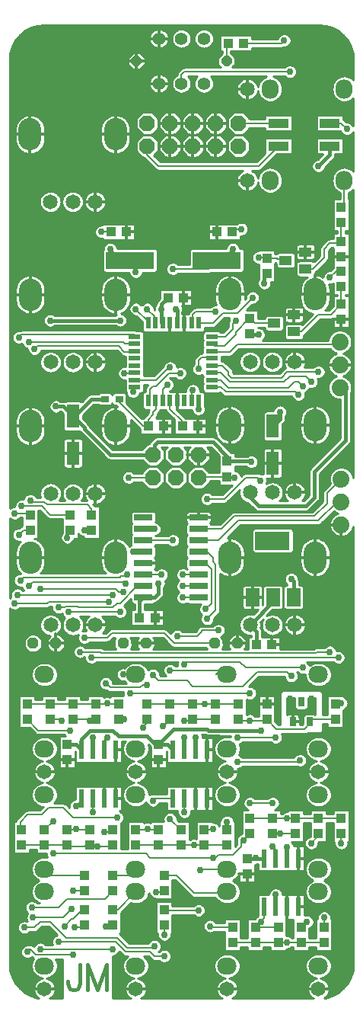
<source format=gtl>
G04 DipTrace 3.2.0.1*
G04 ugrids02.GTL*
%MOIN*%
G04 #@! TF.FileFunction,Copper,L1,Top*
G04 #@! TF.Part,Single*
%AMOUTLINE0*
4,1,4,
-0.027559,0.051181,
-0.027559,-0.051181,
0.027559,-0.051181,
0.027559,0.051181,
-0.027559,0.051181,
0*%
%AMOUTLINE1*
4,1,4,
0.011,-0.025,
0.011,0.025,
-0.011,0.025,
-0.011,-0.025,
0.011,-0.025,
0*%
%AMOUTLINE2*
4,1,4,
0.025,-0.011,
0.025,0.011,
-0.025,0.011,
-0.025,-0.011,
0.025,-0.011,
0*%
%AMOUTLINE3*
4,1,4,
0.01378,0.019685,
-0.01378,0.019685,
-0.01378,-0.019685,
0.01378,-0.019685,
0.01378,0.019685,
0*%
%AMOUTLINE4*
4,1,4,
-0.04,0.013,
-0.04,-0.013,
0.04,-0.013,
0.04,0.013,
-0.04,0.013,
0*%
%AMOUTLINE5*
4,1,4,
0.0295,0.0395,
-0.0295,0.0395,
-0.0295,-0.0395,
0.0295,-0.0395,
0.0295,0.0395,
0*%
%AMOUTLINE6*
4,1,4,
0.075,0.0395,
-0.075,0.0395,
-0.075,-0.0395,
0.075,-0.0395,
0.075,0.0395,
0*%
%AMOUTLINE7*
4,1,8,
0.034184,-0.014159,
0.014159,-0.034184,
-0.014159,-0.034184,
-0.034184,-0.014159,
-0.034184,0.014159,
-0.014159,0.034184,
0.014159,0.034184,
0.034184,0.014159,
0.034184,-0.014159,
0*%
%AMOUTLINE8*
4,1,4,
0.016732,0.01378,
-0.016732,0.01378,
-0.016732,-0.01378,
0.016732,-0.01378,
0.016732,0.01378,
0*%
%AMOUTLINE9*
4,1,8,
0.024021,0.00995,
0.00995,0.024021,
-0.00995,0.024021,
-0.024021,0.00995,
-0.024021,-0.00995,
-0.00995,-0.024021,
0.00995,-0.024021,
0.024021,-0.00995,
0.024021,0.00995,
0*%
%AMOUTLINE10*
4,1,4,
0.105,0.038,
-0.105,0.038,
-0.105,-0.038,
0.105,-0.038,
0.105,0.038,
0*%
%AMOUTLINE11*
4,1,4,
-0.027559,0.019685,
-0.027559,-0.019685,
0.027559,-0.019685,
0.027559,0.019685,
-0.027559,0.019685,
0*%
%AMOUTLINE12*
4,1,8,
0.02197,0.0091,
0.0091,0.02197,
-0.0091,0.02197,
-0.02197,0.0091,
-0.02197,-0.0091,
-0.0091,-0.02197,
0.0091,-0.02197,
0.02197,-0.0091,
0.02197,0.0091,
0*%
G04 #@! TA.AperFunction,Conductor*
%ADD13C,0.015*%
%ADD14C,0.008*%
G04 #@! TA.AperFunction,CopperBalancing*
%ADD16C,0.012992*%
%ADD17C,0.01*%
G04 #@! TA.AperFunction,ComponentPad*
%ADD21O,0.085X0.075*%
%ADD22C,0.065*%
%ADD25R,0.043307X0.03937*%
%ADD26R,0.03937X0.043307*%
G04 #@! TA.AperFunction,ComponentPad*
%ADD27O,0.075X0.085*%
%ADD28O,0.1X0.14126*%
%ADD29R,0.023622X0.07874*%
G04 #@! TA.AperFunction,ComponentPad*
%ADD30C,0.074*%
%ADD33C,0.055433*%
%ADD34R,0.086614X0.03937*%
G04 #@! TA.AperFunction,ViaPad*
%ADD35C,0.03*%
%ADD67C,0.016983*%
%ADD68OUTLINE0*%
%ADD69OUTLINE1*%
%ADD70OUTLINE2*%
%ADD71OUTLINE3*%
%ADD72OUTLINE4*%
%ADD73OUTLINE5*%
%ADD74OUTLINE6*%
G04 #@! TA.AperFunction,ComponentPad*
%ADD75OUTLINE7*%
%ADD76OUTLINE8*%
G04 #@! TA.AperFunction,ComponentPad*
%ADD77OUTLINE9*%
%ADD78OUTLINE10*%
%ADD79OUTLINE11*%
G04 #@! TA.AperFunction,ComponentPad*
%ADD80OUTLINE12*%
%FSLAX26Y26*%
G04*
G70*
G90*
G75*
G01*
G04 Top*
%LPD*%
X1147690Y3369104D2*
D13*
Y3426093D1*
X1142178Y3431604D1*
X1079678D2*
Y3374124D1*
X1084698Y3369104D1*
X1079678Y3431604D2*
Y3452569D1*
X1108714Y3481604D1*
X1454678Y1027569D2*
X1492178Y1027766D1*
X1529678D1*
X1067178Y1527569D2*
X1104875D1*
X1129678Y1502766D1*
X667178Y1527569D2*
X704875D1*
X729678Y1502766D1*
X1467178Y3323140D2*
X1471214Y3319104D1*
X1504678D1*
X1529678Y3544104D2*
Y3573140D1*
X1542178Y3585640D1*
X692178Y2962313D2*
X697888D1*
X773429Y3037854D1*
X831745D1*
X983714Y2081604D2*
Y2152640D1*
X1000178Y2169104D1*
X617178Y3005136D2*
X649355D1*
X692178Y2962313D1*
X1496214Y1962855D2*
Y2021085D1*
X1467603Y2049695D1*
X1573427Y2155519D1*
Y2164855D1*
X1568178Y2170104D1*
X1367178Y2765069D2*
X1471214D1*
X1473427Y2762855D1*
X1367178Y2765069D2*
Y2787854D1*
X1304677Y2850355D1*
X1060927D1*
X1048427Y2837855D1*
Y2800354D1*
X1042178Y2794104D1*
X854678D1*
X742178Y2906604D1*
Y2912313D1*
X692178Y2962313D1*
X1000178Y2169104D2*
X1048427D1*
X1067178Y2187855D1*
Y2231604D1*
X1048427Y2469104D2*
X1000178D1*
X898427Y3381604D2*
X592178D1*
X1517178Y1587855D2*
X1285927D1*
X1279678Y1594104D1*
X1133714D1*
X1067178Y1527569D1*
X1052464D1*
X1017178Y1562855D1*
X892178D1*
X867178Y1587855D1*
X767178D1*
X729678Y1550355D1*
Y1502766D1*
X1492178Y1031604D2*
Y1027766D1*
X1467603Y2628632D2*
Y2606179D1*
X1504678Y2569104D1*
X1710927D1*
X1748427Y2606604D1*
Y2719104D1*
X1885927Y2856604D1*
Y3062855D1*
X1860927Y3087855D1*
X1171214Y2919104D2*
D14*
Y2940069D1*
X1117178Y2994104D1*
Y3030120D1*
X1116194Y3031104D1*
X1317178Y1635640D2*
X1217178D1*
X1179678Y1502766D2*
Y1556604D1*
Y1631604D2*
X1213143D1*
X1217178Y1635640D1*
X1300942Y3121364D2*
X1339918D1*
X1373427Y3087855D1*
X1635927D1*
X1660927Y3112855D1*
X1679677D1*
X1698427Y3094104D1*
Y1862855D2*
X1448427D1*
X1423427Y1887855D1*
X1192179D1*
X1179678Y1875354D1*
X667178Y1152569D2*
X709564D1*
X767178D1*
X729678Y1290167D2*
Y1281604D1*
X704678Y1256604D1*
Y1157455D2*
X709564Y1152569D1*
X1300942Y3152860D2*
X1339673D1*
X1379678Y3112855D1*
X1617178D1*
X1642178Y3137855D1*
X1710927D1*
X1735927Y3112855D1*
X1817178Y1931604D2*
X1760927D1*
X1754678Y1925355D1*
X817178D1*
X810929Y1931604D1*
X723427D1*
X692178Y1635640D2*
X767178D1*
X792178D1*
X779678Y1502766D2*
Y1556604D1*
X767178Y1631604D2*
Y1635640D1*
X1300942Y3184356D2*
X1345675D1*
X1373427Y3156604D1*
Y3144104D1*
X1385927Y3131604D1*
X1604678D1*
X1629678Y3156604D1*
X1767178D1*
X1854678Y1906604D2*
X773429D1*
X1867177Y2587854D2*
X1848427D1*
X1767178Y2506604D1*
X1417178D1*
X1329678Y2419104D1*
X1242178D1*
X1867178Y3596320D2*
X1844393D1*
X1817178Y3569104D1*
X1364028Y4515955D2*
Y4586919D1*
X1371214Y4594104D1*
X1880178Y3994104D2*
Y3890569D1*
X1867178Y3877569D1*
X504678Y2464675D2*
X475249D1*
X454678Y2444104D1*
X898427Y2106604D2*
X673427D1*
X667178Y2431604D2*
Y2452175D1*
X679678Y2464675D1*
X773427D2*
X742178D1*
Y1994104D2*
X842177D1*
X860927Y2012855D1*
X1092177D1*
X1135929Y1969104D1*
X1311199D1*
X1467178Y3390069D2*
X1463143D1*
X1404678Y3331604D1*
Y3319104D1*
X1354678Y3269104D1*
X1310682D1*
X1300942Y3278845D1*
X1573871Y3369104D2*
X1488143D1*
X1467178Y3390069D1*
X1860927Y3287855D2*
Y3275355D1*
X1410929D1*
X1379678Y3244104D1*
X1304186D1*
X1300942Y3247348D1*
Y3310341D2*
X1358414D1*
X1392178Y3344104D1*
Y3369104D1*
X1404678Y3381604D1*
X1504678Y3656604D2*
X1538143D1*
X1542178Y3652569D1*
X1588143D1*
X1585929Y3650355D1*
X1630122D1*
X1623871Y3644104D1*
X773427Y2531604D2*
Y2556606D1*
X754678Y2575355D1*
X579678D1*
X567178Y2587855D1*
X510927D1*
X504678Y2594104D1*
X523427Y3256604D2*
X535927Y3269104D1*
X892178D1*
X917178Y3244104D1*
X959698D1*
X962942Y3247348D1*
X679678Y2531604D2*
X592178D1*
X554678Y2569104D1*
X467178D1*
X498429Y3287855D2*
X910927D1*
X919938Y3278845D1*
X962942D1*
Y3310341D2*
Y3319104D1*
X467178D1*
X454678Y3306604D1*
X435927Y2537855D2*
X498427D1*
X504678Y2531604D1*
X1438143Y4594104D2*
X1604678D1*
X1617178Y4606604D1*
X1317178Y3419104D2*
X1229678D1*
X1217178Y3406604D1*
Y3375600D1*
X1210682Y3369104D1*
X1042178Y2694104D2*
X935927D1*
X954678Y3069104D2*
Y3081604D1*
X962942Y3089868D1*
X1000178Y2269104D2*
X1079678D1*
X1117178Y3175355D2*
X1110927D1*
X1054678Y3119104D1*
X965202D1*
X962942Y3121364D1*
X1660485Y3331703D2*
X1692277D1*
X1767178Y3406604D1*
X1821214D1*
X1867178Y3452569D1*
Y3529390D1*
X1710485Y3606703D2*
X1742277D1*
X1792178Y3656604D1*
Y3694104D1*
X1817178Y3719104D1*
X1858714D1*
X1867178Y3727569D1*
Y3810640D1*
X742178Y802569D2*
X731892D1*
X692178Y762855D1*
X685929D1*
X654678Y731604D1*
X867178Y802569D2*
X887643D1*
X967178Y882104D1*
X1092178Y952569D2*
X1146214D1*
X1223427Y875355D1*
X1360429D1*
X1367178Y882104D1*
X1692178Y727569D2*
X1694392D1*
X1717178Y750355D1*
X1792178Y727569D2*
Y769104D1*
X1467178Y1202569D2*
X1567178D1*
X1630475D1*
X1667178D1*
X1767178D1*
X1867178D1*
X1629678Y1075355D2*
Y1027766D1*
X1767178Y1135640D2*
Y1125355D1*
X1735927Y1094104D1*
X1867178D2*
Y1135640D1*
X967178Y1085640D2*
X1067178D1*
X1167178D1*
X1220731D1*
X1267178D1*
X1367178D1*
X1179678Y1231604D2*
Y1290167D1*
X1167178Y1152569D2*
X1164963D1*
X1117178Y1200355D1*
X1148427Y2000355D2*
X1235929D1*
X1255307Y2019733D1*
Y2025355D1*
X1329678D1*
X1279678Y2600355D2*
X1354678D1*
X1448427Y2694104D1*
X1498427D1*
X1510927Y2681604D1*
X1367178Y1152569D2*
Y1187855D1*
X1410927Y1450355D2*
X1679678D1*
X1685927Y1456604D1*
X1017178Y1702569D2*
X1117178D1*
X1217178D1*
X1268804D1*
X1317178D1*
X1417178D1*
X1229678Y1556604D2*
Y1502766D1*
X1017178Y1635640D2*
Y1619106D1*
X998427Y1600355D1*
X1017178Y1787855D2*
X998427D1*
X985927Y1775355D1*
X854677D1*
X835927Y1794104D1*
X1367178Y1832104D2*
X1317678D1*
X1335929Y1850355D1*
X1117178D1*
X1085927Y1606604D2*
X1088143D1*
X1117178Y1635640D1*
X867178Y1085640D2*
Y1081604D1*
X798427D1*
Y1085640D1*
X746214D1*
X742178Y1081604D1*
X671214D1*
X667178Y1085640D1*
X567178D1*
X467178D1*
X779678Y1231604D2*
Y1290167D1*
X829678Y1144104D2*
X858714D1*
X867178Y1152569D1*
X967178Y1832104D2*
X910927D1*
X885927Y1206604D2*
X692178D1*
X648427Y1250355D1*
X585929D1*
X554678Y1219104D1*
X492177D1*
X460927Y1187855D1*
Y1158820D1*
X467178Y1152569D1*
X492178Y1702569D2*
X592178D1*
X692178D1*
X792178D1*
X842178D1*
X892178D1*
X829678Y1502766D2*
Y1544104D1*
X842178Y1556604D1*
Y1706604D2*
Y1702569D1*
X679678Y1587855D2*
X539963D1*
X492178Y1635640D1*
X592178D2*
X638143D1*
X642178Y1631604D1*
X1092178Y735640D2*
Y694104D1*
Y600355D2*
X1048427D1*
X1029678Y619104D1*
X923429D1*
X879678Y662855D1*
X629678D1*
Y2125355D2*
X654678D1*
X660927Y2131604D1*
X710929D1*
X717178Y2125355D1*
X867179D1*
X885929Y2144104D1*
X898429D1*
X973429Y2219104D1*
X1000178D1*
X1242178Y2169104D2*
X1173429D1*
X910927Y2194104D2*
X892178D1*
X879678Y2206604D1*
X548427D1*
X510927Y812855D2*
X629678D1*
X667178Y850355D1*
X831893D1*
X867178Y885640D1*
X1792178Y660640D2*
X1692178D1*
X1627735D1*
X1592178D1*
X1492178D1*
X1392178D1*
X1579678Y869104D2*
Y815167D1*
X1242178Y2219104D2*
X1173427D1*
X923427Y2231604D2*
X917177Y2237855D1*
X517178D1*
X498427Y2219104D1*
X517178Y769104D2*
X648427D1*
X685927Y806604D1*
X692178Y887855D2*
X739963D1*
X742178Y885640D1*
X1242178Y2269104D2*
X1173429D1*
X929678D2*
Y2262855D1*
X898427D1*
Y2256604D1*
X477868D1*
Y2261045D1*
X460927Y2244104D1*
X479678Y725355D2*
X523429D1*
X548429Y750355D1*
X592177D1*
X660927Y681604D1*
X885929D1*
X929678Y637855D1*
X1042178D1*
X1048427Y644104D1*
X1054678Y881604D2*
X1088143D1*
X1092178Y885640D1*
X1242178Y2319104D2*
X1273427D1*
X1298427Y2294104D1*
Y2144104D1*
X1273427Y2119104D1*
X867178Y2181604D2*
X448427D1*
X548427Y631604D2*
X867178D1*
X835927Y731604D2*
X863143D1*
X867178Y735640D1*
X1242178Y2369104D2*
X1279678D1*
X1304678Y2344104D1*
Y2325355D1*
X1317178Y2312855D1*
Y2112855D1*
X1279678Y2075355D1*
X848427Y2150355D2*
X585929D1*
X579678Y2144104D1*
X435927D1*
X492178Y619104D2*
X504678Y631604D1*
X529678Y606604D1*
X692178D1*
X698427Y725355D2*
X731893D1*
X742178Y735640D1*
X1367178Y981104D2*
X1254177D1*
X1248427Y975355D1*
X1242178Y800355D2*
X1094392D1*
X1092178Y802569D1*
X867178Y952569D2*
X938643D1*
X967178Y981104D1*
X742178Y952569D2*
X595714D1*
X567178Y981104D1*
X894737Y3037854D2*
Y3022795D1*
X998427Y2919104D1*
X1021214D1*
Y2948140D1*
X1042178Y2969104D1*
Y2981604D1*
X1054678Y2994104D1*
Y3029628D1*
X1053202Y3031104D1*
X1021706Y3369104D2*
Y3377077D1*
X967178Y3431604D1*
Y3594104D2*
Y3619104D1*
X942178Y3644104D1*
X904678D1*
X854678Y3694104D1*
X817178Y3769104D2*
X858714D1*
X1053202Y3369104D2*
Y3395581D1*
X1017178Y3431604D1*
X1129678Y3606604D2*
X1284678D1*
X1322178Y3644104D1*
X1342178D1*
X1392178Y3694104D1*
X1429678Y3781604D2*
X1400643D1*
X1388143Y3769104D1*
X1592277Y4244006D2*
X1417277D1*
X1417178Y4244104D1*
X1017178Y4144104D2*
Y4106604D1*
X1067178Y4056604D1*
X1504875D1*
X1592277Y4144006D1*
X1242178Y2469104D2*
X1342178D1*
X1398429Y2525355D1*
X1748429D1*
X1804678Y2581604D1*
Y2625355D1*
X1867177Y2687854D1*
X1267178Y1152569D2*
X1300643D1*
X1304678Y1156604D1*
Y1031604D2*
X1029678D1*
X1010927Y1050355D1*
X604678D1*
Y1190069D2*
X567178Y1152569D1*
X1304678Y1031604D2*
X1317178D1*
X1329678Y1044104D1*
X1392178D1*
X1429678Y1081604D1*
Y1098140D1*
X1439451Y1107913D1*
X1467178Y1135640D1*
Y1631604D2*
X1421214D1*
X1417178Y1635640D1*
X1467178Y1631604D2*
X1538143D1*
X1542178Y1635640D1*
X1467178Y1750355D2*
X942178D1*
X917178Y1637855D2*
X904678D1*
Y1635640D1*
X892178D1*
X1392178Y727569D2*
X1296214D1*
X1292178Y731604D1*
X1842178Y1635640D2*
X1739422D1*
X1729580Y1625797D1*
Y1619006D1*
X1704678Y1594104D1*
X1583714D1*
X1542178Y1635640D1*
X1367178Y2698140D2*
Y2694104D1*
X1398427D1*
Y2698140D1*
X1246214D1*
X1242178Y2694104D1*
Y3169104D2*
Y3206604D1*
X1254678Y3219104D1*
X1297690D1*
X1300942Y3215852D1*
X967178Y1152569D2*
X1022556D1*
X1067178D1*
X1129678Y1290167D2*
X1050741D1*
X1042178Y1281604D1*
X1017850Y1157275D2*
X1022556Y1152569D1*
X1300942Y3089868D2*
X1340164D1*
X1360927Y3069104D1*
X1667178D1*
X1679678Y3056604D1*
X1648427Y1825355D2*
X1629678Y1844104D1*
X1498429D1*
X1435929Y1781604D1*
X1217178D1*
X1192178Y1806604D1*
X1067178D1*
X1042178Y1831604D1*
X1160927Y3150355D2*
X1110927D1*
X1054678Y3094104D1*
X1042178D1*
X1029678Y3081604D1*
Y3039077D1*
X1021706Y3031104D1*
X1129678Y2419104D2*
X1000178D1*
X962942Y3152860D2*
Y3150355D1*
X917178D1*
X954678Y2369104D2*
X1000178D1*
X1242178Y3369104D2*
X1304678D1*
X1348429Y3412855D1*
X1410929D1*
X1479678Y3481604D1*
X1642178Y4469104D2*
X1179678D1*
X1167178Y4456604D1*
Y4417530D1*
X1084698Y3031104D2*
Y3080373D1*
X1104678Y3100355D1*
X1817080Y4144006D2*
D13*
Y4106506D1*
X1767178Y4056604D1*
X1598427Y2981604D2*
Y2949813D1*
X1567178Y2918564D1*
X1658178Y2170104D2*
Y2240604D1*
X1648427Y2250355D1*
X1817080Y4244006D2*
D14*
X1867277D1*
X1892178Y4219104D1*
X1867178Y1706604D2*
X1838143D1*
X1842178Y1702569D1*
X1492178Y727569D2*
X1592178D1*
X1529678Y815167D2*
Y765069D1*
X1492178Y727569D1*
X1210682Y3031104D2*
Y3068859D1*
X1217178Y3075355D1*
X1410929Y1556604D2*
X1579678D1*
X1517178Y750355D2*
X1492178Y727569D1*
X1567178Y1135640D2*
X1598427D1*
X1667178D1*
X1579678Y1027766D2*
Y1069104D1*
X1567178Y1081604D1*
X1598427Y1137855D2*
Y1135640D1*
X1567178Y1269104D2*
X1467178D1*
X1242178Y2994104D2*
Y3031104D1*
D35*
X1142178Y3431604D3*
X1079678D3*
D3*
X1504678Y3319104D3*
X1529678Y3544104D3*
X617178Y3005136D3*
X1473427Y2762855D3*
X1067178Y2231604D3*
X1048427Y2469104D3*
X898427Y3381604D3*
X592178D3*
X1517178Y1587855D3*
X1492178Y1031604D3*
X1473427Y2762855D3*
X592178Y3381604D3*
X1504678Y3319104D3*
X1179678Y1556604D3*
Y1631604D3*
X1698427Y3094104D3*
Y1862855D3*
X1179678Y1875354D3*
X704678Y1256604D3*
Y1157455D3*
X1735927Y3112855D3*
X1817178Y1931604D3*
X723427D3*
X704678Y1256604D3*
X779678Y1556604D3*
X767178Y1631604D3*
X1767178Y3156604D3*
X1854678Y1906604D3*
X773429D3*
X1817178Y3569104D3*
X454678Y2444104D3*
X898427Y2106604D3*
X673427D3*
X667178Y2431604D3*
X742178Y2464675D3*
Y1994104D3*
X1404678Y3381604D3*
X1504678Y3656604D3*
X504678Y2594104D3*
X523427Y3256604D3*
X467178Y2569104D3*
X498429Y3287855D3*
X454678Y3306604D3*
X435927Y2537855D3*
X1617178Y4606604D3*
X1317178Y3419104D3*
X935927Y2694104D3*
X954678Y3069104D3*
X1079678Y2269104D3*
X1117178Y3175355D3*
X654678Y731604D3*
X1717178Y750355D3*
X1792178Y769104D3*
X1629678Y1075355D3*
X1630475Y1202569D3*
X1735927Y1094104D3*
X1867178D3*
X1179678Y1231604D3*
X1220731Y1085640D3*
X1117178Y1200355D3*
X1148427Y2000355D3*
X1329678Y2025355D3*
X1279678Y2600355D3*
X1510927Y2681604D3*
X1367178Y1187855D3*
X1410927Y1450355D3*
X1685927Y1456604D3*
X1229678Y1556604D3*
X1268804Y1702569D3*
X998427Y1600355D3*
X1017178Y1787855D3*
X835927Y1794104D3*
X1117178Y1850355D3*
X1085927Y1606604D3*
X779678Y1231604D3*
X798427Y1081604D3*
X829678Y1144104D3*
X910927Y1832104D3*
X885927Y1206604D3*
X842178Y1556604D3*
Y1706604D3*
X679678Y1587855D3*
X642178Y1631604D3*
X1092178Y694104D3*
Y600355D3*
X629678Y662855D3*
Y2125355D3*
X1173429Y2169104D3*
X910927Y2194104D3*
X548427Y2206604D3*
X510927Y812855D3*
X1579678Y869104D3*
X1627735Y660640D3*
X1173427Y2219104D3*
X923427Y2231604D3*
X498427Y2219104D3*
X517178Y769104D3*
X685927Y806604D3*
X692178Y887855D3*
X1173429Y2269104D3*
X929678D3*
X460927Y2244104D3*
X479678Y725355D3*
X1048427Y644104D3*
X1054678Y881604D3*
X1273427Y2119104D3*
X867178Y2181604D3*
X448427D3*
X548427Y631604D3*
X867178D3*
X835927Y731604D3*
X1279678Y2075355D3*
X848427Y2150355D3*
X435927Y2144104D3*
X492178Y619104D3*
X692178Y606604D3*
X698427Y725355D3*
X1248427Y975355D3*
X1242178Y800355D3*
X967178Y3431604D3*
Y3594104D3*
X854678Y3694104D3*
X817178Y3769104D3*
X1017178Y3431604D3*
X1129678Y3606604D3*
X1392178Y3694104D3*
X1429678Y3781604D3*
X1304678Y1156604D3*
Y1031604D3*
X604678Y1050355D3*
Y1190069D3*
X1304678Y1031604D3*
X1467178Y1631604D3*
X1439451Y1107913D3*
X1467178Y1631604D3*
Y1750355D3*
X942178D3*
X917178Y1637855D3*
X1292178Y731604D3*
X1242178Y3169104D3*
X1398427Y2694104D3*
X1042178Y1281604D3*
X1017850Y1157275D3*
X1679678Y3056604D3*
X1648427Y1825355D3*
X1042178Y1831604D3*
Y1281604D3*
X1160927Y3150355D3*
X1129678Y2419104D3*
X917178Y3150355D3*
X954678Y2369104D3*
X1479678Y3481604D3*
X1642178Y4469104D3*
X1104678Y3100355D3*
X1767178Y4056604D3*
X1598427Y2981604D3*
X1648427Y2250355D3*
X1892178Y4219104D3*
X1867178Y1706604D3*
X1217178Y3075355D3*
X1410929Y1556604D3*
X1579678D3*
X1517178Y750355D3*
X1567178Y1081604D3*
X1598427Y1137855D3*
X1567178Y1269104D3*
X1467178D3*
X1242178Y2994104D3*
X1735927Y1725355D3*
X1642178D3*
X510469Y4663251D2*
D17*
X1823879D1*
X490683Y4653383D2*
X1049367D1*
X1088126D2*
X1147805D1*
X1186563D2*
X1246223D1*
X1284981D2*
X1843664D1*
X475430Y4643514D2*
X1035969D1*
X1101543D2*
X1134387D1*
X1199962D2*
X1232825D1*
X1298379D2*
X1858918D1*
X463438Y4633645D2*
X1029172D1*
X1108321D2*
X1127610D1*
X1206758D2*
X1226027D1*
X1305175D2*
X1602278D1*
X1632070D2*
X1870930D1*
X453809Y4623776D2*
X1025675D1*
X1111836D2*
X1124094D1*
X1210254D2*
X1222531D1*
X1308691D2*
X1333157D1*
X1476191D2*
X1591086D1*
X1643262D2*
X1880539D1*
X445899Y4613908D2*
X1024641D1*
X1112871D2*
X1123059D1*
X1211290D2*
X1221496D1*
X1309727D2*
X1333157D1*
X1476191D2*
X1586672D1*
X1647695D2*
X1888469D1*
X438555Y4604039D2*
X1025891D1*
X1111602D2*
X1124329D1*
X1210039D2*
X1222746D1*
X1308458D2*
X1333157D1*
X1648477D2*
X1895794D1*
X433535Y4594170D2*
X1029661D1*
X1107832D2*
X1128098D1*
X1206270D2*
X1226515D1*
X1304687D2*
X1333157D1*
X1645918D2*
X1900813D1*
X428515Y4584301D2*
X1036867D1*
X1100645D2*
X1135286D1*
X1199063D2*
X1233703D1*
X1297500D2*
X1333157D1*
X1638829D2*
X1905851D1*
X424630Y4574432D2*
X1051535D1*
X1085977D2*
X1149954D1*
X1184395D2*
X1248371D1*
X1282832D2*
X1333157D1*
X1476191D2*
X1909738D1*
X421954Y4564564D2*
X1333157D1*
X1476191D2*
X1912414D1*
X419278Y4554695D2*
X1343626D1*
X1384434D2*
X1915090D1*
X417715Y4544826D2*
X945343D1*
X995313D2*
X1339055D1*
X1389004D2*
X1916633D1*
X417130Y4534957D2*
X935559D1*
X1005098D2*
X1329270D1*
X1398790D2*
X1917219D1*
X416563Y4525089D2*
X931965D1*
X1008691D2*
X1325657D1*
X1402402D2*
X1917805D1*
X416172Y4515220D2*
X931965D1*
X1008691D2*
X1325657D1*
X1402402D2*
X1918195D1*
X416172Y4505351D2*
X932023D1*
X1008633D2*
X1325735D1*
X1402325D2*
X1918195D1*
X416172Y4495482D2*
X936946D1*
X1003711D2*
X1330657D1*
X1397402D2*
X1626067D1*
X1658282D2*
X1918195D1*
X416172Y4485614D2*
X946829D1*
X993829D2*
X1168489D1*
X1668711D2*
X1918195D1*
X416172Y4475745D2*
X1157883D1*
X1672851D2*
X1918195D1*
X416172Y4465876D2*
X1149133D1*
X1673399D2*
X1918195D1*
X416172Y4456007D2*
X1048294D1*
X1089199D2*
X1146731D1*
X1670606D2*
X1918195D1*
X416172Y4446138D2*
X1035500D1*
X1102011D2*
X1133918D1*
X1200430D2*
X1232336D1*
X1298867D2*
X1529973D1*
X1580391D2*
X1621262D1*
X1663106D2*
X1854973D1*
X1905391D2*
X1918195D1*
X416172Y4436270D2*
X1028918D1*
X1108574D2*
X1127355D1*
X1207011D2*
X1225774D1*
X1305430D2*
X1431458D1*
X1478906D2*
X1516535D1*
X1593829D2*
X1841535D1*
X416172Y4426401D2*
X1025559D1*
X1111954D2*
X1123977D1*
X1210371D2*
X1222414D1*
X1308790D2*
X1418801D1*
X1491543D2*
X1508859D1*
X1601485D2*
X1833859D1*
X416172Y4416532D2*
X1024641D1*
X1112851D2*
X1123078D1*
X1211290D2*
X1221496D1*
X1309707D2*
X1411847D1*
X1498496D2*
X1504231D1*
X1606133D2*
X1829231D1*
X416172Y4406663D2*
X1026027D1*
X1111485D2*
X1124446D1*
X1209902D2*
X1222883D1*
X1308321D2*
X1407962D1*
X1608535D2*
X1826829D1*
X416172Y4396795D2*
X1029954D1*
X1107559D2*
X1128371D1*
X1205977D2*
X1226809D1*
X1304414D2*
X1406359D1*
X1609082D2*
X1826282D1*
X416172Y4386926D2*
X1037375D1*
X1100118D2*
X1135813D1*
X1198555D2*
X1234231D1*
X1296973D2*
X1406829D1*
X1609023D2*
X1826321D1*
X416172Y4377057D2*
X1052883D1*
X1084630D2*
X1151321D1*
X1183047D2*
X1249738D1*
X1281465D2*
X1409406D1*
X1607695D2*
X1827668D1*
X416172Y4367188D2*
X1414563D1*
X1495801D2*
X1506027D1*
X1604317D2*
X1831027D1*
X416172Y4357320D2*
X1423489D1*
X1486855D2*
X1511887D1*
X1598458D2*
X1836887D1*
X416172Y4347451D2*
X1443313D1*
X1467031D2*
X1521574D1*
X1588790D2*
X1846574D1*
X416172Y4337582D2*
X1542179D1*
X1568164D2*
X1867179D1*
X1893164D2*
X1918195D1*
X416172Y4327713D2*
X1918195D1*
X416172Y4317845D2*
X1918195D1*
X416172Y4307976D2*
X1918195D1*
X416172Y4298107D2*
X1918195D1*
X416172Y4288238D2*
X990187D1*
X1044161D2*
X1090187D1*
X1144161D2*
X1190187D1*
X1244161D2*
X1290187D1*
X1344161D2*
X1390187D1*
X1444161D2*
X1918195D1*
X416172Y4278369D2*
X483175D1*
X524434D2*
X857179D1*
X898418D2*
X980325D1*
X1054043D2*
X1080325D1*
X1154043D2*
X1180325D1*
X1254043D2*
X1280325D1*
X1354043D2*
X1380325D1*
X1454043D2*
X1532570D1*
X1651993D2*
X1757375D1*
X1876778D2*
X1918195D1*
X416172Y4268501D2*
X463821D1*
X543770D2*
X837825D1*
X917774D2*
X970481D1*
X1063867D2*
X1070481D1*
X1163867D2*
X1170481D1*
X1263867D2*
X1270481D1*
X1363867D2*
X1370481D1*
X1463867D2*
X1532570D1*
X1651993D2*
X1757375D1*
X1876778D2*
X1918195D1*
X416172Y4258632D2*
X453215D1*
X554375D2*
X827219D1*
X928379D2*
X966594D1*
X1651993D2*
X1757375D1*
X1881015D2*
X1918195D1*
X416172Y4248763D2*
X446203D1*
X561387D2*
X820207D1*
X935391D2*
X966594D1*
X1651993D2*
X1757375D1*
X1899843D2*
X1918195D1*
X416172Y4238894D2*
X441535D1*
X566055D2*
X815539D1*
X940059D2*
X966594D1*
X1651993D2*
X1757375D1*
X416172Y4229026D2*
X438723D1*
X568887D2*
X812707D1*
X942891D2*
X966614D1*
X1651993D2*
X1757375D1*
X416172Y4219157D2*
X437473D1*
X570118D2*
X811477D1*
X944122D2*
X971007D1*
X1063359D2*
X1071007D1*
X1163359D2*
X1171007D1*
X1263359D2*
X1271007D1*
X1363359D2*
X1371007D1*
X1463359D2*
X1532570D1*
X1651993D2*
X1757375D1*
X416172Y4209288D2*
X437395D1*
X570195D2*
X811399D1*
X944199D2*
X980871D1*
X1053477D2*
X1080871D1*
X1153477D2*
X1180871D1*
X1253477D2*
X1280871D1*
X1353477D2*
X1380871D1*
X1453477D2*
X1532570D1*
X1651993D2*
X1757375D1*
X416172Y4199419D2*
X437395D1*
X570195D2*
X811399D1*
X944199D2*
X990735D1*
X1043614D2*
X1090735D1*
X1143614D2*
X1190735D1*
X1243614D2*
X1290735D1*
X1343614D2*
X1390735D1*
X1443614D2*
X1868019D1*
X416172Y4189551D2*
X437395D1*
X570195D2*
X811399D1*
X944199D2*
X991515D1*
X1042832D2*
X1091515D1*
X1142832D2*
X1191515D1*
X1242832D2*
X1291515D1*
X1342832D2*
X1391515D1*
X1442832D2*
X1884055D1*
X1900294D2*
X1918195D1*
X416172Y4179682D2*
X437395D1*
X570195D2*
X811399D1*
X944199D2*
X981633D1*
X1052715D2*
X1081633D1*
X1152715D2*
X1181633D1*
X1252715D2*
X1281633D1*
X1352715D2*
X1381633D1*
X1452715D2*
X1918195D1*
X416172Y4169813D2*
X437590D1*
X570019D2*
X811594D1*
X944023D2*
X971770D1*
X1062598D2*
X1071770D1*
X1162598D2*
X1171770D1*
X1262598D2*
X1271770D1*
X1362598D2*
X1371770D1*
X1462598D2*
X1532570D1*
X1651993D2*
X1757375D1*
X1876778D2*
X1918195D1*
X416172Y4159944D2*
X439094D1*
X568515D2*
X813098D1*
X942500D2*
X966691D1*
X1467675D2*
X1532570D1*
X1651993D2*
X1757375D1*
X1876778D2*
X1918195D1*
X416172Y4150075D2*
X442219D1*
X565371D2*
X816223D1*
X939375D2*
X966594D1*
X1467754D2*
X1532570D1*
X1651993D2*
X1757375D1*
X1876778D2*
X1918195D1*
X416172Y4140207D2*
X447258D1*
X560351D2*
X821242D1*
X934355D2*
X966594D1*
X1467754D2*
X1532570D1*
X1651993D2*
X1757375D1*
X1876778D2*
X1918195D1*
X416172Y4130338D2*
X454778D1*
X552832D2*
X828762D1*
X926836D2*
X966594D1*
X1467754D2*
X1532570D1*
X1651993D2*
X1757375D1*
X1876778D2*
X1918195D1*
X416172Y4120469D2*
X466282D1*
X541309D2*
X840286D1*
X915313D2*
X969855D1*
X1064493D2*
X1069855D1*
X1164493D2*
X1169855D1*
X1264493D2*
X1269855D1*
X1364493D2*
X1369855D1*
X1464493D2*
X1532570D1*
X1651993D2*
X1757375D1*
X1876778D2*
X1918195D1*
X416172Y4110600D2*
X489954D1*
X517657D2*
X863938D1*
X891661D2*
X979563D1*
X1054805D2*
X1079563D1*
X1154805D2*
X1179563D1*
X1254805D2*
X1279563D1*
X1354805D2*
X1379563D1*
X1454805D2*
X1530442D1*
X1651993D2*
X1757375D1*
X1876778D2*
X1918195D1*
X416172Y4100732D2*
X989426D1*
X1051485D2*
X1089426D1*
X1144922D2*
X1189426D1*
X1244922D2*
X1289426D1*
X1344922D2*
X1389426D1*
X1444922D2*
X1520559D1*
X1577442D2*
X1777922D1*
X1840235D2*
X1918195D1*
X416172Y4090863D2*
X1004485D1*
X1061347D2*
X1510695D1*
X1567578D2*
X1768059D1*
X1834805D2*
X1918195D1*
X416172Y4080994D2*
X1014347D1*
X1071231D2*
X1500832D1*
X1557695D2*
X1748039D1*
X1824962D2*
X1918195D1*
X416172Y4071125D2*
X1024231D1*
X1547832D2*
X1739465D1*
X1815078D2*
X1918195D1*
X416172Y4061257D2*
X1034094D1*
X1537969D2*
X1736145D1*
X1805215D2*
X1918195D1*
X416172Y4051388D2*
X1043958D1*
X1528086D2*
X1546126D1*
X1564238D2*
X1736223D1*
X1798126D2*
X1871126D1*
X1889238D2*
X1918195D1*
X416172Y4041519D2*
X1053977D1*
X1587794D2*
X1739778D1*
X1794570D2*
X1847570D1*
X1912794D2*
X1918198D1*
X416172Y4031650D2*
X1424426D1*
X1485918D2*
X1512473D1*
X1597891D2*
X1748821D1*
X1785547D2*
X1837473D1*
X416172Y4021782D2*
X1415090D1*
X1495274D2*
X1506379D1*
X1603965D2*
X1831379D1*
X416172Y4011913D2*
X1409719D1*
X1607500D2*
X1827843D1*
X416172Y4002044D2*
X1406946D1*
X1609004D2*
X1826359D1*
X416172Y3992175D2*
X1406321D1*
X1609082D2*
X1826282D1*
X416172Y3982306D2*
X1407746D1*
X1608633D2*
X1826711D1*
X416172Y3972438D2*
X1411458D1*
X1498906D2*
X1503979D1*
X1606387D2*
X1828977D1*
X416172Y3962569D2*
X1418118D1*
X1492227D2*
X1508410D1*
X1601934D2*
X1833410D1*
X416172Y3952700D2*
X1430090D1*
X1480254D2*
X1515794D1*
X1594551D2*
X1840794D1*
X416172Y3942831D2*
X569661D1*
X615938D2*
X668195D1*
X713399D2*
X765657D1*
X811934D2*
X1528547D1*
X1581817D2*
X1853547D1*
X1906817D2*
X1918195D1*
X416172Y3932963D2*
X556711D1*
X628887D2*
X654973D1*
X726622D2*
X752707D1*
X824883D2*
X1859778D1*
X1900586D2*
X1918195D1*
X416172Y3923094D2*
X549641D1*
X635958D2*
X647786D1*
X733809D2*
X745637D1*
X831954D2*
X1859778D1*
X1900586D2*
X1918195D1*
X416172Y3913225D2*
X545657D1*
X835938D2*
X1831086D1*
X1903262D2*
X1918195D1*
X416172Y3903356D2*
X543996D1*
X837598D2*
X1831086D1*
X1903262D2*
X1918195D1*
X416172Y3893488D2*
X544387D1*
X837207D2*
X1831086D1*
X1903262D2*
X1918195D1*
X416172Y3883619D2*
X546926D1*
X638672D2*
X644817D1*
X736778D2*
X742934D1*
X834687D2*
X1831086D1*
X1903262D2*
X1918195D1*
X416172Y3873750D2*
X551965D1*
X633633D2*
X649778D1*
X731817D2*
X747962D1*
X829630D2*
X1831086D1*
X1903262D2*
X1918195D1*
X416172Y3863881D2*
X560754D1*
X624843D2*
X658430D1*
X723164D2*
X756750D1*
X820859D2*
X1831086D1*
X1903262D2*
X1918195D1*
X416172Y3854012D2*
X579679D1*
X605918D2*
X676672D1*
X704922D2*
X775675D1*
X801914D2*
X1831086D1*
X1903262D2*
X1918195D1*
X416172Y3844144D2*
X1831086D1*
X1903262D2*
X1918195D1*
X416172Y3834275D2*
X1831086D1*
X1903262D2*
X1918195D1*
X416172Y3824406D2*
X1831086D1*
X1903262D2*
X1918195D1*
X416172Y3814537D2*
X1831086D1*
X1903262D2*
X1918195D1*
X416172Y3804669D2*
X1408879D1*
X1450489D2*
X1831086D1*
X1903262D2*
X1918195D1*
X416172Y3794800D2*
X799934D1*
X963691D2*
X1283157D1*
X1458067D2*
X1831086D1*
X1903262D2*
X1918195D1*
X416172Y3784931D2*
X790227D1*
X963691D2*
X1283157D1*
X1460899D2*
X1831086D1*
X1903262D2*
X1918195D1*
X416172Y3775062D2*
X786359D1*
X963691D2*
X1283157D1*
X1460371D2*
X1831086D1*
X1903262D2*
X1918195D1*
X416172Y3765194D2*
X786027D1*
X963691D2*
X1283157D1*
X1456270D2*
X1846770D1*
X1887578D2*
X1918195D1*
X416172Y3755325D2*
X789074D1*
X963691D2*
X1283157D1*
X1445958D2*
X1831086D1*
X1903262D2*
X1918195D1*
X416172Y3745456D2*
X797082D1*
X963691D2*
X1283157D1*
X1426191D2*
X1831086D1*
X1903262D2*
X1918195D1*
X416172Y3735587D2*
X820657D1*
X963691D2*
X1283157D1*
X1426191D2*
X1805950D1*
X1903262D2*
X1918195D1*
X416172Y3725719D2*
X1795363D1*
X1903262D2*
X1918195D1*
X416172Y3715850D2*
X832434D1*
X876914D2*
X1369934D1*
X1414414D2*
X1677199D1*
X1743770D2*
X1785481D1*
X1903262D2*
X1918195D1*
X416172Y3705981D2*
X825695D1*
X883653D2*
X1363195D1*
X1421153D2*
X1667297D1*
X1753672D2*
X1775832D1*
X1903262D2*
X1918195D1*
X416172Y3696112D2*
X823351D1*
X1054570D2*
X1209778D1*
X1434570D2*
X1666535D1*
X1754454D2*
X1771887D1*
X1822618D2*
X1831086D1*
X1903262D2*
X1918195D1*
X416172Y3686243D2*
X821339D1*
X1063007D2*
X1201339D1*
X1443007D2*
X1496926D1*
X1578262D2*
X1666535D1*
X1754454D2*
X1771770D1*
X1812754D2*
X1831086D1*
X1903262D2*
X1918195D1*
X416172Y3676375D2*
X820774D1*
X1063574D2*
X1200774D1*
X1443574D2*
X1480578D1*
X1578262D2*
X1586438D1*
X1661309D2*
X1666526D1*
X1754454D2*
X1771770D1*
X1812578D2*
X1831086D1*
X1903262D2*
X1918195D1*
X416172Y3666506D2*
X820774D1*
X1063574D2*
X1200774D1*
X1443574D2*
X1474934D1*
X1754454D2*
X1771770D1*
X1812578D2*
X1831086D1*
X1903262D2*
X1918195D1*
X416172Y3656637D2*
X820774D1*
X1063574D2*
X1200774D1*
X1443574D2*
X1473274D1*
X1753555D2*
X1763782D1*
X1812578D2*
X1831086D1*
X1903262D2*
X1918195D1*
X416172Y3646768D2*
X820774D1*
X1063574D2*
X1200774D1*
X1443574D2*
X1474914D1*
X1667832D2*
X1678664D1*
X1742305D2*
X1753899D1*
X1809902D2*
X1831086D1*
X1903262D2*
X1918195D1*
X416172Y3636900D2*
X820774D1*
X1063574D2*
X1126164D1*
X1133210D2*
X1200774D1*
X1443574D2*
X1480519D1*
X1800918D2*
X1831086D1*
X1903262D2*
X1918195D1*
X416172Y3627031D2*
X820774D1*
X1063574D2*
X1106164D1*
X1153183D2*
X1200774D1*
X1443574D2*
X1496633D1*
X1791035D2*
X1831086D1*
X1903262D2*
X1918195D1*
X416172Y3617162D2*
X820774D1*
X1063574D2*
X1100168D1*
X1443574D2*
X1506086D1*
X1781172D2*
X1831086D1*
X1903262D2*
X1918195D1*
X416172Y3607293D2*
X820774D1*
X1063574D2*
X1098294D1*
X1443574D2*
X1506086D1*
X1578262D2*
X1666535D1*
X1771309D2*
X1826926D1*
X1903262D2*
X1918195D1*
X416172Y3597425D2*
X823450D1*
X1060899D2*
X1099699D1*
X1440899D2*
X1506086D1*
X1578262D2*
X1666535D1*
X1761426D2*
X1805130D1*
X1903262D2*
X1918195D1*
X416172Y3587556D2*
X936496D1*
X997871D2*
X1104993D1*
X1289355D2*
X1506086D1*
X1578262D2*
X1666535D1*
X1754454D2*
X1792023D1*
X1903262D2*
X1918195D1*
X416172Y3577687D2*
X486458D1*
X523906D2*
X860462D1*
X897910D2*
X940598D1*
X993770D2*
X1119309D1*
X1140059D2*
X1356790D1*
X1400430D2*
X1506086D1*
X1578262D2*
X1669679D1*
X1774414D2*
X1787023D1*
X1903262D2*
X1918195D1*
X416172Y3567818D2*
X465969D1*
X544375D2*
X839973D1*
X918379D2*
X950910D1*
X983458D2*
X1338118D1*
X1419102D2*
X1505774D1*
X1578262D2*
X1712102D1*
X1903262D2*
X1918195D1*
X416172Y3557949D2*
X455090D1*
X555274D2*
X829094D1*
X929258D2*
X1327687D1*
X1429511D2*
X1501614D1*
X1578262D2*
X1701691D1*
X1903262D2*
X1918195D1*
X416172Y3548081D2*
X447922D1*
X562442D2*
X821926D1*
X936446D2*
X1320794D1*
X1436426D2*
X1498547D1*
X1560821D2*
X1694797D1*
X1903262D2*
X1918195D1*
X416172Y3538212D2*
X443137D1*
X567227D2*
X817141D1*
X941211D2*
X1316203D1*
X1440996D2*
X1498859D1*
X1560507D2*
X1690207D1*
X1815000D2*
X1831086D1*
X1903262D2*
X1918195D1*
X416172Y3528343D2*
X440207D1*
X570137D2*
X814211D1*
X944141D2*
X1313430D1*
X1443770D2*
X1502687D1*
X1556679D2*
X1687434D1*
X1817774D2*
X1831086D1*
X1903262D2*
X1918195D1*
X416172Y3518474D2*
X438879D1*
X571465D2*
X812883D1*
X945469D2*
X1312258D1*
X1444942D2*
X1512336D1*
X1547031D2*
X1686262D1*
X1818946D2*
X1831086D1*
X1903262D2*
X1918195D1*
X416172Y3508606D2*
X438782D1*
X571582D2*
X812786D1*
X945586D2*
X1070657D1*
X1213691D2*
X1312199D1*
X1445000D2*
X1464719D1*
X1494649D2*
X1686203D1*
X1819004D2*
X1831086D1*
X1903262D2*
X1918195D1*
X416172Y3498737D2*
X438782D1*
X571582D2*
X812786D1*
X945586D2*
X1070657D1*
X1213691D2*
X1312199D1*
X1445000D2*
X1453567D1*
X1505782D2*
X1686203D1*
X1819004D2*
X1831086D1*
X1903262D2*
X1918195D1*
X416172Y3488868D2*
X438782D1*
X571582D2*
X812786D1*
X945586D2*
X1070657D1*
X1213691D2*
X1312199D1*
X1510195D2*
X1686203D1*
X1819004D2*
X1831086D1*
X1903262D2*
X1918195D1*
X416172Y3478999D2*
X438782D1*
X571582D2*
X812786D1*
X945586D2*
X1070657D1*
X1213691D2*
X1312199D1*
X1510958D2*
X1686203D1*
X1819004D2*
X1831086D1*
X1903262D2*
X1918195D1*
X416172Y3469131D2*
X438918D1*
X571426D2*
X812922D1*
X945430D2*
X1062863D1*
X1213691D2*
X1312414D1*
X1508399D2*
X1686418D1*
X1818790D2*
X1831086D1*
X1903262D2*
X1918195D1*
X416172Y3459262D2*
X440343D1*
X570019D2*
X814347D1*
X944023D2*
X953567D1*
X980801D2*
X1003567D1*
X1030801D2*
X1056770D1*
X1213691D2*
X1313977D1*
X1501290D2*
X1687981D1*
X1817227D2*
X1831086D1*
X1903262D2*
X1918195D1*
X416172Y3449393D2*
X443371D1*
X566993D2*
X817375D1*
X1042832D2*
X1054035D1*
X1213691D2*
X1313586D1*
X1475899D2*
X1691183D1*
X1814023D2*
X1831086D1*
X1903262D2*
X1918195D1*
X416172Y3439524D2*
X448274D1*
X562070D2*
X822278D1*
X1172519D2*
X1293664D1*
X1466035D2*
X1624211D1*
X1808906D2*
X1825695D1*
X1903262D2*
X1918195D1*
X416172Y3429656D2*
X455637D1*
X554727D2*
X829622D1*
X928731D2*
X935832D1*
X1173515D2*
X1211790D1*
X1456172D2*
X1616926D1*
X1801270D2*
X1815832D1*
X1903262D2*
X1918195D1*
X416172Y3419787D2*
X466829D1*
X543515D2*
X840832D1*
X917519D2*
X938175D1*
X1171582D2*
X1201946D1*
X1503262D2*
X1616535D1*
X1704454D2*
X1715675D1*
X1903262D2*
X1918195D1*
X416172Y3409918D2*
X488762D1*
X521602D2*
X580110D1*
X604238D2*
X862766D1*
X910489D2*
X944875D1*
X1171582D2*
X1197063D1*
X1503262D2*
X1616535D1*
X1704454D2*
X1740851D1*
X1903262D2*
X1918195D1*
X416172Y3400049D2*
X567004D1*
X923594D2*
X970305D1*
X1503262D2*
X1534797D1*
X1704454D2*
X1732179D1*
X1903262D2*
X1918195D1*
X416172Y3390180D2*
X562004D1*
X928594D2*
X980168D1*
X1354199D2*
X1374504D1*
X1503262D2*
X1529973D1*
X1704454D2*
X1722317D1*
X1903262D2*
X1918195D1*
X416172Y3380312D2*
X560813D1*
X929805D2*
X990031D1*
X1344317D2*
X1373313D1*
X1703007D2*
X1712454D1*
X1769317D2*
X1831086D1*
X1903262D2*
X1918195D1*
X416172Y3370443D2*
X562902D1*
X927695D2*
X994309D1*
X1334454D2*
X1371829D1*
X1617832D2*
X1702590D1*
X1759454D2*
X1831086D1*
X1903262D2*
X1918195D1*
X416172Y3360574D2*
X569231D1*
X921387D2*
X994309D1*
X1324590D2*
X1371770D1*
X1749590D2*
X1831086D1*
X1903262D2*
X1918195D1*
X416172Y3350705D2*
X994309D1*
X1311836D2*
X1370343D1*
X1739707D2*
X1831086D1*
X1903262D2*
X1918195D1*
X416172Y3340837D2*
X994661D1*
X1269219D2*
X1360481D1*
X1526934D2*
X1532522D1*
X1729843D2*
X1918195D1*
X416172Y3330968D2*
X435500D1*
X1338965D2*
X1350598D1*
X1533672D2*
X1616535D1*
X1719981D2*
X1830149D1*
X1891719D2*
X1918195D1*
X416172Y3321099D2*
X426965D1*
X1004336D2*
X1259543D1*
X1536015D2*
X1616535D1*
X1710118D2*
X1819426D1*
X1902422D2*
X1918195D1*
X416172Y3311230D2*
X423636D1*
X1004336D2*
X1259543D1*
X1535039D2*
X1616555D1*
X1704434D2*
X1813039D1*
X1908829D2*
X1918195D1*
X416172Y3301362D2*
X423753D1*
X1004336D2*
X1259543D1*
X1530371D2*
X1620813D1*
X1700157D2*
X1809290D1*
X1912559D2*
X1918204D1*
X416172Y3291493D2*
X427297D1*
X1004258D2*
X1259622D1*
X416172Y3281624D2*
X436359D1*
X1004336D2*
X1259543D1*
X416172Y3271755D2*
X471633D1*
X1004336D2*
X1259543D1*
X1911797D2*
X1918193D1*
X416172Y3261887D2*
X481633D1*
X1003926D2*
X1259954D1*
X1907442D2*
X1918195D1*
X416172Y3252018D2*
X492375D1*
X1004336D2*
X1259543D1*
X1416035D2*
X1821691D1*
X1900157D2*
X1918195D1*
X416172Y3242149D2*
X495675D1*
X551172D2*
X572161D1*
X616191D2*
X670735D1*
X713614D2*
X768157D1*
X812187D2*
X890695D1*
X1004336D2*
X1259543D1*
X1406153D2*
X1443742D1*
X1491465D2*
X1542258D1*
X1588965D2*
X1639738D1*
X1687462D2*
X1834309D1*
X1887559D2*
X1918195D1*
X416172Y3232280D2*
X504191D1*
X542657D2*
X558626D1*
X629727D2*
X656887D1*
X727462D2*
X754622D1*
X825723D2*
X900559D1*
X1003790D2*
X1239426D1*
X1396290D2*
X1431164D1*
X1504043D2*
X1529406D1*
X1601797D2*
X1627161D1*
X1700039D2*
X1832141D1*
X1889707D2*
X1918195D1*
X416172Y3222411D2*
X551339D1*
X637031D2*
X649485D1*
X734863D2*
X747336D1*
X833027D2*
X921535D1*
X1004336D2*
X1229543D1*
X1342343D2*
X1424231D1*
X1510977D2*
X1522375D1*
X1608829D2*
X1620246D1*
X1706973D2*
X1820539D1*
X1901309D2*
X1918195D1*
X416172Y3212543D2*
X547199D1*
X837149D2*
X921535D1*
X1004336D2*
X1222707D1*
X1342343D2*
X1420363D1*
X1710839D2*
X1813703D1*
X1908145D2*
X1918195D1*
X416172Y3202674D2*
X545402D1*
X838946D2*
X921691D1*
X1004179D2*
X1102843D1*
X1131504D2*
X1221770D1*
X1353067D2*
X1418782D1*
X1712442D2*
X1809661D1*
X1912187D2*
X1918198D1*
X416172Y3192805D2*
X545695D1*
X838653D2*
X921535D1*
X1004336D2*
X1091282D1*
X1143067D2*
X1221770D1*
X1365664D2*
X1419250D1*
X1711954D2*
X1807766D1*
X416172Y3182936D2*
X548098D1*
X640274D2*
X645989D1*
X738359D2*
X744086D1*
X836270D2*
X921535D1*
X1004336D2*
X1086731D1*
X1147618D2*
X1214114D1*
X1375527D2*
X1421867D1*
X1513339D2*
X1519758D1*
X1611446D2*
X1617853D1*
X1709336D2*
X1750989D1*
X1783379D2*
X1807766D1*
X416172Y3173068D2*
X552981D1*
X635391D2*
X650794D1*
X733555D2*
X748977D1*
X831387D2*
X895969D1*
X1004336D2*
X1080207D1*
X1182130D2*
X1211047D1*
X1385391D2*
X1427023D1*
X1508164D2*
X1524855D1*
X1606367D2*
X1618410D1*
X1793731D2*
X1809661D1*
X1912207D2*
X1918200D1*
X416172Y3163199D2*
X561477D1*
X626875D2*
X659172D1*
X725195D2*
X757473D1*
X822891D2*
X888626D1*
X1004336D2*
X1070343D1*
X1189473D2*
X1211359D1*
X1392675D2*
X1436007D1*
X1499199D2*
X1533683D1*
X1597519D2*
X1607843D1*
X1797851D2*
X1813683D1*
X1908164D2*
X1918195D1*
X416172Y3153330D2*
X579074D1*
X609297D2*
X676203D1*
X708145D2*
X775070D1*
X805294D2*
X885930D1*
X1004336D2*
X1060462D1*
X1192187D2*
X1215187D1*
X1393829D2*
X1456086D1*
X1479122D2*
X1552922D1*
X1578282D2*
X1597962D1*
X1798399D2*
X1820500D1*
X1901347D2*
X1918195D1*
X416172Y3143461D2*
X886574D1*
X1004336D2*
X1050598D1*
X1191543D2*
X1224855D1*
X1795586D2*
X1832082D1*
X1889766D2*
X1918195D1*
X416172Y3133593D2*
X890813D1*
X1187286D2*
X1259582D1*
X1788047D2*
X1834347D1*
X1887500D2*
X1918195D1*
X416172Y3123724D2*
X901515D1*
X1125118D2*
X1145266D1*
X1176582D2*
X1259543D1*
X1765313D2*
X1821731D1*
X1900118D2*
X1918195D1*
X416172Y3113855D2*
X921535D1*
X1132910D2*
X1259543D1*
X1767305D2*
X1814426D1*
X1907422D2*
X1918195D1*
X416172Y3103986D2*
X921867D1*
X1135859D2*
X1205969D1*
X1228399D2*
X1259855D1*
X1765996D2*
X1810070D1*
X1911778D2*
X1918191D1*
X416172Y3094117D2*
X921535D1*
X1004336D2*
X1013859D1*
X1135430D2*
X1192258D1*
X1242090D2*
X1259543D1*
X1760859D2*
X1807902D1*
X416172Y3084249D2*
X921535D1*
X1004336D2*
X1009465D1*
X1131465D2*
X1187102D1*
X1247246D2*
X1259543D1*
X1747207D2*
X1807649D1*
X416172Y3074380D2*
X922219D1*
X1003672D2*
X1009270D1*
X1121465D2*
X1185794D1*
X1248555D2*
X1260207D1*
X1722559D2*
X1809290D1*
X1912559D2*
X1918204D1*
X416172Y3064511D2*
X805559D1*
X857930D2*
X868567D1*
X1710039D2*
X1813019D1*
X1909766D2*
X1918195D1*
X416172Y3054642D2*
X756847D1*
X982422D2*
X994309D1*
X1269570D2*
X1347004D1*
X1711015D2*
X1819406D1*
X1909825D2*
X1918195D1*
X416172Y3044774D2*
X746965D1*
X927871D2*
X935462D1*
X973906D2*
X994309D1*
X1269570D2*
X1650675D1*
X1708672D2*
X1830090D1*
X1909825D2*
X1918195D1*
X416172Y3034905D2*
X610011D1*
X624336D2*
X737102D1*
X927871D2*
X994309D1*
X1269570D2*
X1657395D1*
X1701973D2*
X1862023D1*
X1909825D2*
X1918195D1*
X416172Y3025036D2*
X593195D1*
X927871D2*
X994309D1*
X1269570D2*
X1862023D1*
X1909825D2*
X1918195D1*
X416172Y3015167D2*
X587473D1*
X930801D2*
X994309D1*
X1269570D2*
X1862023D1*
X1909825D2*
X1918195D1*
X416172Y3005299D2*
X585774D1*
X774258D2*
X883801D1*
X940664D2*
X994329D1*
X1271446D2*
X1354114D1*
X1403086D2*
X1578391D1*
X1618477D2*
X1728118D1*
X1777090D2*
X1862023D1*
X1909825D2*
X1918195D1*
X416172Y2995430D2*
X469895D1*
X540450D2*
X587375D1*
X764395D2*
X843899D1*
X950547D2*
X998606D1*
X1273555D2*
X1336867D1*
X1420332D2*
X1570343D1*
X1626504D2*
X1710871D1*
X1794336D2*
X1862023D1*
X1909825D2*
X1918195D1*
X416172Y2985561D2*
X457511D1*
X552832D2*
X592922D1*
X754531D2*
X831515D1*
X960410D2*
X1022179D1*
X1073086D2*
X1098762D1*
X1154161D2*
X1212004D1*
X1272343D2*
X1326887D1*
X1430313D2*
X1567278D1*
X1629570D2*
X1700891D1*
X1804317D2*
X1862023D1*
X1909825D2*
X1918195D1*
X416172Y2975692D2*
X449543D1*
X560801D2*
X608606D1*
X625742D2*
X645422D1*
X744649D2*
X823547D1*
X970274D2*
X1020325D1*
X1064707D2*
X1107161D1*
X1164023D2*
X1216985D1*
X1267363D2*
X1320246D1*
X1436954D2*
X1524406D1*
X1629238D2*
X1694250D1*
X1810958D2*
X1862023D1*
X1909825D2*
X1918195D1*
X416172Y2965824D2*
X444211D1*
X566153D2*
X648215D1*
X736133D2*
X818215D1*
X980137D2*
X1010462D1*
X1062305D2*
X1117023D1*
X1173887D2*
X1230031D1*
X1254336D2*
X1315851D1*
X1441347D2*
X1523215D1*
X1625410D2*
X1689855D1*
X1815351D2*
X1862023D1*
X1909825D2*
X1918195D1*
X416172Y2955955D2*
X440813D1*
X569531D2*
X648215D1*
X736133D2*
X814817D1*
X990019D2*
X1002454D1*
X1057442D2*
X1126887D1*
X1183770D2*
X1313254D1*
X1443946D2*
X1523215D1*
X1622325D2*
X1687258D1*
X1817950D2*
X1862023D1*
X1909825D2*
X1918195D1*
X416172Y2946086D2*
X439094D1*
X571270D2*
X648215D1*
X741797D2*
X813078D1*
X1126191D2*
X1133169D1*
X1276191D2*
X1312219D1*
X1444981D2*
X1523215D1*
X1622031D2*
X1686223D1*
X1818985D2*
X1862023D1*
X1909825D2*
X1918195D1*
X416172Y2936217D2*
X438782D1*
X571582D2*
X648215D1*
X751661D2*
X812786D1*
X945586D2*
X952883D1*
X1126191D2*
X1133169D1*
X1276191D2*
X1312199D1*
X1445000D2*
X1523215D1*
X1617851D2*
X1686203D1*
X1819004D2*
X1862023D1*
X1909825D2*
X1918195D1*
X416172Y2926348D2*
X438782D1*
X571582D2*
X648215D1*
X761270D2*
X812786D1*
X945586D2*
X962746D1*
X1126191D2*
X1133169D1*
X1276191D2*
X1312199D1*
X1445000D2*
X1523215D1*
X1611133D2*
X1686203D1*
X1819004D2*
X1862023D1*
X1909825D2*
X1918195D1*
X416172Y2916480D2*
X438782D1*
X571582D2*
X648215D1*
X765703D2*
X812786D1*
X945586D2*
X972610D1*
X1126191D2*
X1133169D1*
X1276191D2*
X1312199D1*
X1445000D2*
X1523215D1*
X1611133D2*
X1686203D1*
X1819004D2*
X1862023D1*
X1909825D2*
X1918195D1*
X416172Y2906611D2*
X438782D1*
X571582D2*
X648899D1*
X775567D2*
X812786D1*
X945586D2*
X982493D1*
X1126191D2*
X1133169D1*
X1276191D2*
X1312199D1*
X1445000D2*
X1523215D1*
X1611133D2*
X1686203D1*
X1819004D2*
X1862023D1*
X1909825D2*
X1918195D1*
X416172Y2896742D2*
X438801D1*
X571563D2*
X658137D1*
X785430D2*
X812805D1*
X945547D2*
X983157D1*
X1126191D2*
X1133169D1*
X1276191D2*
X1312511D1*
X1444707D2*
X1523215D1*
X1611133D2*
X1686496D1*
X1818711D2*
X1862023D1*
X1909825D2*
X1918195D1*
X416172Y2886873D2*
X439817D1*
X570547D2*
X728527D1*
X795294D2*
X813821D1*
X944531D2*
X983157D1*
X1126191D2*
X1133169D1*
X1276191D2*
X1314231D1*
X1442989D2*
X1523215D1*
X1611133D2*
X1688215D1*
X1816993D2*
X1862023D1*
X1909825D2*
X1918195D1*
X416172Y2877005D2*
X442395D1*
X567950D2*
X738391D1*
X805157D2*
X816399D1*
X941954D2*
X1317590D1*
X1439610D2*
X1523215D1*
X1611133D2*
X1691594D1*
X1813614D2*
X1862023D1*
X1909825D2*
X1918195D1*
X416172Y2867136D2*
X446770D1*
X563574D2*
X660402D1*
X723965D2*
X748254D1*
X815039D2*
X820774D1*
X937578D2*
X1044347D1*
X1434297D2*
X1523215D1*
X1611133D2*
X1696906D1*
X1808301D2*
X1862023D1*
X1909825D2*
X1918195D1*
X416172Y2857267D2*
X453391D1*
X556954D2*
X649114D1*
X735235D2*
X758137D1*
X930958D2*
X1034446D1*
X1426347D2*
X1527004D1*
X1607343D2*
X1704855D1*
X1800351D2*
X1853195D1*
X1909825D2*
X1918195D1*
X416172Y2847398D2*
X463332D1*
X547031D2*
X648215D1*
X736133D2*
X768000D1*
X921015D2*
X1026614D1*
X1414023D2*
X1717179D1*
X1788027D2*
X1843332D1*
X1907891D2*
X1918195D1*
X416172Y2837530D2*
X480462D1*
X529902D2*
X648215D1*
X736133D2*
X777863D1*
X844630D2*
X854446D1*
X903906D2*
X1014485D1*
X1350879D2*
X1833469D1*
X1900235D2*
X1918195D1*
X416172Y2827661D2*
X648215D1*
X736133D2*
X787727D1*
X854511D2*
X1004622D1*
X1360762D2*
X1823606D1*
X1890371D2*
X1918195D1*
X416172Y2817792D2*
X648215D1*
X736133D2*
X797610D1*
X864375D2*
X994895D1*
X1089454D2*
X1094895D1*
X1189454D2*
X1194895D1*
X1289454D2*
X1303859D1*
X1370626D2*
X1526477D1*
X1607891D2*
X1813723D1*
X1880507D2*
X1918195D1*
X416172Y2807923D2*
X648215D1*
X736133D2*
X807473D1*
X1292754D2*
X1313723D1*
X1380489D2*
X1523215D1*
X1611133D2*
X1803859D1*
X1870626D2*
X1918195D1*
X416172Y2798054D2*
X648215D1*
X736133D2*
X817336D1*
X1292754D2*
X1323586D1*
X1403262D2*
X1523215D1*
X1611133D2*
X1793996D1*
X1860762D2*
X1918195D1*
X416172Y2788186D2*
X648215D1*
X736133D2*
X827219D1*
X1292754D2*
X1331086D1*
X1403262D2*
X1455618D1*
X1491231D2*
X1523215D1*
X1611133D2*
X1784114D1*
X1850899D2*
X1918195D1*
X416172Y2778317D2*
X648215D1*
X736133D2*
X837082D1*
X1292675D2*
X1331086D1*
X1500606D2*
X1523215D1*
X1611133D2*
X1774250D1*
X1841035D2*
X1918195D1*
X416172Y2768448D2*
X648215D1*
X736133D2*
X996711D1*
X1087637D2*
X1096711D1*
X1187637D2*
X1196711D1*
X1287637D2*
X1331086D1*
X1504317D2*
X1523215D1*
X1611133D2*
X1764387D1*
X1831153D2*
X1918195D1*
X416172Y2758579D2*
X648215D1*
X736133D2*
X1006574D1*
X1077774D2*
X1106574D1*
X1177774D2*
X1206574D1*
X1277774D2*
X1331086D1*
X1504531D2*
X1523215D1*
X1611133D2*
X1754523D1*
X1821290D2*
X1918195D1*
X416172Y2748711D2*
X648254D1*
X736114D2*
X1016458D1*
X1067891D2*
X1116458D1*
X1167891D2*
X1216458D1*
X1267891D2*
X1331086D1*
X1501329D2*
X1523215D1*
X1611133D2*
X1744641D1*
X1811426D2*
X1918195D1*
X416172Y2738842D2*
X652707D1*
X731641D2*
X1015794D1*
X1068555D2*
X1115794D1*
X1168555D2*
X1215794D1*
X1268555D2*
X1331086D1*
X1403262D2*
X1453782D1*
X1493067D2*
X1523215D1*
X1611133D2*
X1734778D1*
X1801543D2*
X1854094D1*
X1880254D2*
X1918195D1*
X416172Y2728973D2*
X1005930D1*
X1078438D2*
X1105930D1*
X1178438D2*
X1205930D1*
X1278438D2*
X1331086D1*
X1403262D2*
X1523215D1*
X1611133D2*
X1726770D1*
X1791679D2*
X1833703D1*
X1900664D2*
X1918195D1*
X416172Y2719104D2*
X917630D1*
X954219D2*
X996047D1*
X1088301D2*
X1096047D1*
X1188301D2*
X1196047D1*
X1288301D2*
X1331086D1*
X1416719D2*
X1523215D1*
X1611133D2*
X1724523D1*
X1781817D2*
X1824114D1*
X1910235D2*
X1918195D1*
X416172Y2709236D2*
X908567D1*
X1425801D2*
X1435286D1*
X1611133D2*
X1724523D1*
X1772325D2*
X1818332D1*
X416172Y2699367D2*
X904993D1*
X1609649D2*
X1724523D1*
X1772325D2*
X1815051D1*
X416172Y2689498D2*
X904875D1*
X1541290D2*
X1724523D1*
X1772325D2*
X1813801D1*
X416172Y2679629D2*
X908195D1*
X1542266D2*
X1724523D1*
X1772325D2*
X1814426D1*
X416172Y2669761D2*
X578683D1*
X609668D2*
X677590D1*
X706778D2*
X774679D1*
X805664D2*
X916711D1*
X955137D2*
X995442D1*
X1088906D2*
X1095442D1*
X1188906D2*
X1195442D1*
X1288906D2*
X1331086D1*
X1590683D2*
X1638059D1*
X1689161D2*
X1724523D1*
X1772325D2*
X1817004D1*
X416172Y2659892D2*
X561339D1*
X627011D2*
X659661D1*
X724707D2*
X757336D1*
X823007D2*
X1005266D1*
X1079082D2*
X1105266D1*
X1179082D2*
X1205266D1*
X1279082D2*
X1385774D1*
X1602657D2*
X1626301D1*
X1700899D2*
X1724523D1*
X1772325D2*
X1810774D1*
X416172Y2650023D2*
X552902D1*
X635469D2*
X651067D1*
X733282D2*
X748899D1*
X831465D2*
X1015130D1*
X1069219D2*
X1115130D1*
X1169219D2*
X1215130D1*
X1269219D2*
X1375910D1*
X1609317D2*
X1619738D1*
X1707462D2*
X1724523D1*
X1772325D2*
X1800910D1*
X416172Y2640154D2*
X548039D1*
X640313D2*
X646145D1*
X738203D2*
X744053D1*
X836309D2*
X1366047D1*
X1711094D2*
X1724523D1*
X1772325D2*
X1791047D1*
X416172Y2630285D2*
X545675D1*
X838672D2*
X1273351D1*
X1285996D2*
X1356164D1*
X1413047D2*
X1418735D1*
X1712481D2*
X1724523D1*
X1772325D2*
X1784914D1*
X416172Y2620417D2*
X488450D1*
X520899D2*
X545422D1*
X838946D2*
X1255832D1*
X1303515D2*
X1346301D1*
X1403183D2*
X1419406D1*
X1711797D2*
X1724523D1*
X1772325D2*
X1784270D1*
X416172Y2610548D2*
X478118D1*
X531250D2*
X547238D1*
X837130D2*
X1250031D1*
X1393301D2*
X1422238D1*
X1611074D2*
X1618254D1*
X1708965D2*
X1718977D1*
X1772325D2*
X1784270D1*
X416172Y2600679D2*
X473996D1*
X636954D2*
X649250D1*
X735118D2*
X747395D1*
X832969D2*
X1248274D1*
X1383438D2*
X1427707D1*
X1605703D2*
X1623703D1*
X1703496D2*
X1709118D1*
X1771543D2*
X1784270D1*
X416172Y2590810D2*
X444895D1*
X825606D2*
X1249817D1*
X1373574D2*
X1437219D1*
X1766015D2*
X1784270D1*
X416172Y2580942D2*
X438175D1*
X811954D2*
X1255286D1*
X1304082D2*
X1459446D1*
X1756153D2*
X1775578D1*
X416172Y2571073D2*
X435832D1*
X787402D2*
X1270500D1*
X1288847D2*
X1469329D1*
X1746290D2*
X1765715D1*
X809511Y2561204D2*
X1479191D1*
X1736406D2*
X1755832D1*
X809511Y2551335D2*
X1489231D1*
X1726367D2*
X1745969D1*
X540762Y2541467D2*
X553879D1*
X809511D2*
X946946D1*
X1053399D2*
X1188958D1*
X1295410D2*
X1386614D1*
X1830469D2*
X1841809D1*
X540762Y2531598D2*
X563742D1*
X809511D2*
X943782D1*
X1056582D2*
X1185774D1*
X1298574D2*
X1376242D1*
X1820606D2*
X1837336D1*
X540762Y2521729D2*
X573626D1*
X809511D2*
X943782D1*
X1056582D2*
X1185774D1*
X1298574D2*
X1366359D1*
X1810742D2*
X1826203D1*
X452695Y2511860D2*
X468586D1*
X540762D2*
X643586D1*
X809511D2*
X943782D1*
X1056582D2*
X1185774D1*
X1298574D2*
X1356496D1*
X1800879D2*
X1819602D1*
X416172Y2501991D2*
X468586D1*
X540762D2*
X643586D1*
X809511D2*
X944329D1*
X1056015D2*
X1186339D1*
X1298027D2*
X1346633D1*
X1790996D2*
X1815715D1*
X416172Y2492123D2*
X468586D1*
X540762D2*
X643586D1*
X809511D2*
X947473D1*
X1069278D2*
X1189485D1*
X1294883D2*
X1336770D1*
X1781094D2*
X1813958D1*
X416172Y2482254D2*
X466047D1*
X540762D2*
X643586D1*
X809511D2*
X943782D1*
X1076836D2*
X1185774D1*
X1421270D2*
X1814074D1*
X416172Y2472385D2*
X442531D1*
X540762D2*
X643586D1*
X809511D2*
X943782D1*
X1079649D2*
X1185774D1*
X1411387D2*
X1486847D1*
X1647500D2*
X1816106D1*
X416172Y2462516D2*
X429485D1*
X540762D2*
X643586D1*
X809511D2*
X943782D1*
X1079102D2*
X1185774D1*
X1401523D2*
X1476574D1*
X1657774D2*
X1820305D1*
X416172Y2452648D2*
X424504D1*
X540762D2*
X643586D1*
X809511D2*
X944172D1*
X1074981D2*
X1186164D1*
X1391661D2*
X1475774D1*
X1658574D2*
X1827375D1*
X1906993D2*
X1918195D1*
X416172Y2442779D2*
X423324D1*
X540762D2*
X637902D1*
X809511D2*
X948078D1*
X1064630D2*
X1109602D1*
X1149746D2*
X1190070D1*
X1381797D2*
X1475774D1*
X1658574D2*
X1839465D1*
X1894902D2*
X1918195D1*
X416172Y2432910D2*
X425422D1*
X540762D2*
X635813D1*
X715762D2*
X737336D1*
X809511D2*
X943801D1*
X1157754D2*
X1185794D1*
X1371914D2*
X1475774D1*
X1658574D2*
X1918195D1*
X416172Y2423041D2*
X431750D1*
X535801D2*
X637004D1*
X697343D2*
X848547D1*
X909805D2*
X943782D1*
X1160821D2*
X1185774D1*
X1410351D2*
X1475774D1*
X1658574D2*
X1720851D1*
X1784355D2*
X1918195D1*
X416172Y2413173D2*
X460227D1*
X550118D2*
X642004D1*
X692343D2*
X834231D1*
X924122D2*
X943782D1*
X1160489D2*
X1185774D1*
X1424179D2*
X1475774D1*
X1658574D2*
X1707023D1*
X1798183D2*
X1918195D1*
X416172Y2403304D2*
X451359D1*
X558985D2*
X655070D1*
X679278D2*
X825363D1*
X932989D2*
X944035D1*
X1156641D2*
X1186027D1*
X1432851D2*
X1475774D1*
X1658574D2*
X1698351D1*
X1806836D2*
X1918195D1*
X416172Y2393435D2*
X445402D1*
X564942D2*
X819406D1*
X1051602D2*
X1112395D1*
X1146973D2*
X1190754D1*
X1438653D2*
X1475774D1*
X1658574D2*
X1692551D1*
X1812657D2*
X1918195D1*
X416172Y2383566D2*
X441555D1*
X568809D2*
X815539D1*
X1056504D2*
X1185851D1*
X1442402D2*
X1475774D1*
X1658574D2*
X1688801D1*
X1816406D2*
X1918195D1*
X416172Y2373698D2*
X439387D1*
X570958D2*
X813391D1*
X1056582D2*
X1185774D1*
X1444473D2*
X1476574D1*
X1657774D2*
X1686750D1*
X1818458D2*
X1918195D1*
X416172Y2363829D2*
X438782D1*
X571582D2*
X812786D1*
X1056582D2*
X1185774D1*
X1445000D2*
X1486829D1*
X1647519D2*
X1686203D1*
X1819004D2*
X1918195D1*
X416172Y2353960D2*
X438782D1*
X571582D2*
X812786D1*
X1056426D2*
X1185930D1*
X1445000D2*
X1686203D1*
X1819004D2*
X1918195D1*
X416172Y2344091D2*
X438782D1*
X571582D2*
X812786D1*
X1050839D2*
X1191515D1*
X1445000D2*
X1686203D1*
X1819004D2*
X1918195D1*
X416172Y2334222D2*
X438782D1*
X571582D2*
X812786D1*
X1056426D2*
X1185930D1*
X1445000D2*
X1686203D1*
X1819004D2*
X1918195D1*
X416172Y2324354D2*
X438782D1*
X571582D2*
X812786D1*
X1056582D2*
X1185774D1*
X1445000D2*
X1686203D1*
X1819004D2*
X1918195D1*
X416172Y2314485D2*
X439406D1*
X570958D2*
X813391D1*
X1056582D2*
X1185774D1*
X1444297D2*
X1686906D1*
X1818301D2*
X1918195D1*
X416172Y2304616D2*
X441555D1*
X568809D2*
X815559D1*
X1056504D2*
X1185851D1*
X1442051D2*
X1689153D1*
X1816035D2*
X1918195D1*
X416172Y2294747D2*
X445422D1*
X564922D2*
X819426D1*
X1051582D2*
X1062355D1*
X1097011D2*
X1156106D1*
X1438067D2*
X1693137D1*
X1812070D2*
X1918195D1*
X416172Y2284879D2*
X451379D1*
X558985D2*
X825383D1*
X1106661D2*
X1146438D1*
X1431973D2*
X1699250D1*
X1805958D2*
X1918195D1*
X416172Y2275010D2*
X460266D1*
X1110507D2*
X1142610D1*
X1422851D2*
X1629641D1*
X1667207D2*
X1708351D1*
X1796855D2*
X1918195D1*
X416172Y2265141D2*
X437981D1*
X1110821D2*
X1142297D1*
X1337578D2*
X1349231D1*
X1407969D2*
X1620871D1*
X1675996D2*
X1723235D1*
X1781973D2*
X1918195D1*
X416172Y2255272D2*
X431653D1*
X1107754D2*
X1145363D1*
X1337578D2*
X1617434D1*
X1679434D2*
X1918195D1*
X416172Y2245404D2*
X429563D1*
X1099707D2*
X1153391D1*
X1337578D2*
X1617434D1*
X1681563D2*
X1918195D1*
X416172Y2235535D2*
X430754D1*
X1098321D2*
X1146847D1*
X1337578D2*
X1620891D1*
X1682070D2*
X1918195D1*
X416172Y2225666D2*
X435754D1*
X1097989D2*
X1142746D1*
X1337578D2*
X1629699D1*
X1682070D2*
X1918195D1*
X416172Y2215797D2*
X448839D1*
X1094141D2*
X1142199D1*
X1337578D2*
X1433586D1*
X1702774D2*
X1918195D1*
X416172Y2205928D2*
X429191D1*
X1091074D2*
X1145031D1*
X1337578D2*
X1432278D1*
X1704082D2*
X1918195D1*
X1091074Y2196060D2*
X1152610D1*
X1337578D2*
X1432278D1*
X1704082D2*
X1918195D1*
X1091015Y2186191D2*
X1147278D1*
X1337578D2*
X1432278D1*
X1704082D2*
X1918195D1*
X1087969Y2176322D2*
X1142902D1*
X1337578D2*
X1432278D1*
X1704082D2*
X1918195D1*
X1079161Y2166453D2*
X1142141D1*
X1337578D2*
X1432278D1*
X1704082D2*
X1918195D1*
X1069297Y2156585D2*
X1144719D1*
X1337578D2*
X1432278D1*
X1704082D2*
X1918195D1*
X929473Y2146716D2*
X946965D1*
X1054238D2*
X1151867D1*
X1337578D2*
X1432278D1*
X1704082D2*
X1918195D1*
X919610Y2136847D2*
X959817D1*
X1007618D2*
X1247746D1*
X1337578D2*
X1432278D1*
X1704082D2*
X1918195D1*
X589786Y2126978D2*
X598313D1*
X921993D2*
X959817D1*
X1007618D2*
X1243059D1*
X1337578D2*
X1432707D1*
X1703653D2*
X1918195D1*
X450899Y2117110D2*
X599426D1*
X927950D2*
X959817D1*
X1007618D2*
X1242102D1*
X1337578D2*
X1440266D1*
X1606094D2*
X1620266D1*
X1696094D2*
X1918195D1*
X416172Y2107241D2*
X604270D1*
X929825D2*
X945657D1*
X1088691D2*
X1244446D1*
X1336738D2*
X1491770D1*
X1558535D2*
X1918195D1*
X416172Y2097372D2*
X616790D1*
X928399D2*
X945657D1*
X1088691D2*
X1251164D1*
X1330137D2*
X1461985D1*
X1473223D2*
X1481887D1*
X1548672D2*
X1657981D1*
X1669219D2*
X1918195D1*
X416172Y2087503D2*
X564543D1*
X623809D2*
X648782D1*
X923086D2*
X945657D1*
X1088691D2*
X1250813D1*
X1320254D2*
X1437199D1*
X1595664D2*
X1633195D1*
X1694004D2*
X1918195D1*
X416172Y2077635D2*
X554699D1*
X633653D2*
X652902D1*
X731446D2*
X750695D1*
X829649D2*
X888215D1*
X908633D2*
X945657D1*
X1088691D2*
X1248371D1*
X1310996D2*
X1427687D1*
X1605313D2*
X1623703D1*
X1703515D2*
X1918195D1*
X416172Y2067766D2*
X549055D1*
X639297D2*
X647179D1*
X737168D2*
X745070D1*
X835294D2*
X945657D1*
X1088691D2*
X1249250D1*
X1310118D2*
X1422238D1*
X1610859D2*
X1618235D1*
X1708965D2*
X1918195D1*
X416172Y2057897D2*
X546086D1*
X838262D2*
X945657D1*
X1088691D2*
X1253782D1*
X1305567D2*
X1419406D1*
X1711797D2*
X1918195D1*
X416172Y2048028D2*
X545286D1*
X839063D2*
X945657D1*
X1088691D2*
X1265363D1*
X1294004D2*
X1308430D1*
X1350918D2*
X1418723D1*
X1712481D2*
X1918195D1*
X416172Y2038159D2*
X546555D1*
X837813D2*
X1239738D1*
X1358242D2*
X1420110D1*
X1711094D2*
X1918195D1*
X416172Y2028291D2*
X550031D1*
X638321D2*
X647902D1*
X736446D2*
X746027D1*
X834317D2*
X848175D1*
X1104922D2*
X1135442D1*
X1161426D2*
X1235130D1*
X1360938D2*
X1423742D1*
X1609590D2*
X1619758D1*
X1707462D2*
X1918195D1*
X416172Y2018422D2*
X556399D1*
X631954D2*
X654172D1*
X827969D2*
X838059D1*
X1115039D2*
X1122981D1*
X1360274D2*
X1430325D1*
X1520118D2*
X1528078D1*
X1603126D2*
X1626321D1*
X1700879D2*
X1918195D1*
X416172Y2008553D2*
X567687D1*
X620664D2*
X665246D1*
X1356015D2*
X1442063D1*
X1520118D2*
X1539622D1*
X1591582D2*
X1638078D1*
X1689141D2*
X1918195D1*
X416172Y1998684D2*
X490011D1*
X544355D2*
X590011D1*
X644355D2*
X711126D1*
X1345274D2*
X1384035D1*
X1438359D2*
X1472317D1*
X1520118D2*
X1918195D1*
X416172Y1988816D2*
X480246D1*
X554102D2*
X580246D1*
X654102D2*
X711242D1*
X865332D2*
X874270D1*
X948126D2*
X974270D1*
X1048126D2*
X1087786D1*
X1348126D2*
X1374270D1*
X1448126D2*
X1458157D1*
X1601191D2*
X1918195D1*
X416172Y1978947D2*
X476750D1*
X557598D2*
X576750D1*
X657598D2*
X714836D1*
X855294D2*
X870774D1*
X951622D2*
X970774D1*
X1051622D2*
X1097649D1*
X1351622D2*
X1370774D1*
X1451622D2*
X1458174D1*
X1601191D2*
X1918195D1*
X416172Y1969078D2*
X476750D1*
X557598D2*
X576750D1*
X657598D2*
X723918D1*
X760430D2*
X870774D1*
X951622D2*
X970774D1*
X1051622D2*
X1107511D1*
X1351622D2*
X1370774D1*
X1451622D2*
X1458174D1*
X1601191D2*
X1918195D1*
X416172Y1959209D2*
X476750D1*
X557598D2*
X576750D1*
X657598D2*
X709699D1*
X737168D2*
X870774D1*
X951622D2*
X970774D1*
X1051622D2*
X1117395D1*
X1351622D2*
X1370774D1*
X1451622D2*
X1458174D1*
X1601191D2*
X1803450D1*
X1830918D2*
X1918195D1*
X416172Y1949341D2*
X480286D1*
X554063D2*
X580286D1*
X654063D2*
X697746D1*
X819786D2*
X874309D1*
X948086D2*
X974309D1*
X1048086D2*
X1274309D1*
X1348086D2*
X1374309D1*
X1448086D2*
X1458157D1*
X1601191D2*
X1752063D1*
X1842871D2*
X1918195D1*
X416172Y1939472D2*
X490051D1*
X544297D2*
X590051D1*
X644297D2*
X693059D1*
X1847539D2*
X1918195D1*
X416172Y1929603D2*
X692102D1*
X1875567D2*
X1918195D1*
X416172Y1919734D2*
X694446D1*
X1883106D2*
X1918195D1*
X416172Y1909866D2*
X701183D1*
X1885899D2*
X1918195D1*
X416172Y1899997D2*
X742746D1*
X1885351D2*
X1918195D1*
X416172Y1890128D2*
X746887D1*
X1881231D2*
X1918195D1*
X416172Y1880259D2*
X539290D1*
X595078D2*
X757258D1*
X789590D2*
X939290D1*
X995078D2*
X1110715D1*
X1123653D2*
X1148683D1*
X1724355D2*
X1739290D1*
X1795078D2*
X1838507D1*
X1870839D2*
X1918195D1*
X416172Y1870390D2*
X524679D1*
X609687D2*
X924679D1*
X1009687D2*
X1093313D1*
X1141035D2*
X1148683D1*
X1809687D2*
X1918195D1*
X416172Y1860522D2*
X516555D1*
X617794D2*
X899133D1*
X1017794D2*
X1031809D1*
X1052559D2*
X1087531D1*
X1817794D2*
X1918195D1*
X416172Y1850653D2*
X511633D1*
X622715D2*
X885832D1*
X1066875D2*
X1085774D1*
X1822715D2*
X1918195D1*
X416172Y1840784D2*
X508996D1*
X625351D2*
X880794D1*
X1072168D2*
X1087317D1*
X1825351D2*
X1918195D1*
X416172Y1830915D2*
X508294D1*
X626074D2*
X879543D1*
X1073574D2*
X1092805D1*
X1679317D2*
X1708294D1*
X1826074D2*
X1918195D1*
X416172Y1821047D2*
X509446D1*
X624902D2*
X820851D1*
X851015D2*
X881614D1*
X1503809D2*
X1617336D1*
X1679511D2*
X1709446D1*
X1824902D2*
X1918195D1*
X416172Y1811178D2*
X512590D1*
X621758D2*
X809778D1*
X862070D2*
X887883D1*
X1493946D2*
X1620539D1*
X1676329D2*
X1712590D1*
X1821758D2*
X1918195D1*
X416172Y1801309D2*
X518157D1*
X616191D2*
X805402D1*
X866465D2*
X918157D1*
X1484063D2*
X1628821D1*
X1668027D2*
X1718157D1*
X1816191D2*
X1918195D1*
X416172Y1791440D2*
X527336D1*
X607011D2*
X804641D1*
X1474199D2*
X1727336D1*
X1807011D2*
X1918195D1*
X416172Y1781572D2*
X545539D1*
X588829D2*
X807238D1*
X1464336D2*
X1745539D1*
X1788829D2*
X1918195D1*
X416172Y1771703D2*
X814367D1*
X1489825D2*
X1918195D1*
X416172Y1761834D2*
X839758D1*
X1496329D2*
X1607082D1*
X1777266D2*
X1918195D1*
X416172Y1751965D2*
X910813D1*
X1498535D2*
X1598235D1*
X1786114D2*
X1918195D1*
X416172Y1742096D2*
X911926D1*
X1497442D2*
X1597493D1*
X1786855D2*
X1918195D1*
X416172Y1732228D2*
X456086D1*
X528262D2*
X556086D1*
X628262D2*
X656086D1*
X728262D2*
X756086D1*
X1492578D2*
X1506086D1*
X1578262D2*
X1597493D1*
X1786855D2*
X1806086D1*
X1884531D2*
X1918195D1*
X416172Y1722359D2*
X456086D1*
X528262D2*
X556086D1*
X628262D2*
X656086D1*
X728262D2*
X756086D1*
X1480019D2*
X1506086D1*
X1578262D2*
X1597493D1*
X1631504D2*
X1662004D1*
X1722363D2*
X1752863D1*
X1786855D2*
X1806086D1*
X1894179D2*
X1918195D1*
X416172Y1712490D2*
X456086D1*
X1453262D2*
X1506086D1*
X1578262D2*
X1597493D1*
X1631504D2*
X1662004D1*
X1722363D2*
X1752863D1*
X1786855D2*
X1806086D1*
X1898007D2*
X1918195D1*
X416172Y1702621D2*
X456086D1*
X1453262D2*
X1506086D1*
X1578262D2*
X1597493D1*
X1631504D2*
X1662004D1*
X1722363D2*
X1752863D1*
X1786855D2*
X1806086D1*
X1898321D2*
X1918195D1*
X416172Y1692753D2*
X456086D1*
X1453262D2*
X1506086D1*
X1578262D2*
X1597493D1*
X1631504D2*
X1662004D1*
X1722363D2*
X1752863D1*
X1786855D2*
X1806086D1*
X1895235D2*
X1918195D1*
X416172Y1682884D2*
X456086D1*
X1453262D2*
X1506086D1*
X1578262D2*
X1597493D1*
X1631504D2*
X1665559D1*
X1718809D2*
X1752863D1*
X1786855D2*
X1806086D1*
X1887187D2*
X1918195D1*
X416172Y1673015D2*
X456086D1*
X1453262D2*
X1506086D1*
X1578262D2*
X1597493D1*
X1631504D2*
X1752863D1*
X1786855D2*
X1806086D1*
X1878262D2*
X1918195D1*
X416172Y1663146D2*
X456086D1*
X1453262D2*
X1506086D1*
X1578262D2*
X1597493D1*
X1631504D2*
X1752863D1*
X1786855D2*
X1806086D1*
X1878262D2*
X1918195D1*
X416172Y1653278D2*
X456086D1*
X1489493D2*
X1506086D1*
X1578262D2*
X1597493D1*
X1682832D2*
X1701515D1*
X1878262D2*
X1918195D1*
X416172Y1643409D2*
X456086D1*
X1578262D2*
X1597493D1*
X1684962D2*
X1699406D1*
X1878262D2*
X1918195D1*
X416172Y1633540D2*
X456086D1*
X1578262D2*
X1597493D1*
X1684962D2*
X1699406D1*
X1878262D2*
X1918195D1*
X416172Y1623671D2*
X456086D1*
X1582578D2*
X1597493D1*
X1684962D2*
X1699406D1*
X1878262D2*
X1918195D1*
X416172Y1613803D2*
X456086D1*
X1592442D2*
X1597510D1*
X1684962D2*
X1695950D1*
X1786855D2*
X1806086D1*
X1878262D2*
X1918195D1*
X416172Y1603934D2*
X456086D1*
X1786855D2*
X1806086D1*
X1878262D2*
X1918195D1*
X416172Y1594065D2*
X505325D1*
X1786855D2*
X1918195D1*
X416172Y1584196D2*
X515187D1*
X1785313D2*
X1918195D1*
X416172Y1574327D2*
X525051D1*
X1605371D2*
X1918195D1*
X416172Y1564459D2*
X631086D1*
X1260039D2*
X1380559D1*
X1610039D2*
X1918195D1*
X416172Y1554590D2*
X537863D1*
X596485D2*
X631086D1*
X1307891D2*
X1337863D1*
X1611015D2*
X1737863D1*
X1796485D2*
X1918195D1*
X416172Y1544721D2*
X523977D1*
X610371D2*
X631086D1*
X1307891D2*
X1323977D1*
X1608653D2*
X1723977D1*
X1810371D2*
X1918195D1*
X416172Y1534852D2*
X516145D1*
X618223D2*
X631086D1*
X907891D2*
X916145D1*
X1307891D2*
X1316145D1*
X1433164D2*
X1557434D1*
X1601914D2*
X1716145D1*
X1818223D2*
X1918195D1*
X416172Y1524984D2*
X511399D1*
X622969D2*
X631086D1*
X1422969D2*
X1711399D1*
X1822969D2*
X1918195D1*
X416172Y1515115D2*
X508879D1*
X625469D2*
X631086D1*
X1025469D2*
X1031086D1*
X1425469D2*
X1708879D1*
X1825469D2*
X1918195D1*
X416172Y1505246D2*
X508313D1*
X626055D2*
X631086D1*
X1026055D2*
X1031086D1*
X1426055D2*
X1708313D1*
X1826055D2*
X1918195D1*
X416172Y1495377D2*
X509602D1*
X624766D2*
X631086D1*
X1024766D2*
X1031086D1*
X1424766D2*
X1709602D1*
X1824766D2*
X1918195D1*
X416172Y1485509D2*
X512883D1*
X621465D2*
X631086D1*
X1021465D2*
X1031086D1*
X1421465D2*
X1675500D1*
X1696347D2*
X1712883D1*
X1821465D2*
X1918195D1*
X416172Y1475640D2*
X518645D1*
X615703D2*
X631086D1*
X907891D2*
X918645D1*
X1015703D2*
X1031086D1*
X1307891D2*
X1318645D1*
X1428809D2*
X1661223D1*
X1710626D2*
X1718645D1*
X1815703D2*
X1918195D1*
X416172Y1465771D2*
X528157D1*
X606191D2*
X631086D1*
X907891D2*
X928157D1*
X1006191D2*
X1031086D1*
X1307891D2*
X1328157D1*
X1715918D2*
X1728157D1*
X1806191D2*
X1918195D1*
X416172Y1455902D2*
X547883D1*
X586465D2*
X631086D1*
X907891D2*
X947883D1*
X986465D2*
X1031086D1*
X1307891D2*
X1347883D1*
X1717325D2*
X1747883D1*
X1786465D2*
X1918195D1*
X416172Y1446033D2*
X538274D1*
X596094D2*
X631086D1*
X703262D2*
X938274D1*
X996094D2*
X1031086D1*
X1103262D2*
X1338274D1*
X1715430D2*
X1738274D1*
X1796094D2*
X1918195D1*
X416172Y1436165D2*
X528098D1*
X606250D2*
X631086D1*
X703262D2*
X928098D1*
X1006250D2*
X1031086D1*
X1103262D2*
X1328098D1*
X1709434D2*
X1728098D1*
X1806250D2*
X1918195D1*
X416172Y1426296D2*
X522297D1*
X612070D2*
X631086D1*
X703262D2*
X922297D1*
X1012070D2*
X1031086D1*
X1103262D2*
X1322297D1*
X1430507D2*
X1682570D1*
X1689295D2*
X1722297D1*
X1812070D2*
X1918195D1*
X416172Y1416427D2*
X519191D1*
X615157D2*
X919191D1*
X1015157D2*
X1319191D1*
X1415157D2*
X1719191D1*
X1815157D2*
X1918195D1*
X416172Y1406558D2*
X518274D1*
X616074D2*
X918274D1*
X1016074D2*
X1318274D1*
X1416074D2*
X1718274D1*
X1816074D2*
X1918195D1*
X416172Y1396690D2*
X519211D1*
X615137D2*
X919211D1*
X1015137D2*
X1319211D1*
X1415137D2*
X1719211D1*
X1815137D2*
X1918195D1*
X416172Y1386821D2*
X522336D1*
X612031D2*
X922336D1*
X1012031D2*
X1322336D1*
X1412031D2*
X1722336D1*
X1812031D2*
X1918195D1*
X416172Y1376952D2*
X528175D1*
X606191D2*
X928175D1*
X1006191D2*
X1328175D1*
X1406191D2*
X1728175D1*
X1806191D2*
X1918195D1*
X416172Y1367083D2*
X538391D1*
X595958D2*
X938391D1*
X995958D2*
X1338391D1*
X1395958D2*
X1738391D1*
X1795958D2*
X1918195D1*
X416172Y1357215D2*
X547531D1*
X586817D2*
X947531D1*
X986817D2*
X1347531D1*
X1386817D2*
X1747531D1*
X1786817D2*
X1918195D1*
X416172Y1347346D2*
X528039D1*
X606309D2*
X928039D1*
X1006309D2*
X1328039D1*
X1406309D2*
X1728039D1*
X1806309D2*
X1918195D1*
X416172Y1337477D2*
X518586D1*
X615762D2*
X701477D1*
X907891D2*
X918586D1*
X1015762D2*
X1101477D1*
X1307891D2*
X1318586D1*
X1415762D2*
X1718586D1*
X1815762D2*
X1918195D1*
X416172Y1327608D2*
X512843D1*
X621504D2*
X701477D1*
X1021504D2*
X1101477D1*
X1421504D2*
X1712843D1*
X1821504D2*
X1918195D1*
X416172Y1317740D2*
X509582D1*
X624786D2*
X701477D1*
X1024786D2*
X1101477D1*
X1424786D2*
X1709582D1*
X1824786D2*
X1918195D1*
X416172Y1307871D2*
X508313D1*
X626055D2*
X701477D1*
X1426055D2*
X1708313D1*
X1826055D2*
X1918195D1*
X416172Y1298002D2*
X508899D1*
X625450D2*
X701477D1*
X1425450D2*
X1456731D1*
X1477618D2*
X1556731D1*
X1577618D2*
X1708899D1*
X1825450D2*
X1918195D1*
X416172Y1288133D2*
X511418D1*
X622930D2*
X701477D1*
X1422930D2*
X1442473D1*
X1591895D2*
X1711418D1*
X1822930D2*
X1918195D1*
X416172Y1278264D2*
X516203D1*
X618164D2*
X682355D1*
X907891D2*
X916203D1*
X1307891D2*
X1316203D1*
X1418164D2*
X1437199D1*
X1597168D2*
X1716203D1*
X1818164D2*
X1918195D1*
X416172Y1268396D2*
X524074D1*
X656563D2*
X675657D1*
X907891D2*
X924074D1*
X1070567D2*
X1101477D1*
X1307891D2*
X1324074D1*
X1410274D2*
X1435794D1*
X1598574D2*
X1724074D1*
X1810274D2*
X1918195D1*
X416172Y1258527D2*
X538059D1*
X907891D2*
X938059D1*
X996309D2*
X1021399D1*
X1062969D2*
X1101477D1*
X1307891D2*
X1338059D1*
X1396309D2*
X1437668D1*
X1596679D2*
X1738059D1*
X1796309D2*
X1918195D1*
X416172Y1248658D2*
X555794D1*
X907891D2*
X1101477D1*
X1307891D2*
X1443683D1*
X1590683D2*
X1918195D1*
X416172Y1238789D2*
X545930D1*
X907891D2*
X1101477D1*
X1307891D2*
X1431086D1*
X1603262D2*
X1631086D1*
X1703262D2*
X1731086D1*
X1803262D2*
X1831086D1*
X1903262D2*
X1918195D1*
X416172Y1228921D2*
X473567D1*
X907578D2*
X1105774D1*
X1128574D2*
X1148391D1*
X1210958D2*
X1431086D1*
X1603262D2*
X1614309D1*
X1703262D2*
X1731086D1*
X1803262D2*
X1831086D1*
X1903262D2*
X1918195D1*
X416172Y1219052D2*
X463683D1*
X914668D2*
X1092199D1*
X1142149D2*
X1150989D1*
X1208359D2*
X1431086D1*
X1903262D2*
X1918195D1*
X416172Y1209183D2*
X453821D1*
X917227D2*
X1087082D1*
X1147266D2*
X1158157D1*
X1201211D2*
X1344523D1*
X1389843D2*
X1431086D1*
X1903262D2*
X1918195D1*
X416172Y1199314D2*
X444270D1*
X916446D2*
X1085794D1*
X1148555D2*
X1338019D1*
X1396329D2*
X1431086D1*
X1903262D2*
X1918195D1*
X416172Y1189446D2*
X431086D1*
X912031D2*
X931086D1*
X1003262D2*
X1031086D1*
X1203262D2*
X1231086D1*
X1303262D2*
X1331086D1*
X1403262D2*
X1431086D1*
X1903262D2*
X1918195D1*
X416172Y1179577D2*
X431086D1*
X903262D2*
X931086D1*
X1203262D2*
X1231086D1*
X1325586D2*
X1331086D1*
X1403262D2*
X1431086D1*
X1703262D2*
X1731086D1*
X1803262D2*
X1831086D1*
X1903262D2*
X1918195D1*
X416172Y1169708D2*
X431086D1*
X903262D2*
X931086D1*
X1203262D2*
X1231086D1*
X1403262D2*
X1431086D1*
X1703262D2*
X1731086D1*
X1803262D2*
X1831086D1*
X1903262D2*
X1918195D1*
X416172Y1159839D2*
X431086D1*
X903262D2*
X931086D1*
X1203262D2*
X1231086D1*
X1403262D2*
X1431086D1*
X1703262D2*
X1731086D1*
X1803262D2*
X1831086D1*
X1903262D2*
X1918195D1*
X416172Y1149970D2*
X431086D1*
X903262D2*
X931086D1*
X1203262D2*
X1231086D1*
X1403262D2*
X1431086D1*
X1703262D2*
X1731086D1*
X1803262D2*
X1831086D1*
X1903262D2*
X1918195D1*
X416172Y1140102D2*
X431086D1*
X903262D2*
X931086D1*
X1203262D2*
X1231086D1*
X1403262D2*
X1431086D1*
X1703262D2*
X1731086D1*
X1803262D2*
X1831086D1*
X1903262D2*
X1918195D1*
X416172Y1130233D2*
X431086D1*
X903262D2*
X931086D1*
X1203262D2*
X1231086D1*
X1403262D2*
X1417805D1*
X1703262D2*
X1731086D1*
X1803262D2*
X1831086D1*
X1903262D2*
X1918195D1*
X416172Y1120364D2*
X431086D1*
X903262D2*
X931086D1*
X1203262D2*
X1231086D1*
X1403262D2*
X1410715D1*
X1703262D2*
X1719602D1*
X1803262D2*
X1831086D1*
X1903262D2*
X1918195D1*
X416172Y1110495D2*
X431086D1*
X903262D2*
X931086D1*
X1703262D2*
X1709329D1*
X1803262D2*
X1831086D1*
X1903262D2*
X1918195D1*
X416172Y1100627D2*
X431086D1*
X903262D2*
X931086D1*
X1403262D2*
X1408931D1*
X1803262D2*
X1831086D1*
X1903262D2*
X1918195D1*
X416172Y1090758D2*
X431086D1*
X903262D2*
X931086D1*
X1403262D2*
X1409270D1*
X1656895D2*
X1704719D1*
X1767149D2*
X1835969D1*
X1898399D2*
X1918195D1*
X416172Y1080889D2*
X431086D1*
X903262D2*
X931086D1*
X1764297D2*
X1838801D1*
X1895547D2*
X1918195D1*
X416172Y1071020D2*
X431086D1*
X903262D2*
X931086D1*
X1707891D2*
X1715149D1*
X1756699D2*
X1846399D1*
X1887950D2*
X1918195D1*
X416172Y1061152D2*
X431086D1*
X503262D2*
X531086D1*
X1707891D2*
X1918195D1*
X416172Y1051283D2*
X431086D1*
X503262D2*
X531086D1*
X1707891D2*
X1918195D1*
X416172Y1041414D2*
X574622D1*
X1707891D2*
X1918195D1*
X416172Y1031545D2*
X545246D1*
X1707891D2*
X1745246D1*
X1789122D2*
X1918195D1*
X416172Y1021677D2*
X527238D1*
X1707891D2*
X1727238D1*
X1807130D2*
X1918195D1*
X416172Y1011808D2*
X518098D1*
X1707891D2*
X1718098D1*
X1816250D2*
X1918195D1*
X416172Y1001939D2*
X512551D1*
X1821797D2*
X1918195D1*
X416172Y992070D2*
X509426D1*
X1490762D2*
X1501477D1*
X1824922D2*
X1918195D1*
X416172Y982201D2*
X508294D1*
X1490762D2*
X1501477D1*
X1826074D2*
X1918195D1*
X416172Y972333D2*
X509015D1*
X1490762D2*
X1709015D1*
X1825351D2*
X1918195D1*
X416172Y962464D2*
X511672D1*
X1490762D2*
X1711672D1*
X1822675D2*
X1918195D1*
X416172Y952595D2*
X516614D1*
X1490762D2*
X1716614D1*
X1817735D2*
X1918195D1*
X416172Y942726D2*
X524778D1*
X1409590D2*
X1418586D1*
X1490762D2*
X1724778D1*
X1809590D2*
X1918195D1*
X416172Y932858D2*
X539485D1*
X1128262D2*
X1137493D1*
X1394863D2*
X1418586D1*
X1490762D2*
X1739485D1*
X1794863D2*
X1918195D1*
X416172Y922989D2*
X527610D1*
X1128262D2*
X1147355D1*
X1406738D2*
X1727610D1*
X1806738D2*
X1918195D1*
X416172Y913120D2*
X518332D1*
X1128262D2*
X1157219D1*
X1416035D2*
X1718332D1*
X1816035D2*
X1918195D1*
X416172Y903251D2*
X512687D1*
X1128262D2*
X1167102D1*
X1421661D2*
X1712687D1*
X1821661D2*
X1918195D1*
X416172Y893383D2*
X509485D1*
X1128262D2*
X1176965D1*
X1424863D2*
X1560383D1*
X1598965D2*
X1709485D1*
X1824863D2*
X1918195D1*
X416172Y883514D2*
X508294D1*
X1128262D2*
X1186829D1*
X1426055D2*
X1551906D1*
X1607442D2*
X1708294D1*
X1826055D2*
X1918195D1*
X416172Y873645D2*
X508958D1*
X1128262D2*
X1196711D1*
X1425391D2*
X1548626D1*
X1610742D2*
X1708958D1*
X1825391D2*
X1918195D1*
X416172Y863776D2*
X511555D1*
X1022794D2*
X1029048D1*
X1128262D2*
X1206574D1*
X1422794D2*
X1501477D1*
X1822794D2*
X1918195D1*
X416172Y853908D2*
X516418D1*
X1017930D2*
X1041145D1*
X1128262D2*
X1316418D1*
X1417930D2*
X1501477D1*
X1707891D2*
X1716418D1*
X1817930D2*
X1918195D1*
X416172Y844039D2*
X524446D1*
X1009922D2*
X1324446D1*
X1409922D2*
X1501477D1*
X1707891D2*
X1724446D1*
X1809922D2*
X1918195D1*
X416172Y834170D2*
X488254D1*
X533594D2*
X538792D1*
X995547D2*
X1056086D1*
X1128262D2*
X1338801D1*
X1395547D2*
X1501477D1*
X1707891D2*
X1738801D1*
X1795547D2*
X1918195D1*
X416172Y824301D2*
X481770D1*
X937813D2*
X1056086D1*
X1128262D2*
X1222454D1*
X1261914D2*
X1501477D1*
X1707891D2*
X1918195D1*
X416172Y814432D2*
X479563D1*
X927950D2*
X1056086D1*
X1270118D2*
X1501477D1*
X1707891D2*
X1918195D1*
X416172Y804564D2*
X480675D1*
X918067D2*
X1056086D1*
X1273282D2*
X1501477D1*
X1707891D2*
X1918195D1*
X416172Y794695D2*
X485539D1*
X908203D2*
X1056086D1*
X1273047D2*
X1501477D1*
X1707891D2*
X1774778D1*
X1809590D2*
X1918195D1*
X416172Y784826D2*
X490168D1*
X903262D2*
X1056086D1*
X1269317D2*
X1501477D1*
X1707891D2*
X1765168D1*
X1819199D2*
X1918195D1*
X416172Y774957D2*
X486339D1*
X903262D2*
X1056086D1*
X1128262D2*
X1224465D1*
X1259883D2*
X1498313D1*
X1736035D2*
X1761339D1*
X1823007D2*
X1918195D1*
X416172Y765089D2*
X486047D1*
X903262D2*
X1056086D1*
X1128262D2*
X1489582D1*
X1744766D2*
X1761047D1*
X1823321D2*
X1918195D1*
X416172Y755220D2*
X473000D1*
X903262D2*
X1056086D1*
X1128262D2*
X1272043D1*
X1312325D2*
X1356086D1*
X1428262D2*
X1456086D1*
X1628262D2*
X1656086D1*
X1748183D2*
X1756086D1*
X1828262D2*
X1918195D1*
X416172Y745351D2*
X455774D1*
X903262D2*
X1056086D1*
X1128262D2*
X1264055D1*
X1428262D2*
X1456086D1*
X1628262D2*
X1656086D1*
X1748164D2*
X1756086D1*
X1828262D2*
X1918195D1*
X416172Y735482D2*
X450011D1*
X903262D2*
X1056086D1*
X1128262D2*
X1261027D1*
X1428262D2*
X1456086D1*
X1628262D2*
X1656086D1*
X1744687D2*
X1756086D1*
X1828262D2*
X1918195D1*
X416172Y725614D2*
X448274D1*
X552130D2*
X588489D1*
X903262D2*
X1056086D1*
X1128262D2*
X1261379D1*
X1428262D2*
X1456086D1*
X1628262D2*
X1656086D1*
X1735839D2*
X1756086D1*
X1828262D2*
X1918195D1*
X416172Y715745D2*
X449836D1*
X542246D2*
X598351D1*
X903262D2*
X1056086D1*
X1128262D2*
X1265246D1*
X1428262D2*
X1456086D1*
X1628262D2*
X1656086D1*
X1728262D2*
X1756086D1*
X1828262D2*
X1918195D1*
X416172Y705876D2*
X455343D1*
X504023D2*
X608215D1*
X903262D2*
X1056086D1*
X1128262D2*
X1274993D1*
X1309375D2*
X1356086D1*
X1428262D2*
X1456086D1*
X1628262D2*
X1656086D1*
X1728262D2*
X1756086D1*
X1828262D2*
X1918195D1*
X416172Y696007D2*
X470754D1*
X488614D2*
X618098D1*
X899922D2*
X1060832D1*
X1123515D2*
X1356086D1*
X1428262D2*
X1456086D1*
X1628262D2*
X1656086D1*
X1728262D2*
X1756086D1*
X1828262D2*
X1918195D1*
X416172Y686138D2*
X609133D1*
X909825D2*
X1061847D1*
X1122519D2*
X1356086D1*
X1428262D2*
X1456086D1*
X1645294D2*
X1656086D1*
X1728262D2*
X1756086D1*
X1828262D2*
X1918195D1*
X416172Y676270D2*
X601399D1*
X919707D2*
X1066555D1*
X1117794D2*
X1356086D1*
X1828262D2*
X1918195D1*
X416172Y666401D2*
X598489D1*
X929570D2*
X1026770D1*
X1070098D2*
X1078664D1*
X1105703D2*
X1356086D1*
X1828262D2*
X1918195D1*
X416172Y656532D2*
X530031D1*
X566836D2*
X598938D1*
X1077168D2*
X1356086D1*
X1828262D2*
X1918195D1*
X416172Y646663D2*
X478351D1*
X1079727D2*
X1356086D1*
X1828262D2*
X1918195D1*
X416172Y636795D2*
X466458D1*
X1078926D2*
X1356086D1*
X1428262D2*
X1456086D1*
X1528262D2*
X1556086D1*
X1647598D2*
X1656086D1*
X1728262D2*
X1756086D1*
X1828262D2*
X1918195D1*
X416172Y626926D2*
X461809D1*
X1107950D2*
X1356086D1*
X1428262D2*
X1456086D1*
X1528262D2*
X1556086D1*
X1628262D2*
X1656086D1*
X1728262D2*
X1756086D1*
X1828262D2*
X1918195D1*
X416172Y617057D2*
X460851D1*
X1118574D2*
X1918195D1*
X416172Y607188D2*
X463215D1*
X886290D2*
X906906D1*
X1122794D2*
X1344153D1*
X1390215D2*
X1744153D1*
X1790215D2*
X1918195D1*
X416172Y597320D2*
X469973D1*
X865078D2*
X926809D1*
X1007539D2*
X1023019D1*
X1123418D2*
X1326809D1*
X1407539D2*
X1726809D1*
X1807539D2*
X1918195D1*
X416172Y587451D2*
X517843D1*
X865078D2*
X917843D1*
X1016504D2*
X1032902D1*
X1120703D2*
X1317843D1*
X1416504D2*
X1717843D1*
X1816504D2*
X1918195D1*
X416172Y577582D2*
X512395D1*
X621954D2*
X644523D1*
X865078D2*
X912395D1*
X1021954D2*
X1071047D1*
X1113321D2*
X1312395D1*
X1421954D2*
X1712395D1*
X1821954D2*
X1918195D1*
X416290Y567713D2*
X509347D1*
X625000D2*
X644523D1*
X865078D2*
X909347D1*
X1025000D2*
X1309347D1*
X1425000D2*
X1709347D1*
X1825000D2*
X1918078D1*
X416855Y557845D2*
X508274D1*
X626074D2*
X644523D1*
X865078D2*
X908274D1*
X1026074D2*
X1308274D1*
X1426074D2*
X1708274D1*
X1826074D2*
X1917493D1*
X417442Y547976D2*
X509074D1*
X625294D2*
X644523D1*
X865078D2*
X909074D1*
X1025294D2*
X1309074D1*
X1425294D2*
X1709074D1*
X1825294D2*
X1916906D1*
X418027Y538107D2*
X511809D1*
X622559D2*
X644523D1*
X865078D2*
X911809D1*
X1022559D2*
X1311809D1*
X1422559D2*
X1711809D1*
X1822559D2*
X1916321D1*
X420703Y528238D2*
X516847D1*
X617500D2*
X644523D1*
X865078D2*
X916847D1*
X1017500D2*
X1316847D1*
X1417500D2*
X1716847D1*
X1817500D2*
X1913664D1*
X423379Y518369D2*
X525149D1*
X609199D2*
X644523D1*
X865078D2*
X925149D1*
X1009199D2*
X1325149D1*
X1409199D2*
X1725149D1*
X1809199D2*
X1910969D1*
X426172Y508501D2*
X540305D1*
X594063D2*
X644523D1*
X865078D2*
X940305D1*
X994063D2*
X1340305D1*
X1394063D2*
X1740305D1*
X1794063D2*
X1908175D1*
X431191Y498632D2*
X542297D1*
X592051D2*
X644523D1*
X865078D2*
X942297D1*
X992051D2*
X1342297D1*
X1392051D2*
X1742297D1*
X1792051D2*
X1903157D1*
X436231Y488763D2*
X530227D1*
X604122D2*
X644523D1*
X865078D2*
X930227D1*
X1004122D2*
X1330227D1*
X1404122D2*
X1730227D1*
X1804122D2*
X1898137D1*
X442207Y478894D2*
X523527D1*
X610839D2*
X644523D1*
X865078D2*
X923527D1*
X1010839D2*
X1323527D1*
X1410839D2*
X1723527D1*
X1810839D2*
X1892161D1*
X450137Y469026D2*
X519778D1*
X614570D2*
X644523D1*
X865078D2*
X919778D1*
X1014570D2*
X1319778D1*
X1414570D2*
X1719778D1*
X1814570D2*
X1884231D1*
X458047Y459157D2*
X518313D1*
X616035D2*
X644523D1*
X865078D2*
X918313D1*
X1016035D2*
X1318313D1*
X1416035D2*
X1718313D1*
X1816035D2*
X1876301D1*
X469843Y449288D2*
X518918D1*
X615430D2*
X644523D1*
X865078D2*
X918918D1*
X1015430D2*
X1318918D1*
X1415430D2*
X1718918D1*
X1815430D2*
X1864504D1*
X481914Y439419D2*
X521672D1*
X612695D2*
X644523D1*
X865078D2*
X921672D1*
X1012695D2*
X1321672D1*
X1412695D2*
X1721672D1*
X1812695D2*
X1852434D1*
X500762Y429551D2*
X527004D1*
X607363D2*
X644523D1*
X865078D2*
X927004D1*
X1007363D2*
X1327004D1*
X1407363D2*
X1727004D1*
X1807363D2*
X1833586D1*
X529063Y419682D2*
X536282D1*
X598086D2*
X644523D1*
X865078D2*
X936282D1*
X998086D2*
X1336282D1*
X1398086D2*
X1736282D1*
X1798086D2*
X1805286D1*
X959147Y504324D2*
X953902Y504855D1*
X949829Y505666D1*
X945832Y506793D1*
X941934Y508232D1*
X938162Y509970D1*
X934538Y511999D1*
X931084Y514308D1*
X927822Y516879D1*
X924773Y519699D1*
X921952Y522749D1*
X919381Y526010D1*
X917073Y529464D1*
X915044Y533089D1*
X913305Y536860D1*
X911867Y540758D1*
X910740Y544755D1*
X909929Y548829D1*
X909441Y552953D1*
X909278Y557104D1*
X909441Y561255D1*
X909929Y565380D1*
X910740Y569453D1*
X911867Y573451D1*
X913305Y577348D1*
X915044Y581120D1*
X917073Y584745D1*
X919381Y588199D1*
X921952Y591460D1*
X924773Y594510D1*
X927822Y597330D1*
X930842Y599711D1*
X921906Y599764D1*
X918900Y600241D1*
X916005Y601180D1*
X913292Y602564D1*
X910829Y604352D1*
X895224Y619873D1*
X893098Y615720D1*
X890295Y611862D1*
X886921Y608488D1*
X883063Y605684D1*
X878812Y603519D1*
X874275Y602044D1*
X869563Y601299D1*
X864794D1*
X864061Y601385D1*
X864069Y415072D1*
X944168Y415087D1*
X940116Y417582D1*
X936145Y420616D1*
X932513Y424048D1*
X929257Y427841D1*
X926414Y431951D1*
X924015Y436335D1*
X922086Y440946D1*
X920648Y445732D1*
X919716Y450642D1*
X919301Y455623D1*
X919408Y460619D1*
X920034Y465577D1*
X921173Y470443D1*
X922813Y475165D1*
X924937Y479688D1*
X927519Y483967D1*
X930534Y487953D1*
X933948Y491603D1*
X937724Y494877D1*
X941820Y497741D1*
X946191Y500162D1*
X950792Y502115D1*
X955572Y503577D1*
X959007Y504300D1*
X624916Y552953D2*
X624427Y548829D1*
X623616Y544755D1*
X622489Y540758D1*
X621051Y536860D1*
X619312Y533089D1*
X617283Y529464D1*
X614975Y526010D1*
X612404Y522749D1*
X609584Y519699D1*
X606534Y516879D1*
X603273Y514308D1*
X599818Y511999D1*
X596194Y509970D1*
X592422Y508232D1*
X588525Y506793D1*
X584527Y505666D1*
X580454Y504855D1*
X575413Y504291D1*
X580286Y503177D1*
X585014Y501560D1*
X589549Y499459D1*
X593841Y496898D1*
X597842Y493904D1*
X601509Y490507D1*
X604803Y486749D1*
X607687Y482667D1*
X610130Y478308D1*
X612105Y473716D1*
X613591Y468944D1*
X614573Y464044D1*
X615038Y459069D1*
X614984Y454106D1*
X614412Y449141D1*
X613325Y444263D1*
X611736Y439526D1*
X609661Y434978D1*
X607124Y430671D1*
X604153Y426654D1*
X600779Y422967D1*
X597039Y419652D1*
X592975Y416743D1*
X590174Y415087D1*
X645535D1*
X645528Y587198D1*
X615674Y587204D1*
X619312Y581120D1*
X621051Y577348D1*
X622489Y573451D1*
X623616Y569453D1*
X624427Y565380D1*
X624916Y561255D1*
X625078Y557104D1*
X624916Y552953D1*
X735137Y2808049D2*
X735105Y2748716D1*
X734620Y2745759D1*
X733573Y2742953D1*
X732004Y2740402D1*
X729968Y2738204D1*
X727547Y2736442D1*
X724830Y2735180D1*
X721921Y2734470D1*
X718737Y2734314D1*
X663620Y2734347D1*
X660664Y2734831D1*
X657858Y2735879D1*
X655307Y2737448D1*
X653109Y2739484D1*
X651346Y2741905D1*
X650085Y2744621D1*
X649375Y2747531D1*
X649219Y2750715D1*
X649325Y2853883D1*
X649964Y2856809D1*
X651157Y2859556D1*
X652859Y2862020D1*
X655006Y2864108D1*
X657518Y2865742D1*
X660297Y2866858D1*
X663240Y2867415D1*
X673619Y2867477D1*
X720736Y2867444D1*
X723693Y2866960D1*
X726498Y2865913D1*
X729049Y2864343D1*
X731248Y2862308D1*
X733010Y2859887D1*
X734271Y2857170D1*
X734981Y2854261D1*
X735137Y2851077D1*
Y2808104D1*
X1285160Y3804190D2*
X1409312D1*
X1411809Y3806199D1*
X1415876Y3808691D1*
X1420284Y3810516D1*
X1424922Y3811631D1*
X1429678Y3812005D1*
X1434434Y3811631D1*
X1439072Y3810516D1*
X1443480Y3808691D1*
X1447547Y3806199D1*
X1451174Y3803100D1*
X1454273Y3799473D1*
X1456765Y3795406D1*
X1458590Y3790998D1*
X1459704Y3786360D1*
X1460078Y3781604D1*
X1459704Y3776848D1*
X1458590Y3772211D1*
X1456765Y3767803D1*
X1454273Y3763736D1*
X1451174Y3760108D1*
X1447547Y3757010D1*
X1443480Y3754518D1*
X1439072Y3752692D1*
X1434434Y3751578D1*
X1429678Y3751204D1*
X1425191Y3751547D1*
X1425196Y3734019D1*
X1284160D1*
Y3804190D1*
X1285160D1*
X889589D2*
X962696D1*
Y3734019D1*
X821660D1*
Y3739039D1*
X817178Y3738704D1*
X812422Y3739078D1*
X807784Y3740192D1*
X803376Y3742018D1*
X799309Y3744510D1*
X795682Y3747608D1*
X792584Y3751236D1*
X790091Y3755303D1*
X788266Y3759711D1*
X787152Y3764348D1*
X786778Y3769104D1*
X787152Y3773860D1*
X788266Y3778498D1*
X790091Y3782906D1*
X792584Y3786973D1*
X795682Y3790600D1*
X799309Y3793699D1*
X803376Y3796191D1*
X807784Y3798016D1*
X812422Y3799131D1*
X817178Y3799505D1*
X821665Y3799162D1*
X821660Y3804190D1*
X889589D1*
X1006602Y2116690D2*
X1087696D1*
Y2046519D1*
X946660D1*
Y2116690D1*
X960820D1*
X960813Y2140687D1*
X957769Y2140894D1*
X955420Y2141459D1*
X953187Y2142383D1*
X951126Y2143645D1*
X949288Y2145215D1*
X947719Y2147052D1*
X946456Y2149114D1*
X945532Y2151346D1*
X944968Y2153695D1*
X944778Y2156110D1*
X944720Y2162960D1*
X914312Y2132524D1*
X918170Y2129721D1*
X921544Y2126347D1*
X924347Y2122489D1*
X926513Y2118238D1*
X927988Y2113701D1*
X928733Y2108989D1*
Y2104220D1*
X927988Y2099507D1*
X926513Y2094970D1*
X924347Y2090720D1*
X921544Y2086862D1*
X918170Y2083488D1*
X914312Y2080684D1*
X910061Y2078519D1*
X905525Y2077044D1*
X900812Y2076299D1*
X896043D1*
X891330Y2077044D1*
X886794Y2078519D1*
X882543Y2080684D1*
X878685Y2083488D1*
X875311Y2086862D1*
X875040Y2087205D1*
X819279Y2087150D1*
X823085Y2083911D1*
X826532Y2080293D1*
X829585Y2076335D1*
X832207Y2072082D1*
X834372Y2067577D1*
X836057Y2062872D1*
X837241Y2058016D1*
X837914Y2053065D1*
X838068Y2048104D1*
X837703Y2043120D1*
X836821Y2038200D1*
X835430Y2033400D1*
X833548Y2028771D1*
X831194Y2024363D1*
X828392Y2020224D1*
X825175Y2016400D1*
X822223Y2013503D1*
X834151Y2013505D1*
X848328Y2027607D1*
X850791Y2029396D1*
X853504Y2030779D1*
X856399Y2031719D1*
X859405Y2032195D1*
X890927Y2032255D1*
X1093699Y2032195D1*
X1096706Y2031719D1*
X1099602Y2030779D1*
X1102315Y2029396D1*
X1104777Y2027607D1*
X1120383Y2012086D1*
X1122507Y2016238D1*
X1125312Y2020098D1*
X1128685Y2023470D1*
X1132544Y2026275D1*
X1136795Y2028440D1*
X1141332Y2029914D1*
X1146043Y2030661D1*
X1150813D1*
X1155525Y2029914D1*
X1160061Y2028440D1*
X1164312Y2026275D1*
X1168172Y2023470D1*
X1171544Y2020098D1*
X1171816Y2019754D1*
X1227901D1*
X1236090Y2027952D1*
X1236855Y2031350D1*
X1238021Y2034162D1*
X1239611Y2036758D1*
X1241588Y2039073D1*
X1243902Y2041049D1*
X1246498Y2042640D1*
X1249311Y2043805D1*
X1252271Y2044515D1*
X1255307Y2044754D1*
X1306263D1*
X1309935Y2048470D1*
X1313794Y2051275D1*
X1318044Y2053440D1*
X1322581Y2054914D1*
X1327294Y2055661D1*
X1332063D1*
X1336775Y2054914D1*
X1341312Y2053440D1*
X1345563Y2051275D1*
X1349421Y2048470D1*
X1352795Y2045098D1*
X1355598Y2041238D1*
X1357763Y2036988D1*
X1359238Y2032451D1*
X1359984Y2027740D1*
Y2022969D1*
X1359238Y2018258D1*
X1357763Y2013721D1*
X1355598Y2009470D1*
X1352795Y2005611D1*
X1349421Y2002238D1*
X1345563Y1999434D1*
X1341312Y1997268D1*
X1339465Y1996587D1*
X1346930Y1989056D1*
X1348351Y1987100D1*
X1349448Y1984948D1*
X1350195Y1982649D1*
X1350573Y1980263D1*
X1350620Y1959154D1*
X1350430Y1956745D1*
X1349867Y1954396D1*
X1348942Y1952162D1*
X1347679Y1950102D1*
X1346106Y1948262D1*
X1347178Y1944755D1*
X1379753Y1944800D1*
X1374971Y1949767D1*
X1373384Y1952308D1*
X1372320Y1955107D1*
X1371817Y1958060D1*
X1371778Y1979054D1*
X1372069Y1982036D1*
X1372933Y1984904D1*
X1374334Y1987551D1*
X1376297Y1989952D1*
X1391636Y2005157D1*
X1394148Y2006791D1*
X1396927Y2007906D1*
X1399870Y2008464D1*
X1410249Y2008526D1*
X1423144Y2008396D1*
X1426061Y2007721D1*
X1428795Y2006494D1*
X1431237Y2004762D1*
X1446110Y1989944D1*
X1448011Y1987631D1*
X1449430Y1984991D1*
X1450311Y1982129D1*
X1450620Y1979146D1*
X1450490Y1957159D1*
X1449816Y1954242D1*
X1448589Y1951510D1*
X1446855Y1949066D1*
X1442599Y1944754D1*
X1459160Y1944742D1*
Y1997940D1*
X1473320D1*
X1471362Y2001943D1*
X1467603Y2001795D1*
X1463845Y2001943D1*
X1460110Y2002385D1*
X1456421Y2003119D1*
X1452801Y2004140D1*
X1449273Y2005442D1*
X1445857Y2007015D1*
X1442576Y2008854D1*
X1439448Y2010943D1*
X1436494Y2013271D1*
X1433733Y2015825D1*
X1431179Y2018586D1*
X1428851Y2021540D1*
X1426762Y2024667D1*
X1424923Y2027948D1*
X1423350Y2031364D1*
X1422048Y2034893D1*
X1421027Y2038512D1*
X1420294Y2042201D1*
X1419851Y2045936D1*
X1419703Y2049695D1*
X1419851Y2053453D1*
X1420294Y2057188D1*
X1421027Y2060877D1*
X1422048Y2064497D1*
X1423350Y2068026D1*
X1424923Y2071442D1*
X1426762Y2074722D1*
X1428851Y2077850D1*
X1431179Y2080804D1*
X1433733Y2083565D1*
X1436494Y2086119D1*
X1439448Y2088447D1*
X1442576Y2090536D1*
X1445857Y2092375D1*
X1449273Y2093948D1*
X1452801Y2095250D1*
X1456421Y2096271D1*
X1460110Y2097005D1*
X1463845Y2097447D1*
X1467603Y2097595D1*
X1471362Y2097447D1*
X1475097Y2097005D1*
X1481119Y2095614D1*
X1500678Y2115204D1*
X1447679Y2115237D1*
X1444723Y2115721D1*
X1441917Y2116768D1*
X1439366Y2118338D1*
X1437168Y2120373D1*
X1435405Y2122795D1*
X1434144Y2125511D1*
X1433434Y2128422D1*
X1433278Y2131604D1*
X1433311Y2210603D1*
X1433795Y2213560D1*
X1434842Y2216366D1*
X1436412Y2218917D1*
X1438447Y2221115D1*
X1440868Y2222877D1*
X1443585Y2224138D1*
X1446496Y2224848D1*
X1449678Y2225005D1*
X1509484Y2224898D1*
X1512410Y2224259D1*
X1515157Y2223066D1*
X1517622Y2221364D1*
X1519710Y2219217D1*
X1521343Y2216705D1*
X1522459Y2213926D1*
X1523017Y2210984D1*
X1523078Y2200604D1*
Y2187616D1*
X1523278Y2187610D1*
X1523325Y2210813D1*
X1523703Y2213199D1*
X1524450Y2215498D1*
X1525547Y2217650D1*
X1526968Y2219606D1*
X1528677Y2221314D1*
X1530632Y2222736D1*
X1532784Y2223833D1*
X1535084Y2224579D1*
X1537469Y2224957D1*
X1588678Y2225005D1*
X1598887Y2224957D1*
X1601273Y2224579D1*
X1603572Y2223833D1*
X1605724Y2222736D1*
X1607679Y2221314D1*
X1609388Y2219606D1*
X1610809Y2217650D1*
X1611906Y2215498D1*
X1612653Y2213199D1*
X1613031Y2210813D1*
X1613078Y2159604D1*
X1613031Y2129396D1*
X1612653Y2127010D1*
X1611906Y2124711D1*
X1610809Y2122558D1*
X1609388Y2120603D1*
X1607679Y2118894D1*
X1605724Y2117473D1*
X1603572Y2116376D1*
X1601273Y2115629D1*
X1598887Y2115251D1*
X1565510Y2115204D1*
X1540576Y2090261D1*
X1543857Y2092099D1*
X1547273Y2093673D1*
X1550801Y2094974D1*
X1554421Y2095995D1*
X1558110Y2096729D1*
X1561845Y2097171D1*
X1565603Y2097320D1*
X1569362Y2097171D1*
X1573097Y2096729D1*
X1576786Y2095995D1*
X1580405Y2094974D1*
X1583934Y2093673D1*
X1587350Y2092099D1*
X1590631Y2090261D1*
X1593758Y2088171D1*
X1596712Y2085843D1*
X1599473Y2083289D1*
X1602027Y2080528D1*
X1604355Y2077574D1*
X1606444Y2074447D1*
X1608283Y2071166D1*
X1609857Y2067750D1*
X1611158Y2064221D1*
X1612179Y2060602D1*
X1612913Y2056913D1*
X1613355Y2053178D1*
X1613504Y2049419D1*
X1613355Y2045661D1*
X1612913Y2041926D1*
X1612179Y2038237D1*
X1611158Y2034617D1*
X1609857Y2031089D1*
X1608283Y2027673D1*
X1606444Y2024392D1*
X1604355Y2021264D1*
X1602027Y2018310D1*
X1599473Y2015549D1*
X1596712Y2012995D1*
X1593758Y2010667D1*
X1590631Y2008578D1*
X1587350Y2006740D1*
X1583934Y2005166D1*
X1580405Y2003864D1*
X1576786Y2002843D1*
X1573097Y2002110D1*
X1569362Y2001667D1*
X1565603Y2001519D1*
X1561845Y2001667D1*
X1558110Y2002110D1*
X1554421Y2002843D1*
X1550801Y2003864D1*
X1547273Y2005166D1*
X1543857Y2006740D1*
X1540576Y2008578D1*
X1537448Y2010667D1*
X1534494Y2012995D1*
X1531733Y2015549D1*
X1529179Y2018310D1*
X1526851Y2021264D1*
X1524762Y2024392D1*
X1522923Y2027673D1*
X1521350Y2031089D1*
X1520048Y2034617D1*
X1519027Y2038237D1*
X1518294Y2041926D1*
X1517851Y2045661D1*
X1517703Y2049419D1*
X1517851Y2053178D1*
X1518294Y2056913D1*
X1519027Y2060602D1*
X1520048Y2064221D1*
X1521350Y2067750D1*
X1522923Y2071166D1*
X1524803Y2074509D1*
X1513538Y2063243D1*
X1514913Y2057188D1*
X1515355Y2053453D1*
X1515504Y2049695D1*
X1515355Y2045936D1*
X1514913Y2042201D1*
X1513498Y2036095D1*
X1515738Y2033049D1*
X1517371Y2029848D1*
X1518481Y2026431D1*
X1519043Y2022881D1*
X1519114Y2001085D1*
X1519160Y1997940D1*
X1600196D1*
Y1944757D1*
X1746651Y1944755D1*
X1749525Y1947300D1*
X1752120Y1948890D1*
X1754933Y1950054D1*
X1757892Y1950766D1*
X1760934Y1951005D1*
X1793759D1*
X1797435Y1954721D1*
X1801294Y1957524D1*
X1805544Y1959690D1*
X1810081Y1961165D1*
X1814794Y1961910D1*
X1819563D1*
X1824275Y1961165D1*
X1828812Y1959690D1*
X1833063Y1957524D1*
X1836921Y1954721D1*
X1840295Y1951347D1*
X1843098Y1947489D1*
X1845263Y1943238D1*
X1846738Y1938701D1*
X1847237Y1936073D1*
X1849922Y1936631D1*
X1854678Y1937005D1*
X1859434Y1936631D1*
X1864072Y1935516D1*
X1868480Y1933691D1*
X1872547Y1931199D1*
X1876174Y1928100D1*
X1879273Y1924473D1*
X1881765Y1920406D1*
X1883590Y1915998D1*
X1884704Y1911360D1*
X1885078Y1906604D1*
X1884704Y1901848D1*
X1883590Y1897211D1*
X1881765Y1892803D1*
X1879273Y1888736D1*
X1876174Y1885108D1*
X1872547Y1882010D1*
X1868480Y1879518D1*
X1864072Y1877692D1*
X1859434Y1876578D1*
X1854678Y1876204D1*
X1849922Y1876578D1*
X1845284Y1877692D1*
X1840876Y1879518D1*
X1836809Y1882010D1*
X1833182Y1885108D1*
X1831291Y1887205D1*
X1716611Y1887204D1*
X1719923Y1884351D1*
X1723022Y1880724D1*
X1725514Y1876657D1*
X1727339Y1872249D1*
X1727418Y1871970D1*
X1731084Y1874901D1*
X1734538Y1877209D1*
X1738162Y1879238D1*
X1741934Y1880977D1*
X1745832Y1882415D1*
X1749829Y1883543D1*
X1753902Y1884354D1*
X1758027Y1884842D1*
X1767178Y1885005D1*
X1776329Y1884842D1*
X1780454Y1884354D1*
X1784527Y1883543D1*
X1788525Y1882415D1*
X1792422Y1880977D1*
X1796194Y1879238D1*
X1799818Y1877209D1*
X1803273Y1874901D1*
X1806534Y1872330D1*
X1809584Y1869510D1*
X1812404Y1866460D1*
X1814975Y1863199D1*
X1817283Y1859745D1*
X1819312Y1856120D1*
X1821051Y1852348D1*
X1822489Y1848451D1*
X1823616Y1844453D1*
X1824427Y1840380D1*
X1824916Y1836255D1*
X1825078Y1832104D1*
X1824916Y1827953D1*
X1824427Y1823829D1*
X1823616Y1819755D1*
X1822489Y1815758D1*
X1821051Y1811860D1*
X1819312Y1808089D1*
X1817283Y1804464D1*
X1814975Y1801010D1*
X1812404Y1797749D1*
X1809584Y1794699D1*
X1806534Y1791879D1*
X1803273Y1789308D1*
X1799818Y1786999D1*
X1796194Y1784970D1*
X1792422Y1783232D1*
X1788525Y1781793D1*
X1784527Y1780666D1*
X1780454Y1779855D1*
X1776329Y1779367D1*
X1767178Y1779204D1*
X1762178D1*
X1758027Y1779367D1*
X1753902Y1779855D1*
X1749829Y1780666D1*
X1745832Y1781793D1*
X1741934Y1783232D1*
X1738162Y1784970D1*
X1734538Y1786999D1*
X1731084Y1789308D1*
X1727822Y1791879D1*
X1724773Y1794699D1*
X1721952Y1797749D1*
X1719381Y1801010D1*
X1717073Y1804464D1*
X1715044Y1808089D1*
X1713305Y1811860D1*
X1711867Y1815758D1*
X1710740Y1819755D1*
X1709929Y1823829D1*
X1709441Y1827953D1*
X1709372Y1834488D1*
X1705525Y1833295D1*
X1700812Y1832549D1*
X1696043D1*
X1691330Y1833295D1*
X1686794Y1834770D1*
X1682543Y1836935D1*
X1678685Y1839738D1*
X1675311Y1843112D1*
X1675040Y1843456D1*
X1672860Y1843455D1*
X1675514Y1839157D1*
X1677339Y1834749D1*
X1678454Y1830111D1*
X1678828Y1825355D1*
X1678454Y1820599D1*
X1677339Y1815961D1*
X1675514Y1811553D1*
X1673022Y1807486D1*
X1669923Y1803859D1*
X1666296Y1800761D1*
X1662229Y1798268D1*
X1657821Y1796443D1*
X1653183Y1795329D1*
X1648427Y1794955D1*
X1643672Y1795329D1*
X1639034Y1796443D1*
X1634626Y1798268D1*
X1630559Y1800761D1*
X1626931Y1803859D1*
X1623833Y1807486D1*
X1621341Y1811553D1*
X1619515Y1815961D1*
X1618401Y1820599D1*
X1618052Y1824712D1*
X1506455Y1824704D1*
X1462082Y1780322D1*
X1467178Y1780755D1*
X1471934Y1780381D1*
X1476572Y1779267D1*
X1480980Y1777442D1*
X1485047Y1774949D1*
X1488674Y1771851D1*
X1491773Y1768224D1*
X1494265Y1764157D1*
X1496090Y1759749D1*
X1497204Y1755111D1*
X1497578Y1750355D1*
X1497204Y1745599D1*
X1496090Y1740961D1*
X1494265Y1736553D1*
X1491773Y1732486D1*
X1488674Y1728859D1*
X1485047Y1725761D1*
X1480980Y1723268D1*
X1476572Y1721443D1*
X1471934Y1720329D1*
X1467178Y1719955D1*
X1462422Y1720329D1*
X1457784Y1721443D1*
X1453376Y1723268D1*
X1452262Y1723893D1*
X1452263Y1658103D1*
X1455544Y1659690D1*
X1460081Y1661165D1*
X1464794Y1661910D1*
X1469563D1*
X1474275Y1661165D1*
X1478812Y1659690D1*
X1483063Y1657524D1*
X1486921Y1654721D1*
X1490295Y1651347D1*
X1490565Y1651003D1*
X1507081Y1651005D1*
X1507093Y1739623D1*
X1577263D1*
Y1627986D1*
X1591762Y1613491D1*
X1598498Y1613505D1*
X1598549Y1748431D1*
X1598943Y1750910D1*
X1599719Y1753299D1*
X1600859Y1755535D1*
X1602334Y1757566D1*
X1604110Y1759342D1*
X1606141Y1760817D1*
X1608378Y1761957D1*
X1610766Y1762733D1*
X1613245Y1763127D1*
X1659501Y1763175D1*
X1771111Y1763127D1*
X1773590Y1762733D1*
X1775979Y1761957D1*
X1778215Y1760817D1*
X1780246Y1759342D1*
X1782022Y1757566D1*
X1783497Y1755535D1*
X1784637Y1753299D1*
X1785413Y1750910D1*
X1785807Y1748431D1*
X1785855Y1702175D1*
Y1655047D1*
X1807098Y1655040D1*
X1807093Y1739623D1*
X1877263D1*
Y1735267D1*
X1880980Y1733691D1*
X1885047Y1731199D1*
X1888674Y1728100D1*
X1891773Y1724473D1*
X1894265Y1720406D1*
X1896090Y1715998D1*
X1897204Y1711360D1*
X1897578Y1706604D1*
X1897204Y1701848D1*
X1896090Y1697211D1*
X1894265Y1692803D1*
X1891773Y1688736D1*
X1888674Y1685108D1*
X1885047Y1682010D1*
X1880980Y1679518D1*
X1877263Y1677947D1*
Y1598586D1*
X1807093D1*
Y1616222D1*
X1785870Y1616240D1*
X1785807Y1589778D1*
X1785413Y1587299D1*
X1784637Y1584910D1*
X1783497Y1582674D1*
X1782022Y1580642D1*
X1780246Y1578867D1*
X1778215Y1577392D1*
X1775979Y1576251D1*
X1773590Y1575476D1*
X1771111Y1575082D1*
X1724855Y1575033D1*
X1707714Y1574943D1*
X1704678Y1574704D1*
X1604111D1*
X1606765Y1570406D1*
X1608590Y1565998D1*
X1609704Y1561360D1*
X1610078Y1556604D1*
X1609704Y1551848D1*
X1608590Y1547211D1*
X1606765Y1542803D1*
X1604273Y1538736D1*
X1601174Y1535108D1*
X1597547Y1532010D1*
X1593480Y1529518D1*
X1589072Y1527692D1*
X1584434Y1526578D1*
X1579678Y1526204D1*
X1574922Y1526578D1*
X1570284Y1527692D1*
X1565876Y1529518D1*
X1561809Y1532010D1*
X1558182Y1535108D1*
X1556291Y1537205D1*
X1434346Y1537204D1*
X1430672Y1533488D1*
X1426813Y1530684D1*
X1422563Y1528519D1*
X1420821Y1527876D1*
X1422489Y1523451D1*
X1423616Y1519453D1*
X1424427Y1515380D1*
X1424916Y1511255D1*
X1425078Y1507104D1*
X1424916Y1502953D1*
X1424427Y1498829D1*
X1423616Y1494755D1*
X1422489Y1490758D1*
X1421051Y1486860D1*
X1419312Y1483089D1*
X1417591Y1480016D1*
X1420321Y1479267D1*
X1424729Y1477442D1*
X1428796Y1474949D1*
X1432423Y1471851D1*
X1434315Y1469754D1*
X1658525Y1469755D1*
X1660007Y1472489D1*
X1662811Y1476347D1*
X1666185Y1479721D1*
X1670043Y1482524D1*
X1674294Y1484690D1*
X1678830Y1486165D1*
X1683543Y1486910D1*
X1688312D1*
X1693025Y1486165D1*
X1697561Y1484690D1*
X1701812Y1482524D1*
X1705670Y1479721D1*
X1709044Y1476347D1*
X1711847Y1472489D1*
X1714013Y1468238D1*
X1715488Y1463701D1*
X1716233Y1458989D1*
Y1454220D1*
X1715488Y1449507D1*
X1714013Y1444970D1*
X1711847Y1440720D1*
X1709044Y1436862D1*
X1705670Y1433488D1*
X1701812Y1430684D1*
X1697561Y1428519D1*
X1693025Y1427044D1*
X1688312Y1426299D1*
X1683543D1*
X1678830Y1427044D1*
X1674294Y1428519D1*
X1670043Y1430684D1*
X1669632Y1430959D1*
X1434346Y1430955D1*
X1430670Y1427238D1*
X1426812Y1424435D1*
X1422561Y1422270D1*
X1418025Y1420795D1*
X1413303Y1420048D1*
X1414417Y1415032D1*
X1414986Y1410068D1*
X1415036Y1404104D1*
X1414568Y1399129D1*
X1413582Y1394229D1*
X1412093Y1389459D1*
X1410114Y1384869D1*
X1407668Y1380511D1*
X1404780Y1376432D1*
X1401484Y1372675D1*
X1397815Y1369283D1*
X1393811Y1366291D1*
X1389518Y1363733D1*
X1384981Y1361636D1*
X1380252Y1360023D1*
X1375359Y1358909D1*
X1380454Y1358354D1*
X1384527Y1357543D1*
X1388525Y1356415D1*
X1392422Y1354977D1*
X1396194Y1353238D1*
X1399818Y1351209D1*
X1403273Y1348901D1*
X1406534Y1346330D1*
X1409584Y1343510D1*
X1412404Y1340460D1*
X1414975Y1337199D1*
X1417283Y1333745D1*
X1419312Y1330120D1*
X1421051Y1326348D1*
X1422489Y1322451D1*
X1423616Y1318453D1*
X1424427Y1314380D1*
X1424916Y1310255D1*
X1425078Y1306104D1*
X1424916Y1301953D1*
X1424427Y1297829D1*
X1423616Y1293755D1*
X1422489Y1289758D1*
X1421051Y1285860D1*
X1419312Y1282089D1*
X1417283Y1278464D1*
X1414975Y1275010D1*
X1412404Y1271749D1*
X1409584Y1268699D1*
X1406534Y1265879D1*
X1403273Y1263308D1*
X1399818Y1260999D1*
X1396194Y1258970D1*
X1392422Y1257232D1*
X1388525Y1255793D1*
X1384527Y1254666D1*
X1380454Y1253855D1*
X1376329Y1253367D1*
X1367178Y1253204D1*
X1362178D1*
X1358027Y1253367D1*
X1353902Y1253855D1*
X1349829Y1254666D1*
X1345832Y1255793D1*
X1341934Y1257232D1*
X1338162Y1258970D1*
X1334538Y1260999D1*
X1331084Y1263308D1*
X1327822Y1265879D1*
X1324773Y1268699D1*
X1321952Y1271749D1*
X1319381Y1275010D1*
X1317073Y1278464D1*
X1315044Y1282089D1*
X1313305Y1285860D1*
X1311867Y1289758D1*
X1310740Y1293755D1*
X1309929Y1297829D1*
X1309441Y1301953D1*
X1309278Y1306104D1*
X1309441Y1310255D1*
X1309929Y1314380D1*
X1310740Y1318453D1*
X1311867Y1322451D1*
X1313305Y1326348D1*
X1315044Y1330120D1*
X1317073Y1333745D1*
X1319381Y1337199D1*
X1321952Y1340460D1*
X1324773Y1343510D1*
X1327822Y1346330D1*
X1331084Y1348901D1*
X1334538Y1351209D1*
X1338162Y1353238D1*
X1341934Y1354977D1*
X1345832Y1356415D1*
X1349829Y1357543D1*
X1353902Y1358354D1*
X1359147Y1358885D1*
X1354569Y1359893D1*
X1349824Y1361459D1*
X1345266Y1363510D1*
X1340947Y1366026D1*
X1336914Y1368976D1*
X1333210Y1372331D1*
X1329876Y1376054D1*
X1326948Y1380106D1*
X1324458Y1384439D1*
X1322433Y1389007D1*
X1320896Y1393763D1*
X1319862Y1398653D1*
X1319342Y1403623D1*
X1319345Y1409621D1*
X1319867Y1414591D1*
X1320904Y1419480D1*
X1322446Y1424234D1*
X1324475Y1428801D1*
X1326967Y1433133D1*
X1329899Y1437182D1*
X1333235Y1440902D1*
X1336942Y1444255D1*
X1340977Y1447203D1*
X1345297Y1449715D1*
X1349857Y1451763D1*
X1354603Y1453325D1*
X1359007Y1454300D1*
X1353902Y1454855D1*
X1349829Y1455666D1*
X1345832Y1456793D1*
X1341934Y1458232D1*
X1338162Y1459970D1*
X1334538Y1461999D1*
X1331084Y1464308D1*
X1327822Y1466879D1*
X1324773Y1469699D1*
X1321952Y1472749D1*
X1319381Y1476010D1*
X1317073Y1479464D1*
X1315044Y1483089D1*
X1313305Y1486860D1*
X1311867Y1490758D1*
X1310740Y1494755D1*
X1309929Y1498829D1*
X1309441Y1502953D1*
X1309278Y1507104D1*
X1309441Y1511255D1*
X1309929Y1515380D1*
X1310740Y1519453D1*
X1311867Y1523451D1*
X1313305Y1527348D1*
X1315044Y1531120D1*
X1317073Y1534745D1*
X1319381Y1538199D1*
X1321952Y1541460D1*
X1324773Y1544510D1*
X1327822Y1547330D1*
X1331084Y1549901D1*
X1334538Y1552209D1*
X1338162Y1554238D1*
X1341934Y1555977D1*
X1345832Y1557415D1*
X1349829Y1558543D1*
X1353902Y1559354D1*
X1358027Y1559842D1*
X1367178Y1560005D1*
X1376329Y1559842D1*
X1380660Y1559312D1*
X1381368Y1563701D1*
X1381720Y1564948D1*
X1284131Y1565026D1*
X1280581Y1565587D1*
X1277164Y1566698D1*
X1273962Y1568330D1*
X1271049Y1570447D1*
X1269678Y1571204D1*
X1256338D1*
X1257763Y1568238D1*
X1259238Y1563701D1*
X1259984Y1558989D1*
X1260042Y1557527D1*
X1306889Y1557536D1*
Y1447995D1*
X1102467D1*
Y1497586D1*
X1102263Y1497694D1*
Y1423586D1*
X1032093D1*
Y1515574D1*
X1021563Y1526085D1*
X1023616Y1519453D1*
X1024427Y1515380D1*
X1024916Y1511255D1*
X1025078Y1507104D1*
X1024916Y1502953D1*
X1024427Y1498829D1*
X1023616Y1494755D1*
X1022489Y1490758D1*
X1021051Y1486860D1*
X1019312Y1483089D1*
X1017283Y1479464D1*
X1014975Y1476010D1*
X1012404Y1472749D1*
X1009584Y1469699D1*
X1006534Y1466879D1*
X1003273Y1464308D1*
X999818Y1461999D1*
X996194Y1459970D1*
X992422Y1458232D1*
X988525Y1456793D1*
X984527Y1455666D1*
X980454Y1454855D1*
X975413Y1454291D1*
X980286Y1453177D1*
X985014Y1451560D1*
X989549Y1449459D1*
X993841Y1446898D1*
X997842Y1443904D1*
X1001509Y1440507D1*
X1004803Y1436749D1*
X1007687Y1432667D1*
X1010130Y1428308D1*
X1012105Y1423716D1*
X1013591Y1418944D1*
X1014573Y1414044D1*
X1015038Y1409069D1*
X1014984Y1403106D1*
X1014412Y1398141D1*
X1013325Y1393263D1*
X1011736Y1388526D1*
X1009661Y1383978D1*
X1007124Y1379671D1*
X1004153Y1375654D1*
X1000779Y1371967D1*
X997039Y1368652D1*
X992975Y1365743D1*
X988628Y1363276D1*
X984049Y1361274D1*
X979287Y1359761D1*
X975359Y1358909D1*
X980454Y1358354D1*
X984527Y1357543D1*
X988525Y1356415D1*
X992422Y1354977D1*
X996194Y1353238D1*
X999818Y1351209D1*
X1003273Y1348901D1*
X1006534Y1346330D1*
X1009584Y1343510D1*
X1012404Y1340460D1*
X1014975Y1337199D1*
X1017283Y1333745D1*
X1019312Y1330120D1*
X1021051Y1326348D1*
X1022489Y1322451D1*
X1023616Y1318453D1*
X1024427Y1314380D1*
X1024916Y1310255D1*
X1025053Y1306737D1*
X1028376Y1308691D1*
X1032784Y1310516D1*
X1037422Y1311631D1*
X1042178Y1312005D1*
X1046934Y1311631D1*
X1051572Y1310516D1*
X1054074Y1309569D1*
X1102480Y1309568D1*
X1102467Y1344938D1*
X1306889D1*
Y1235397D1*
X1209838D1*
X1210078Y1231604D1*
X1209704Y1226848D1*
X1208590Y1222211D1*
X1206765Y1217803D1*
X1204273Y1213736D1*
X1201174Y1210108D1*
X1197547Y1207010D1*
X1193480Y1204518D1*
X1189072Y1202692D1*
X1184434Y1201578D1*
X1179678Y1201204D1*
X1174922Y1201578D1*
X1170284Y1202692D1*
X1165876Y1204518D1*
X1161809Y1207010D1*
X1158182Y1210108D1*
X1155084Y1213736D1*
X1152591Y1217803D1*
X1150766Y1222211D1*
X1149652Y1226848D1*
X1149278Y1231604D1*
X1149539Y1235406D1*
X1102467Y1235397D1*
Y1270768D1*
X1070595Y1270767D1*
X1069265Y1267803D1*
X1066773Y1263736D1*
X1063674Y1260108D1*
X1060047Y1257010D1*
X1055980Y1254518D1*
X1051572Y1252692D1*
X1046934Y1251578D1*
X1042178Y1251204D1*
X1037422Y1251578D1*
X1032784Y1252692D1*
X1028376Y1254518D1*
X1024309Y1257010D1*
X1020682Y1260108D1*
X1017584Y1263736D1*
X1015091Y1267803D1*
X1013266Y1272211D1*
X1013147Y1272632D1*
X1009584Y1268699D1*
X1006534Y1265879D1*
X1003273Y1263308D1*
X999818Y1260999D1*
X996194Y1258970D1*
X992422Y1257232D1*
X988525Y1255793D1*
X984527Y1254666D1*
X980454Y1253855D1*
X976329Y1253367D1*
X967178Y1253204D1*
X962178D1*
X958027Y1253367D1*
X953902Y1253855D1*
X949829Y1254666D1*
X945832Y1255793D1*
X941934Y1257232D1*
X938162Y1258970D1*
X934538Y1260999D1*
X931084Y1263308D1*
X927822Y1265879D1*
X924773Y1268699D1*
X921952Y1271749D1*
X919381Y1275010D1*
X917073Y1278464D1*
X915044Y1282089D1*
X913305Y1285860D1*
X911867Y1289758D1*
X910740Y1293755D1*
X909929Y1297829D1*
X909441Y1301953D1*
X909278Y1306104D1*
X909441Y1310255D1*
X909929Y1314380D1*
X910740Y1318453D1*
X911867Y1322451D1*
X913305Y1326348D1*
X915044Y1330120D1*
X917073Y1333745D1*
X919381Y1337199D1*
X921952Y1340460D1*
X924773Y1343510D1*
X927822Y1346330D1*
X931084Y1348901D1*
X934538Y1351209D1*
X938162Y1353238D1*
X941934Y1354977D1*
X945832Y1356415D1*
X949829Y1357543D1*
X953902Y1358354D1*
X959147Y1358885D1*
X954569Y1359893D1*
X949824Y1361459D1*
X945266Y1363510D1*
X940947Y1366026D1*
X936914Y1368976D1*
X933210Y1372331D1*
X929876Y1376054D1*
X926948Y1380106D1*
X924458Y1384439D1*
X922433Y1389007D1*
X920896Y1393763D1*
X919862Y1398653D1*
X919342Y1403623D1*
X919345Y1409621D1*
X919867Y1414591D1*
X920904Y1419480D1*
X922446Y1424234D1*
X924475Y1428801D1*
X926967Y1433133D1*
X929899Y1437182D1*
X933235Y1440902D1*
X936942Y1444255D1*
X940977Y1447203D1*
X945297Y1449715D1*
X949857Y1451763D1*
X954603Y1453325D1*
X959007Y1454300D1*
X953902Y1454855D1*
X949829Y1455666D1*
X945832Y1456793D1*
X941934Y1458232D1*
X938162Y1459970D1*
X934538Y1461999D1*
X931084Y1464308D1*
X927822Y1466879D1*
X924773Y1469699D1*
X921952Y1472749D1*
X919381Y1476010D1*
X917073Y1479464D1*
X915044Y1483089D1*
X913305Y1486860D1*
X911867Y1490758D1*
X910740Y1494755D1*
X909929Y1498829D1*
X909441Y1502953D1*
X909278Y1507104D1*
X909441Y1511255D1*
X909929Y1515380D1*
X910740Y1519453D1*
X911867Y1523451D1*
X913305Y1527348D1*
X915044Y1531120D1*
X917073Y1534745D1*
X920757Y1539944D1*
X906885Y1539955D1*
X906889Y1447995D1*
X702467D1*
Y1497586D1*
X702263Y1497694D1*
Y1423586D1*
X632093D1*
Y1564623D1*
X659935Y1564738D1*
X656561Y1568112D1*
X656291Y1568456D1*
X538441Y1568515D1*
X535434Y1568991D1*
X532539Y1569931D1*
X529826Y1571314D1*
X527363Y1573103D1*
X505031Y1595350D1*
X501786Y1598595D1*
X457093Y1598586D1*
Y1739623D1*
X527263D1*
Y1721986D1*
X557081Y1721969D1*
X557093Y1739623D1*
X627263D1*
Y1721985D1*
X657081Y1721969D1*
X657093Y1739623D1*
X727263D1*
Y1721986D1*
X757081Y1721969D1*
X757093Y1739623D1*
X827263D1*
Y1733079D1*
X830544Y1734690D1*
X835081Y1736165D1*
X839794Y1736910D1*
X844563D1*
X849275Y1736165D1*
X853812Y1734690D1*
X857094Y1733066D1*
X857093Y1739623D1*
X913753D1*
X912618Y1743258D1*
X911872Y1747970D1*
Y1752740D1*
X912321Y1755961D1*
X853154Y1756015D1*
X850148Y1756491D1*
X847253Y1757431D1*
X844540Y1758814D1*
X842077Y1760603D1*
X838763Y1763833D1*
X833543Y1763799D1*
X828830Y1764544D1*
X824294Y1766019D1*
X820043Y1768184D1*
X816185Y1770988D1*
X812811Y1774362D1*
X810007Y1778220D1*
X807842Y1782470D1*
X806367Y1787007D1*
X805622Y1791720D1*
Y1796489D1*
X806367Y1801201D1*
X807842Y1805738D1*
X810007Y1809989D1*
X812811Y1813847D1*
X816185Y1817221D1*
X820043Y1820024D1*
X824294Y1822190D1*
X828830Y1823665D1*
X833543Y1824410D1*
X838312D1*
X843025Y1823665D1*
X847561Y1822190D1*
X851812Y1820024D1*
X855670Y1817221D1*
X859044Y1813847D1*
X861847Y1809989D1*
X864013Y1805738D1*
X865488Y1801201D1*
X866233Y1796489D1*
X866303Y1794747D1*
X924696Y1794755D1*
X921952Y1797749D1*
X918308Y1802616D1*
X913312Y1801799D1*
X908543D1*
X903830Y1802544D1*
X899294Y1804019D1*
X895043Y1806184D1*
X891185Y1808988D1*
X887811Y1812362D1*
X885007Y1816220D1*
X882842Y1820470D1*
X881367Y1825007D1*
X880622Y1829720D1*
Y1834489D1*
X881367Y1839201D1*
X882842Y1843738D1*
X885007Y1847989D1*
X887811Y1851847D1*
X891185Y1855221D1*
X895043Y1858024D1*
X899294Y1860190D1*
X903830Y1861665D1*
X908543Y1862410D1*
X913312D1*
X918266Y1861596D1*
X921952Y1866460D1*
X924773Y1869510D1*
X927822Y1872330D1*
X931084Y1874901D1*
X934538Y1877209D1*
X938162Y1879238D1*
X941934Y1880977D1*
X945832Y1882415D1*
X949829Y1883543D1*
X953902Y1884354D1*
X958027Y1884842D1*
X967178Y1885005D1*
X976329Y1884842D1*
X980454Y1884354D1*
X984527Y1883543D1*
X988525Y1882415D1*
X992422Y1880977D1*
X996194Y1879238D1*
X999818Y1877209D1*
X1003273Y1874901D1*
X1006534Y1872330D1*
X1009584Y1869510D1*
X1012404Y1866460D1*
X1014975Y1863199D1*
X1017283Y1859745D1*
X1019312Y1856120D1*
X1020691Y1853129D1*
X1024309Y1856199D1*
X1028376Y1858691D1*
X1032784Y1860516D1*
X1037422Y1861631D1*
X1042178Y1862005D1*
X1046934Y1861631D1*
X1051572Y1860516D1*
X1055980Y1858691D1*
X1060047Y1856199D1*
X1063674Y1853100D1*
X1066773Y1849473D1*
X1069265Y1845406D1*
X1071090Y1840998D1*
X1072204Y1836360D1*
X1072578Y1831604D1*
X1072433Y1828784D1*
X1075217Y1826001D1*
X1098994Y1826005D1*
X1095682Y1828859D1*
X1092584Y1832486D1*
X1090091Y1836553D1*
X1088266Y1840961D1*
X1087152Y1845599D1*
X1086778Y1850355D1*
X1087152Y1855111D1*
X1088266Y1859749D1*
X1090091Y1864157D1*
X1092584Y1868224D1*
X1095682Y1871851D1*
X1099309Y1874949D1*
X1103376Y1877442D1*
X1107784Y1879267D1*
X1112422Y1880381D1*
X1117178Y1880755D1*
X1121934Y1880381D1*
X1126572Y1879267D1*
X1130980Y1877442D1*
X1135047Y1874949D1*
X1138674Y1871851D1*
X1140565Y1869754D1*
X1149815Y1869755D1*
X1149372Y1872969D1*
Y1877738D1*
X1150118Y1882451D1*
X1151690Y1887199D1*
X796846Y1887204D1*
X793172Y1883488D1*
X789313Y1880684D1*
X785063Y1878519D1*
X780526Y1877044D1*
X775813Y1876299D1*
X771044D1*
X766332Y1877044D1*
X761795Y1878519D1*
X757544Y1880684D1*
X753686Y1883488D1*
X750312Y1886862D1*
X747509Y1890720D1*
X745343Y1894970D1*
X743868Y1899507D1*
X743123Y1904220D1*
X743101Y1908421D1*
X739312Y1905684D1*
X735061Y1903519D1*
X730525Y1902044D1*
X725812Y1901299D1*
X721043D1*
X716330Y1902044D1*
X711794Y1903519D1*
X707543Y1905684D1*
X703685Y1908488D1*
X700311Y1911862D1*
X697507Y1915720D1*
X695342Y1919970D1*
X693867Y1924507D1*
X693122Y1929220D1*
Y1933989D1*
X693867Y1938701D1*
X695342Y1943238D1*
X697507Y1947489D1*
X700311Y1951347D1*
X703685Y1954721D1*
X707543Y1957524D1*
X711794Y1959690D1*
X716330Y1961165D1*
X721043Y1961910D1*
X725812D1*
X730525Y1961165D1*
X735061Y1959690D1*
X739312Y1957524D1*
X743170Y1954721D1*
X746544Y1951347D1*
X746815Y1951003D1*
X812451Y1950944D1*
X815458Y1950468D1*
X818353Y1949528D1*
X821065Y1948145D1*
X823528Y1946356D1*
X824651Y1945318D1*
X827178Y1944755D1*
X879753Y1944800D1*
X875468Y1949153D1*
X874047Y1951108D1*
X872950Y1953261D1*
X872203Y1955560D1*
X871825Y1957946D1*
X871778Y1979054D1*
X871968Y1981464D1*
X872531Y1983813D1*
X873456Y1986047D1*
X874719Y1988107D1*
X876292Y1989947D1*
X877177Y1993455D1*
X868955D1*
X854777Y1979352D1*
X852313Y1977564D1*
X849601Y1976180D1*
X846706Y1975241D1*
X843699Y1974764D1*
X812177Y1974704D1*
X765594D1*
X761921Y1970988D1*
X758063Y1968184D1*
X753812Y1966019D1*
X749275Y1964544D1*
X744563Y1963799D1*
X739794D1*
X735081Y1964544D1*
X730544Y1966019D1*
X726294Y1968184D1*
X722435Y1970988D1*
X719061Y1974362D1*
X716258Y1978220D1*
X714093Y1982470D1*
X712618Y1987007D1*
X711872Y1991720D1*
Y1996489D1*
X712618Y2001201D1*
X714093Y2005738D1*
X714393Y2006390D1*
X710509Y2004575D1*
X706980Y2003274D1*
X703360Y2002253D1*
X699672Y2001519D1*
X695937Y2001077D1*
X692178Y2000928D1*
X688420Y2001077D1*
X684685Y2001519D1*
X680996Y2002253D1*
X677376Y2003274D1*
X673847Y2004575D1*
X670431Y2006149D1*
X667151Y2007988D1*
X664023Y2010077D1*
X661069Y2012405D1*
X658308Y2014959D1*
X655754Y2017720D1*
X653426Y2020674D1*
X651337Y2023801D1*
X649498Y2027082D1*
X647925Y2030498D1*
X646623Y2034027D1*
X645602Y2037646D1*
X644868Y2041335D1*
X644426Y2045070D1*
X644278Y2048829D1*
X644426Y2052587D1*
X644868Y2056322D1*
X645602Y2060011D1*
X646623Y2063631D1*
X647925Y2067159D1*
X649498Y2070575D1*
X651337Y2073856D1*
X653426Y2076984D1*
X656842Y2081114D1*
X653685Y2083488D1*
X650311Y2086862D1*
X647507Y2090720D1*
X645342Y2094970D1*
X644123Y2098602D1*
X641312Y2097270D1*
X636775Y2095795D1*
X632063Y2095049D1*
X627294D1*
X622581Y2095795D1*
X618044Y2097270D1*
X613794Y2099435D1*
X609935Y2102238D1*
X606561Y2105612D1*
X603758Y2109470D1*
X601593Y2113721D1*
X600118Y2118258D1*
X599372Y2122970D1*
Y2127740D1*
X599821Y2130961D1*
X593955Y2130955D1*
X591081Y2128409D1*
X588485Y2126818D1*
X585673Y2125654D1*
X582714Y2124943D1*
X579678Y2124704D1*
X459346D1*
X455670Y2120988D1*
X451812Y2118184D1*
X447561Y2116019D1*
X443025Y2114544D1*
X438312Y2113799D1*
X433543D1*
X428830Y2114544D1*
X424294Y2116019D1*
X420043Y2118184D1*
X416185Y2120988D1*
X415164Y2121931D1*
X415162Y569719D1*
X417030Y538099D1*
X424918Y509006D1*
X438589Y482148D1*
X457462Y458652D1*
X480738Y439510D1*
X507438Y425532D1*
X536431Y417309D1*
X540947Y417026D1*
X536914Y419976D1*
X533210Y423331D1*
X529876Y427054D1*
X526948Y431106D1*
X524458Y435439D1*
X522433Y440007D1*
X520896Y444763D1*
X519862Y449653D1*
X519342Y454623D1*
X519345Y459621D1*
X519867Y464591D1*
X520904Y469480D1*
X522446Y474234D1*
X524475Y478801D1*
X526967Y483133D1*
X529899Y487182D1*
X533235Y490902D1*
X536942Y494255D1*
X540977Y497203D1*
X545297Y499715D1*
X549857Y501763D1*
X554603Y503325D1*
X559147Y504324D1*
X553902Y504855D1*
X549829Y505666D1*
X545832Y506793D1*
X541934Y508232D1*
X538162Y509970D1*
X534538Y511999D1*
X531084Y514308D1*
X527822Y516879D1*
X524773Y519699D1*
X521952Y522749D1*
X519381Y526010D1*
X517073Y529464D1*
X515044Y533089D1*
X513305Y536860D1*
X511867Y540758D1*
X510740Y544755D1*
X509929Y548829D1*
X509441Y552953D1*
X509278Y557104D1*
X509441Y561255D1*
X509929Y565380D1*
X510740Y569453D1*
X511867Y573451D1*
X513305Y577348D1*
X515044Y581120D1*
X517073Y584745D1*
X520435Y589536D1*
X518275Y590909D1*
X515956Y592890D1*
X512410Y596436D1*
X510047Y594510D1*
X505980Y592018D1*
X501572Y590192D1*
X496934Y589078D1*
X492178Y588704D1*
X487422Y589078D1*
X482784Y590192D1*
X478376Y592018D1*
X474309Y594510D1*
X470682Y597608D1*
X467584Y601236D1*
X465091Y605303D1*
X463266Y609711D1*
X462152Y614348D1*
X461778Y619104D1*
X462152Y623860D1*
X463266Y628498D1*
X465091Y632906D1*
X467584Y636973D1*
X470682Y640600D1*
X474309Y643699D1*
X478376Y646191D1*
X482784Y648016D1*
X487422Y649131D1*
X492178Y649505D1*
X496480Y649184D1*
X498683Y650054D1*
X501643Y650766D1*
X504678Y651005D1*
X507714Y650766D1*
X510673Y650054D1*
X513485Y648890D1*
X516081Y647300D1*
X518396Y645322D1*
X520371Y643347D1*
X522507Y647489D1*
X525311Y651347D1*
X528685Y654721D1*
X532543Y657524D1*
X536794Y659690D1*
X541330Y661165D1*
X546043Y661910D1*
X550812D1*
X555525Y661165D1*
X560061Y659690D1*
X564312Y657524D1*
X568170Y654721D1*
X571544Y651347D1*
X571815Y651003D1*
X601689Y651005D1*
X600118Y655758D1*
X599372Y660470D1*
Y665240D1*
X600118Y669952D1*
X601593Y674489D1*
X603758Y678740D1*
X606561Y682598D1*
X609935Y685972D1*
X613794Y688775D1*
X618044Y690940D1*
X622664Y692431D1*
X584136Y730960D1*
X556454Y730955D1*
X536028Y710603D1*
X533565Y708814D1*
X530853Y707431D1*
X527958Y706491D1*
X524951Y706015D1*
X503097Y705955D1*
X499421Y702238D1*
X495563Y699435D1*
X491312Y697270D1*
X486775Y695795D1*
X482063Y695049D1*
X477294D1*
X472581Y695795D1*
X468044Y697270D1*
X463794Y699435D1*
X459935Y702238D1*
X456561Y705612D1*
X453758Y709470D1*
X451593Y713721D1*
X450118Y718258D1*
X449372Y722970D1*
Y727740D1*
X450118Y732452D1*
X451593Y736989D1*
X453758Y741240D1*
X456561Y745098D1*
X459935Y748472D1*
X463794Y751275D1*
X468044Y753440D1*
X472581Y754915D1*
X477294Y755661D1*
X482063D1*
X486775Y754915D1*
X491076Y753528D1*
X489093Y757470D1*
X487618Y762007D1*
X486872Y766720D1*
Y771489D1*
X487618Y776201D1*
X489093Y780738D1*
X491258Y784989D1*
X493409Y788020D1*
X491185Y789738D1*
X487811Y793112D1*
X485007Y796970D1*
X482842Y801221D1*
X481367Y805758D1*
X480622Y810470D1*
Y815240D1*
X481367Y819952D1*
X482842Y824489D1*
X485007Y828740D1*
X487811Y832598D1*
X491185Y835972D1*
X495043Y838775D1*
X499294Y840940D1*
X503830Y842415D1*
X508543Y843161D1*
X513312D1*
X518025Y842415D1*
X522561Y840940D1*
X526812Y838775D1*
X530670Y835972D1*
X534044Y832598D1*
X534315Y832254D1*
X544463Y832255D1*
X538162Y834970D1*
X534538Y836999D1*
X531084Y839308D1*
X527822Y841879D1*
X524773Y844699D1*
X521952Y847749D1*
X519381Y851010D1*
X517073Y854464D1*
X515044Y858089D1*
X513305Y861860D1*
X511867Y865758D1*
X510740Y869755D1*
X509929Y873829D1*
X509441Y877953D1*
X509278Y882104D1*
X509441Y886255D1*
X509929Y890380D1*
X510740Y894453D1*
X511867Y898451D1*
X513305Y902348D1*
X515044Y906120D1*
X517073Y909745D1*
X519381Y913199D1*
X521952Y916460D1*
X524773Y919510D1*
X527822Y922330D1*
X531084Y924901D1*
X534538Y927209D1*
X538162Y929238D1*
X543563Y931578D1*
X538162Y933970D1*
X534538Y935999D1*
X531084Y938308D1*
X527822Y940879D1*
X524773Y943699D1*
X521952Y946749D1*
X519381Y950010D1*
X517073Y953464D1*
X515044Y957089D1*
X513305Y960860D1*
X511867Y964758D1*
X510740Y968755D1*
X509929Y972829D1*
X509441Y976953D1*
X509278Y981104D1*
X509441Y985255D1*
X509929Y989380D1*
X510740Y993453D1*
X511867Y997451D1*
X513305Y1001348D1*
X515044Y1005120D1*
X517073Y1008745D1*
X519381Y1012199D1*
X521952Y1015460D1*
X524773Y1018510D1*
X527822Y1021330D1*
X531084Y1023901D1*
X534538Y1026209D1*
X538162Y1028238D1*
X541934Y1029977D1*
X545832Y1031415D1*
X549829Y1032543D1*
X553902Y1033354D1*
X558027Y1033842D1*
X567178Y1034005D1*
X576329Y1033842D1*
X579406Y1033477D1*
X577591Y1036553D1*
X575766Y1040961D1*
X574652Y1045599D1*
X574347Y1048594D1*
X532093Y1048586D1*
Y1066222D1*
X502275Y1066240D1*
X502263Y1048586D1*
X432093D1*
Y1189623D1*
X441605D1*
X442064Y1192384D1*
X443004Y1195279D1*
X444387Y1197991D1*
X446175Y1200455D1*
X468422Y1222787D1*
X479577Y1233856D1*
X482040Y1235645D1*
X484753Y1237028D1*
X487648Y1237968D1*
X490654Y1238444D1*
X522177Y1238505D1*
X546649D1*
X561359Y1253221D1*
X558027Y1253367D1*
X553902Y1253855D1*
X549829Y1254666D1*
X545832Y1255793D1*
X541934Y1257232D1*
X538162Y1258970D1*
X534538Y1260999D1*
X531084Y1263308D1*
X527822Y1265879D1*
X524773Y1268699D1*
X521952Y1271749D1*
X519381Y1275010D1*
X517073Y1278464D1*
X515044Y1282089D1*
X513305Y1285860D1*
X511867Y1289758D1*
X510740Y1293755D1*
X509929Y1297829D1*
X509441Y1301953D1*
X509278Y1306104D1*
X509441Y1310255D1*
X509929Y1314380D1*
X510740Y1318453D1*
X511867Y1322451D1*
X513305Y1326348D1*
X515044Y1330120D1*
X517073Y1333745D1*
X519381Y1337199D1*
X521952Y1340460D1*
X524773Y1343510D1*
X527822Y1346330D1*
X531084Y1348901D1*
X534538Y1351209D1*
X538162Y1353238D1*
X541934Y1354977D1*
X545832Y1356415D1*
X549829Y1357543D1*
X553902Y1358354D1*
X559147Y1358885D1*
X554569Y1359893D1*
X549824Y1361459D1*
X545266Y1363510D1*
X540947Y1366026D1*
X536914Y1368976D1*
X533210Y1372331D1*
X529876Y1376054D1*
X526948Y1380106D1*
X524458Y1384439D1*
X522433Y1389007D1*
X520896Y1393763D1*
X519862Y1398653D1*
X519342Y1403623D1*
X519345Y1409621D1*
X519867Y1414591D1*
X520904Y1419480D1*
X522446Y1424234D1*
X524475Y1428801D1*
X526967Y1433133D1*
X529899Y1437182D1*
X533235Y1440902D1*
X536942Y1444255D1*
X540977Y1447203D1*
X545297Y1449715D1*
X549857Y1451763D1*
X554603Y1453325D1*
X559007Y1454300D1*
X553902Y1454855D1*
X549829Y1455666D1*
X545832Y1456793D1*
X541934Y1458232D1*
X538162Y1459970D1*
X534538Y1461999D1*
X531084Y1464308D1*
X527822Y1466879D1*
X524773Y1469699D1*
X521952Y1472749D1*
X519381Y1476010D1*
X517073Y1479464D1*
X515044Y1483089D1*
X513305Y1486860D1*
X511867Y1490758D1*
X510740Y1494755D1*
X509929Y1498829D1*
X509441Y1502953D1*
X509278Y1507104D1*
X509441Y1511255D1*
X509929Y1515380D1*
X510740Y1519453D1*
X511867Y1523451D1*
X513305Y1527348D1*
X515044Y1531120D1*
X517073Y1534745D1*
X519381Y1538199D1*
X521952Y1541460D1*
X524773Y1544510D1*
X527822Y1547330D1*
X531084Y1549901D1*
X534538Y1552209D1*
X538162Y1554238D1*
X541934Y1555977D1*
X545832Y1557415D1*
X549829Y1558543D1*
X553902Y1559354D1*
X558027Y1559842D1*
X567178Y1560005D1*
X576329Y1559842D1*
X580454Y1559354D1*
X584527Y1558543D1*
X588525Y1557415D1*
X592422Y1555977D1*
X596194Y1554238D1*
X599818Y1552209D1*
X603273Y1549901D1*
X606534Y1547330D1*
X609584Y1544510D1*
X612404Y1541460D1*
X614975Y1538199D1*
X617283Y1534745D1*
X619312Y1531120D1*
X621051Y1527348D1*
X622489Y1523451D1*
X623616Y1519453D1*
X624427Y1515380D1*
X624916Y1511255D1*
X625078Y1507104D1*
X624916Y1502953D1*
X624427Y1498829D1*
X623616Y1494755D1*
X622489Y1490758D1*
X621051Y1486860D1*
X619312Y1483089D1*
X617283Y1479464D1*
X614975Y1476010D1*
X612404Y1472749D1*
X609584Y1469699D1*
X606534Y1466879D1*
X603273Y1464308D1*
X599818Y1461999D1*
X596194Y1459970D1*
X592422Y1458232D1*
X588525Y1456793D1*
X584527Y1455666D1*
X580454Y1454855D1*
X575413Y1454291D1*
X580286Y1453177D1*
X585014Y1451560D1*
X589549Y1449459D1*
X593841Y1446898D1*
X597842Y1443904D1*
X601509Y1440507D1*
X604803Y1436749D1*
X607687Y1432667D1*
X610130Y1428308D1*
X612105Y1423716D1*
X613591Y1418944D1*
X614573Y1414044D1*
X615038Y1409069D1*
X614984Y1403106D1*
X614412Y1398141D1*
X613325Y1393263D1*
X611736Y1388526D1*
X609661Y1383978D1*
X607124Y1379671D1*
X604153Y1375654D1*
X600779Y1371967D1*
X597039Y1368652D1*
X592975Y1365743D1*
X588628Y1363276D1*
X584049Y1361274D1*
X579287Y1359761D1*
X575359Y1358909D1*
X580454Y1358354D1*
X584527Y1357543D1*
X588525Y1356415D1*
X592422Y1354977D1*
X596194Y1353238D1*
X599818Y1351209D1*
X603273Y1348901D1*
X606534Y1346330D1*
X609584Y1343510D1*
X612404Y1340460D1*
X614975Y1337199D1*
X617283Y1333745D1*
X619312Y1330120D1*
X621051Y1326348D1*
X622489Y1322451D1*
X623616Y1318453D1*
X624427Y1314380D1*
X624916Y1310255D1*
X625078Y1306104D1*
X624916Y1301953D1*
X624427Y1297829D1*
X623616Y1293755D1*
X622489Y1289758D1*
X621051Y1285860D1*
X619312Y1282089D1*
X617283Y1278464D1*
X614975Y1275010D1*
X612404Y1271749D1*
X610564Y1269759D1*
X649950Y1269695D1*
X652956Y1269219D1*
X655851Y1268279D1*
X658564Y1266896D1*
X661027Y1265107D1*
X674699Y1251519D1*
X674278Y1256604D1*
X674652Y1261360D1*
X675766Y1265998D1*
X677591Y1270406D1*
X680084Y1274473D1*
X683182Y1278100D1*
X686809Y1281199D1*
X690876Y1283691D1*
X695284Y1285516D1*
X699922Y1286631D1*
X702469Y1286918D1*
X702467Y1344938D1*
X906889D1*
Y1235397D1*
X895682D1*
X899729Y1233691D1*
X903796Y1231199D1*
X907423Y1228100D1*
X910522Y1224473D1*
X913014Y1220406D1*
X914839Y1215998D1*
X915954Y1211360D1*
X916328Y1206604D1*
X915954Y1201848D1*
X914839Y1197211D1*
X913014Y1192803D1*
X910522Y1188736D1*
X907423Y1185108D1*
X903796Y1182010D1*
X902269Y1180990D1*
X902263Y1069743D1*
X932081Y1069755D1*
X932093Y1189623D1*
X1002263D1*
Y1183392D1*
X1006216Y1185360D1*
X1010753Y1186835D1*
X1015465Y1187581D1*
X1020235D1*
X1024947Y1186835D1*
X1029484Y1185360D1*
X1032099Y1184111D1*
X1032093Y1189623D1*
X1088753D1*
X1087618Y1193258D1*
X1086872Y1197969D1*
Y1202740D1*
X1087618Y1207451D1*
X1089093Y1211988D1*
X1091258Y1216238D1*
X1094061Y1220098D1*
X1097435Y1223470D1*
X1101294Y1226275D1*
X1105544Y1228440D1*
X1110081Y1229914D1*
X1114794Y1230661D1*
X1119563D1*
X1124275Y1229914D1*
X1128812Y1228440D1*
X1133063Y1226275D1*
X1136921Y1223470D1*
X1140295Y1220098D1*
X1143098Y1216238D1*
X1145263Y1211988D1*
X1146738Y1207451D1*
X1147484Y1202740D1*
Y1197969D1*
X1147433Y1197533D1*
X1155355Y1189614D1*
X1202263Y1189623D1*
Y1109783D1*
X1204846Y1111560D1*
X1209097Y1113725D1*
X1213633Y1115200D1*
X1218346Y1115946D1*
X1223115D1*
X1227828Y1115200D1*
X1232093Y1113826D1*
Y1189623D1*
X1302263D1*
X1302294Y1186910D1*
X1307063D1*
X1311775Y1186165D1*
X1316312Y1184690D1*
X1320563Y1182524D1*
X1324421Y1179721D1*
X1327795Y1176347D1*
X1330598Y1172489D1*
X1332097Y1169686D1*
X1332093Y1189623D1*
X1336839D1*
X1337152Y1192611D1*
X1338266Y1197249D1*
X1340091Y1201657D1*
X1342584Y1205724D1*
X1345682Y1209351D1*
X1349309Y1212449D1*
X1353376Y1214942D1*
X1357784Y1216767D1*
X1362422Y1217881D1*
X1367178Y1218255D1*
X1371934Y1217881D1*
X1376572Y1216767D1*
X1380980Y1214942D1*
X1385047Y1212449D1*
X1388674Y1209351D1*
X1391773Y1205724D1*
X1394265Y1201657D1*
X1396090Y1197249D1*
X1397204Y1192611D1*
X1397509Y1189616D1*
X1402263Y1189623D1*
Y1081619D1*
X1410266Y1089628D1*
X1410278Y1098146D1*
X1409425Y1103157D1*
X1409051Y1107913D1*
X1409425Y1112669D1*
X1410539Y1117306D1*
X1412364Y1121715D1*
X1414857Y1125782D1*
X1417955Y1129409D1*
X1421582Y1132507D1*
X1425649Y1134999D1*
X1430057Y1136825D1*
X1432094Y1137400D1*
X1432093Y1239623D1*
X1459769D1*
X1455544Y1241019D1*
X1451294Y1243184D1*
X1447435Y1245988D1*
X1444061Y1249362D1*
X1441258Y1253220D1*
X1439093Y1257470D1*
X1437618Y1262007D1*
X1436872Y1266720D1*
Y1271489D1*
X1437618Y1276201D1*
X1439093Y1280738D1*
X1441258Y1284989D1*
X1444061Y1288847D1*
X1447435Y1292221D1*
X1451294Y1295024D1*
X1455544Y1297190D1*
X1460081Y1298665D1*
X1464794Y1299410D1*
X1469563D1*
X1474275Y1298665D1*
X1478812Y1297190D1*
X1483063Y1295024D1*
X1486921Y1292221D1*
X1490295Y1288847D1*
X1490565Y1288503D1*
X1543761Y1288505D1*
X1547435Y1292221D1*
X1551294Y1295024D1*
X1555544Y1297190D1*
X1560081Y1298665D1*
X1564794Y1299410D1*
X1569563D1*
X1574275Y1298665D1*
X1578812Y1297190D1*
X1583063Y1295024D1*
X1586921Y1292221D1*
X1590295Y1288847D1*
X1593098Y1284989D1*
X1595263Y1280738D1*
X1596738Y1276201D1*
X1597484Y1271489D1*
Y1266720D1*
X1596738Y1262007D1*
X1595263Y1257470D1*
X1593098Y1253220D1*
X1590295Y1249362D1*
X1586921Y1245988D1*
X1583063Y1243184D1*
X1578812Y1241019D1*
X1574553Y1239623D1*
X1602263D1*
Y1221985D1*
X1607358Y1222312D1*
X1610732Y1225686D1*
X1614590Y1228489D1*
X1618841Y1230654D1*
X1623378Y1232129D1*
X1628090Y1232875D1*
X1632086Y1232906D1*
X1632093Y1239623D1*
X1702263D1*
Y1221985D1*
X1732081Y1221969D1*
X1732093Y1239623D1*
X1802263D1*
Y1221985D1*
X1832081Y1221969D1*
X1832093Y1239623D1*
X1902263D1*
Y1098586D1*
X1897244D1*
X1897578Y1094104D1*
X1897204Y1089348D1*
X1896090Y1084711D1*
X1894265Y1080303D1*
X1891773Y1076236D1*
X1888674Y1072608D1*
X1885047Y1069510D1*
X1880980Y1067018D1*
X1876572Y1065192D1*
X1871934Y1064078D1*
X1867178Y1063704D1*
X1862422Y1064078D1*
X1857784Y1065192D1*
X1853376Y1067018D1*
X1849309Y1069510D1*
X1845682Y1072608D1*
X1842584Y1076236D1*
X1840091Y1080303D1*
X1838266Y1084711D1*
X1837152Y1089348D1*
X1836778Y1094104D1*
X1837120Y1098591D1*
X1832093Y1098586D1*
Y1183152D1*
X1802275Y1183169D1*
X1802263Y1098586D1*
X1767830D1*
X1766187Y1096928D1*
X1766328Y1094104D1*
X1765954Y1089348D1*
X1764839Y1084711D1*
X1763014Y1080303D1*
X1760522Y1076236D1*
X1757423Y1072608D1*
X1753796Y1069510D1*
X1749729Y1067018D1*
X1745321Y1065192D1*
X1740683Y1064078D1*
X1735927Y1063704D1*
X1731172Y1064078D1*
X1726534Y1065192D1*
X1722126Y1067018D1*
X1718059Y1069510D1*
X1714431Y1072608D1*
X1711333Y1076236D1*
X1708841Y1080303D1*
X1707015Y1084711D1*
X1705901Y1089348D1*
X1705527Y1094104D1*
X1705901Y1098860D1*
X1707015Y1103498D1*
X1708841Y1107906D1*
X1711333Y1111973D1*
X1714431Y1115600D1*
X1718059Y1118699D1*
X1722126Y1121191D1*
X1726534Y1123016D1*
X1731172Y1124131D1*
X1732089Y1124238D1*
X1732093Y1183152D1*
X1702275Y1183169D1*
X1702263Y1098586D1*
X1649421Y1098472D1*
X1652795Y1095098D1*
X1655598Y1091240D1*
X1657763Y1086989D1*
X1659215Y1082532D1*
X1706889Y1082536D1*
Y972995D1*
X1502467D1*
Y1003015D1*
X1499275Y1002044D1*
X1494563Y1001299D1*
X1489765Y1001301D1*
X1489763Y923586D1*
X1419593D1*
Y957645D1*
X1417283Y953464D1*
X1414975Y950010D1*
X1412404Y946749D1*
X1409584Y943699D1*
X1406534Y940879D1*
X1403273Y938308D1*
X1399818Y935999D1*
X1396194Y933970D1*
X1390794Y931631D1*
X1396194Y929238D1*
X1399818Y927209D1*
X1403273Y924901D1*
X1406534Y922330D1*
X1409584Y919510D1*
X1412404Y916460D1*
X1414975Y913199D1*
X1417283Y909745D1*
X1419312Y906120D1*
X1421051Y902348D1*
X1422489Y898451D1*
X1423616Y894453D1*
X1424427Y890380D1*
X1424916Y886255D1*
X1425078Y882104D1*
X1424916Y877953D1*
X1424427Y873829D1*
X1423616Y869755D1*
X1422489Y865758D1*
X1421051Y861860D1*
X1419312Y858089D1*
X1417283Y854464D1*
X1414975Y851010D1*
X1412404Y847749D1*
X1409584Y844699D1*
X1406534Y841879D1*
X1403273Y839308D1*
X1399818Y836999D1*
X1396194Y834970D1*
X1392422Y833232D1*
X1388525Y831793D1*
X1384527Y830666D1*
X1380454Y829855D1*
X1376329Y829367D1*
X1367178Y829204D1*
X1362178D1*
X1358027Y829367D1*
X1353902Y829855D1*
X1349829Y830666D1*
X1345832Y831793D1*
X1341934Y833232D1*
X1338162Y834970D1*
X1334538Y836999D1*
X1331084Y839308D1*
X1327822Y841879D1*
X1324773Y844699D1*
X1321952Y847749D1*
X1319381Y851010D1*
X1316241Y855951D1*
X1221905Y856015D1*
X1218899Y856491D1*
X1216004Y857431D1*
X1213291Y858813D1*
X1210828Y860603D1*
X1188496Y882850D1*
X1138183Y933162D1*
X1127249Y933169D1*
X1127263Y848586D1*
X1057093D1*
X1057063Y851299D1*
X1052294D1*
X1047581Y852044D1*
X1043044Y853519D1*
X1038794Y855684D1*
X1034935Y858488D1*
X1031561Y861862D1*
X1028758Y865720D1*
X1026593Y869970D1*
X1025118Y874507D1*
X1024759Y876309D1*
X1023616Y869755D1*
X1022489Y865758D1*
X1021051Y861860D1*
X1019312Y858089D1*
X1017283Y854464D1*
X1014975Y851010D1*
X1012404Y847749D1*
X1009584Y844699D1*
X1006534Y841879D1*
X1003273Y839308D1*
X999818Y836999D1*
X996194Y834970D1*
X992422Y833232D1*
X988525Y831793D1*
X984527Y830666D1*
X980454Y829855D1*
X976329Y829367D1*
X967178Y829204D1*
X962178D1*
X958027Y829367D1*
X953902Y829855D1*
X949829Y830666D1*
X944720Y832203D1*
X902263Y789623D1*
Y698586D1*
X895291D1*
X897332Y697300D1*
X899647Y695322D1*
X937723Y657246D1*
X1021026Y657255D1*
X1022507Y659989D1*
X1025311Y663847D1*
X1028685Y667221D1*
X1032543Y670024D1*
X1036794Y672190D1*
X1041330Y673665D1*
X1046043Y674410D1*
X1050812D1*
X1055525Y673665D1*
X1060061Y672190D1*
X1064312Y670024D1*
X1068170Y667221D1*
X1071544Y663847D1*
X1074347Y659989D1*
X1076513Y655738D1*
X1077988Y651201D1*
X1078733Y646489D1*
Y641720D1*
X1077988Y637007D1*
X1076513Y632470D1*
X1074347Y628220D1*
X1071544Y624362D1*
X1068170Y620988D1*
X1066611Y619758D1*
X1068759Y619755D1*
X1072435Y623472D1*
X1076294Y626275D1*
X1080544Y628440D1*
X1085081Y629915D1*
X1089794Y630661D1*
X1094563D1*
X1099275Y629915D1*
X1103812Y628440D1*
X1108063Y626275D1*
X1111921Y623472D1*
X1115295Y620098D1*
X1118098Y616240D1*
X1120263Y611989D1*
X1121738Y607452D1*
X1122484Y602740D1*
Y597970D1*
X1121738Y593258D1*
X1120263Y588721D1*
X1118098Y584470D1*
X1115295Y580612D1*
X1111921Y577238D1*
X1108063Y574435D1*
X1103812Y572270D1*
X1099275Y570795D1*
X1094563Y570049D1*
X1089794D1*
X1085081Y570795D1*
X1080544Y572270D1*
X1076294Y574435D1*
X1072435Y577238D1*
X1069061Y580612D1*
X1068791Y580956D1*
X1046905Y581015D1*
X1043899Y581491D1*
X1041004Y582431D1*
X1038291Y583814D1*
X1035828Y585603D1*
X1021631Y599716D1*
X1003526Y599704D1*
X1006534Y597330D1*
X1009584Y594510D1*
X1012404Y591460D1*
X1014975Y588199D1*
X1017283Y584745D1*
X1019312Y581120D1*
X1021051Y577348D1*
X1022489Y573451D1*
X1023616Y569453D1*
X1024427Y565380D1*
X1024916Y561255D1*
X1025078Y557104D1*
X1024916Y552953D1*
X1024427Y548829D1*
X1023616Y544755D1*
X1022489Y540758D1*
X1021051Y536860D1*
X1019312Y533089D1*
X1017283Y529464D1*
X1014975Y526010D1*
X1012404Y522749D1*
X1009584Y519699D1*
X1006534Y516879D1*
X1003273Y514308D1*
X999818Y511999D1*
X996194Y509970D1*
X992422Y508232D1*
X988525Y506793D1*
X984527Y505666D1*
X980454Y504855D1*
X975413Y504291D1*
X980286Y503177D1*
X985014Y501560D1*
X989549Y499459D1*
X993841Y496898D1*
X997842Y493904D1*
X1001509Y490507D1*
X1004803Y486749D1*
X1007687Y482667D1*
X1010130Y478308D1*
X1012105Y473716D1*
X1013591Y468944D1*
X1014573Y464044D1*
X1015038Y459069D1*
X1014984Y454106D1*
X1014412Y449141D1*
X1013325Y444263D1*
X1011736Y439526D1*
X1009661Y434978D1*
X1007124Y430671D1*
X1004153Y426654D1*
X1000779Y422967D1*
X997039Y419652D1*
X992975Y416743D1*
X990174Y415087D1*
X1344168Y415089D1*
X1340116Y417582D1*
X1336145Y420616D1*
X1332513Y424048D1*
X1329257Y427841D1*
X1326414Y431951D1*
X1324015Y436335D1*
X1322086Y440946D1*
X1320648Y445732D1*
X1319716Y450642D1*
X1319301Y455623D1*
X1319408Y460619D1*
X1320034Y465577D1*
X1321173Y470443D1*
X1322813Y475165D1*
X1324937Y479688D1*
X1327519Y483967D1*
X1330534Y487953D1*
X1333948Y491603D1*
X1337724Y494877D1*
X1341820Y497741D1*
X1346191Y500162D1*
X1350792Y502115D1*
X1355572Y503577D1*
X1359147Y504324D1*
X1353902Y504855D1*
X1349829Y505666D1*
X1345832Y506793D1*
X1341934Y508232D1*
X1338162Y509970D1*
X1334538Y511999D1*
X1331084Y514308D1*
X1327822Y516879D1*
X1324773Y519699D1*
X1321952Y522749D1*
X1319381Y526010D1*
X1317073Y529464D1*
X1315044Y533089D1*
X1313305Y536860D1*
X1311867Y540758D1*
X1310740Y544755D1*
X1309929Y548829D1*
X1309441Y552953D1*
X1309278Y557104D1*
X1309441Y561255D1*
X1309929Y565380D1*
X1310740Y569453D1*
X1311867Y573451D1*
X1313305Y577348D1*
X1315044Y581120D1*
X1317073Y584745D1*
X1319381Y588199D1*
X1321952Y591460D1*
X1324773Y594510D1*
X1327822Y597330D1*
X1331084Y599901D1*
X1334538Y602209D1*
X1338162Y604238D1*
X1341934Y605977D1*
X1345832Y607415D1*
X1349829Y608543D1*
X1353902Y609354D1*
X1358027Y609842D1*
X1367178Y610005D1*
X1376329Y609842D1*
X1380454Y609354D1*
X1384527Y608543D1*
X1388525Y607415D1*
X1392422Y605977D1*
X1396194Y604238D1*
X1399818Y602209D1*
X1403273Y599901D1*
X1406534Y597330D1*
X1409584Y594510D1*
X1412404Y591460D1*
X1414975Y588199D1*
X1417283Y584745D1*
X1419312Y581120D1*
X1421051Y577348D1*
X1422489Y573451D1*
X1423616Y569453D1*
X1424427Y565380D1*
X1424916Y561255D1*
X1425078Y557104D1*
X1424916Y552953D1*
X1424427Y548829D1*
X1423616Y544755D1*
X1422489Y540758D1*
X1421051Y536860D1*
X1419312Y533089D1*
X1417283Y529464D1*
X1414975Y526010D1*
X1412404Y522749D1*
X1409584Y519699D1*
X1406534Y516879D1*
X1403273Y514308D1*
X1399818Y511999D1*
X1396194Y509970D1*
X1392422Y508232D1*
X1388525Y506793D1*
X1384527Y505666D1*
X1380454Y504855D1*
X1375413Y504291D1*
X1380286Y503177D1*
X1385014Y501560D1*
X1389549Y499459D1*
X1393841Y496898D1*
X1397842Y493904D1*
X1401509Y490507D1*
X1404803Y486749D1*
X1407687Y482667D1*
X1410130Y478308D1*
X1412105Y473716D1*
X1413591Y468944D1*
X1414573Y464044D1*
X1415038Y459069D1*
X1414984Y454106D1*
X1414412Y449141D1*
X1413325Y444263D1*
X1411736Y439526D1*
X1409661Y434978D1*
X1407124Y430671D1*
X1404153Y426654D1*
X1400779Y422967D1*
X1397039Y419652D1*
X1392975Y416743D1*
X1390174Y415087D1*
X1744168Y415089D1*
X1740116Y417582D1*
X1736145Y420616D1*
X1732513Y424048D1*
X1729257Y427841D1*
X1726414Y431951D1*
X1724015Y436335D1*
X1722086Y440946D1*
X1720648Y445732D1*
X1719716Y450642D1*
X1719301Y455623D1*
X1719408Y460619D1*
X1720034Y465577D1*
X1721173Y470443D1*
X1722813Y475165D1*
X1724937Y479688D1*
X1727519Y483967D1*
X1730534Y487953D1*
X1733948Y491603D1*
X1737724Y494877D1*
X1741820Y497741D1*
X1746191Y500162D1*
X1750792Y502115D1*
X1755572Y503577D1*
X1759007Y504300D1*
X1753902Y504855D1*
X1749829Y505666D1*
X1745832Y506793D1*
X1741934Y508232D1*
X1738162Y509970D1*
X1734538Y511999D1*
X1731084Y514308D1*
X1727822Y516879D1*
X1724773Y519699D1*
X1721952Y522749D1*
X1719381Y526010D1*
X1717073Y529464D1*
X1715044Y533089D1*
X1713305Y536860D1*
X1711867Y540758D1*
X1710740Y544755D1*
X1709929Y548829D1*
X1709441Y552953D1*
X1709278Y557104D1*
X1709441Y561255D1*
X1709929Y565380D1*
X1710740Y569453D1*
X1711867Y573451D1*
X1713305Y577348D1*
X1715044Y581120D1*
X1717073Y584745D1*
X1719381Y588199D1*
X1721952Y591460D1*
X1724773Y594510D1*
X1727822Y597330D1*
X1731084Y599901D1*
X1734538Y602209D1*
X1738162Y604238D1*
X1741934Y605977D1*
X1745832Y607415D1*
X1749829Y608543D1*
X1753902Y609354D1*
X1758027Y609842D1*
X1767178Y610005D1*
X1776329Y609842D1*
X1780454Y609354D1*
X1784527Y608543D1*
X1788525Y607415D1*
X1792422Y605977D1*
X1796194Y604238D1*
X1799818Y602209D1*
X1803273Y599901D1*
X1806534Y597330D1*
X1809584Y594510D1*
X1812404Y591460D1*
X1814975Y588199D1*
X1817283Y584745D1*
X1819312Y581120D1*
X1821051Y577348D1*
X1822489Y573451D1*
X1823616Y569453D1*
X1824427Y565380D1*
X1824916Y561255D1*
X1825078Y557104D1*
X1824916Y552953D1*
X1824427Y548829D1*
X1823616Y544755D1*
X1822489Y540758D1*
X1821051Y536860D1*
X1819312Y533089D1*
X1817283Y529464D1*
X1814975Y526010D1*
X1812404Y522749D1*
X1809584Y519699D1*
X1806534Y516879D1*
X1803273Y514308D1*
X1799818Y511999D1*
X1796194Y509970D1*
X1792422Y508232D1*
X1788525Y506793D1*
X1784527Y505666D1*
X1780454Y504855D1*
X1775413Y504291D1*
X1780286Y503177D1*
X1785014Y501560D1*
X1789549Y499459D1*
X1793841Y496898D1*
X1797842Y493904D1*
X1801509Y490507D1*
X1804803Y486749D1*
X1807687Y482667D1*
X1810130Y478308D1*
X1812105Y473716D1*
X1813591Y468944D1*
X1814573Y464044D1*
X1815038Y459069D1*
X1814984Y454106D1*
X1814412Y449141D1*
X1813325Y444263D1*
X1811736Y439526D1*
X1809661Y434978D1*
X1807124Y430671D1*
X1804153Y426654D1*
X1800779Y422967D1*
X1797039Y419652D1*
X1793343Y416985D1*
X1797921Y417310D1*
X1826918Y425533D1*
X1853618Y439511D1*
X1876896Y458652D1*
X1895769Y482148D1*
X1909438Y509006D1*
X1917328Y538091D1*
X1919195Y569713D1*
X1919110Y2480875D1*
X1918208Y2475959D1*
X1916843Y2471150D1*
X1915026Y2466494D1*
X1912773Y2462032D1*
X1910106Y2457806D1*
X1907048Y2453852D1*
X1903627Y2450208D1*
X1899875Y2446908D1*
X1895824Y2443978D1*
X1891514Y2441448D1*
X1886981Y2439341D1*
X1882270Y2437674D1*
X1877420Y2436465D1*
X1872477Y2435722D1*
X1867486Y2435455D1*
X1862493Y2435663D1*
X1857542Y2436347D1*
X1852678Y2437499D1*
X1847947Y2439110D1*
X1843391Y2441163D1*
X1839049Y2443642D1*
X1834965Y2446523D1*
X1831174Y2449780D1*
X1827711Y2453384D1*
X1824606Y2457301D1*
X1821889Y2461495D1*
X1819584Y2465930D1*
X1817711Y2470565D1*
X1816290Y2475356D1*
X1815330Y2480261D1*
X1814842Y2485236D1*
X1814830Y2490233D1*
X1815296Y2495209D1*
X1816233Y2500119D1*
X1817633Y2504917D1*
X1819484Y2509560D1*
X1821769Y2514005D1*
X1824467Y2518212D1*
X1827553Y2522144D1*
X1831001Y2525763D1*
X1834778Y2529036D1*
X1838849Y2531936D1*
X1843177Y2534435D1*
X1847724Y2536510D1*
X1851504Y2537855D1*
X1847124Y2539443D1*
X1843388Y2541165D1*
X1839797Y2543175D1*
X1834749Y2546745D1*
X1779778Y2491852D1*
X1777315Y2490064D1*
X1774602Y2488680D1*
X1771707Y2487741D1*
X1768700Y2487264D1*
X1737178Y2487204D1*
X1425206D1*
X1367850Y2429841D1*
X1373418Y2430519D1*
X1379413Y2430720D1*
X1385401Y2430371D1*
X1391332Y2429474D1*
X1397154Y2428039D1*
X1402822Y2426075D1*
X1408286Y2423600D1*
X1413500Y2420636D1*
X1418421Y2417207D1*
X1423006Y2413341D1*
X1427219Y2409070D1*
X1431022Y2404432D1*
X1434384Y2399467D1*
X1437278Y2394212D1*
X1439677Y2388716D1*
X1441564Y2383022D1*
X1442920Y2377179D1*
X1443736Y2371237D1*
X1444004Y2365325D1*
X1443881Y2320068D1*
X1443240Y2314104D1*
X1442056Y2308224D1*
X1440338Y2302477D1*
X1438101Y2296913D1*
X1435363Y2291575D1*
X1432148Y2286512D1*
X1428483Y2281766D1*
X1424397Y2277373D1*
X1419926Y2273375D1*
X1415109Y2269801D1*
X1409984Y2266686D1*
X1404595Y2264052D1*
X1398988Y2261923D1*
X1393210Y2260317D1*
X1387308Y2259247D1*
X1381333Y2258722D1*
X1375334Y2258746D1*
X1369364Y2259321D1*
X1363472Y2260439D1*
X1357707Y2262094D1*
X1352116Y2264268D1*
X1346750Y2266947D1*
X1341651Y2270104D1*
X1336863Y2273717D1*
X1336578Y2273956D1*
X1336518Y2111333D1*
X1336042Y2108326D1*
X1335102Y2105431D1*
X1333719Y2102719D1*
X1331930Y2100255D1*
X1309946Y2078186D1*
X1310078Y2075355D1*
X1309704Y2070599D1*
X1308590Y2065961D1*
X1306765Y2061553D1*
X1304273Y2057486D1*
X1301174Y2053859D1*
X1297547Y2050761D1*
X1293480Y2048268D1*
X1289072Y2046443D1*
X1284434Y2045329D1*
X1279678Y2044955D1*
X1274922Y2045329D1*
X1270284Y2046443D1*
X1265876Y2048268D1*
X1261809Y2050761D1*
X1258182Y2053859D1*
X1255084Y2057486D1*
X1252591Y2061553D1*
X1250766Y2065961D1*
X1249652Y2070599D1*
X1249278Y2075355D1*
X1249652Y2080111D1*
X1250766Y2084749D1*
X1252591Y2089157D1*
X1255084Y2093224D1*
X1255897Y2094257D1*
X1251931Y2097608D1*
X1248833Y2101236D1*
X1246341Y2105303D1*
X1244515Y2109711D1*
X1243401Y2114348D1*
X1243027Y2119104D1*
X1243401Y2123860D1*
X1244515Y2128498D1*
X1246341Y2132906D1*
X1248833Y2136973D1*
X1252048Y2140708D1*
X1200969Y2140751D1*
X1198584Y2141129D1*
X1196284Y2141876D1*
X1194132Y2142973D1*
X1192173Y2144397D1*
X1191297Y2144510D1*
X1187231Y2142018D1*
X1182822Y2140192D1*
X1178185Y2139078D1*
X1173429Y2138704D1*
X1168673Y2139078D1*
X1164035Y2140192D1*
X1159627Y2142018D1*
X1155560Y2144510D1*
X1151933Y2147608D1*
X1148834Y2151236D1*
X1146342Y2155303D1*
X1144517Y2159711D1*
X1143402Y2164348D1*
X1143028Y2169104D1*
X1143402Y2173860D1*
X1144517Y2178498D1*
X1146342Y2182906D1*
X1148834Y2186973D1*
X1151933Y2190600D1*
X1155560Y2193699D1*
X1156141Y2194087D1*
X1153685Y2195988D1*
X1150311Y2199362D1*
X1147507Y2203220D1*
X1145342Y2207470D1*
X1143867Y2212007D1*
X1143122Y2216720D1*
Y2221489D1*
X1143867Y2226201D1*
X1145342Y2230738D1*
X1147507Y2234989D1*
X1150311Y2238847D1*
X1153685Y2242221D1*
X1156156Y2244098D1*
X1153686Y2245988D1*
X1150312Y2249362D1*
X1147509Y2253220D1*
X1145343Y2257470D1*
X1143868Y2262007D1*
X1143123Y2266720D1*
Y2271489D1*
X1143868Y2276201D1*
X1145343Y2280738D1*
X1147509Y2284989D1*
X1150312Y2288847D1*
X1153686Y2292221D1*
X1157544Y2295024D1*
X1161795Y2297190D1*
X1166332Y2298665D1*
X1171044Y2299410D1*
X1175813D1*
X1180526Y2298665D1*
X1185063Y2297190D1*
X1189313Y2295024D1*
X1191700Y2293381D1*
X1192181Y2293818D1*
X1192177Y2294394D1*
X1190468Y2296103D1*
X1189047Y2298058D1*
X1187950Y2300211D1*
X1187203Y2302510D1*
X1186825Y2304896D1*
X1186778Y2332104D1*
X1186968Y2334514D1*
X1187532Y2336863D1*
X1188456Y2339096D1*
X1189719Y2341157D1*
X1191288Y2342994D1*
X1192181Y2343817D1*
X1192177Y2344394D1*
X1190468Y2346103D1*
X1189047Y2348058D1*
X1187950Y2350211D1*
X1187203Y2352510D1*
X1186825Y2354896D1*
X1186778Y2382104D1*
X1186968Y2384514D1*
X1187531Y2386863D1*
X1188456Y2389096D1*
X1189719Y2391157D1*
X1191288Y2392994D1*
X1192181Y2393817D1*
X1192177Y2394394D1*
X1190468Y2396103D1*
X1189047Y2398058D1*
X1187950Y2400211D1*
X1187203Y2402510D1*
X1186825Y2404896D1*
X1186778Y2432104D1*
X1186968Y2434514D1*
X1187531Y2436863D1*
X1188456Y2439096D1*
X1189719Y2441157D1*
X1191288Y2442994D1*
X1192181Y2443818D1*
X1192177Y2444394D1*
X1190468Y2446103D1*
X1189047Y2448058D1*
X1187950Y2450211D1*
X1187203Y2452510D1*
X1186825Y2454896D1*
X1186778Y2482104D1*
X1186968Y2484514D1*
X1187531Y2486863D1*
X1188456Y2489096D1*
X1189719Y2491157D1*
X1191288Y2492994D1*
X1192181Y2493818D1*
X1192090Y2494469D1*
X1190028Y2496641D1*
X1188426Y2499173D1*
X1187345Y2501965D1*
X1186824Y2504915D1*
X1186778Y2528104D1*
X1186884Y2533910D1*
X1187523Y2536837D1*
X1188716Y2539583D1*
X1190418Y2542048D1*
X1192565Y2544136D1*
X1195077Y2545770D1*
X1197857Y2546885D1*
X1200799Y2547443D1*
X1211178Y2547505D1*
X1283177Y2547472D1*
X1286133Y2546988D1*
X1288939Y2545940D1*
X1291490Y2544371D1*
X1293689Y2542335D1*
X1295451Y2539914D1*
X1296712Y2537198D1*
X1297422Y2534287D1*
X1297578Y2531104D1*
X1297448Y2504110D1*
X1296774Y2501192D1*
X1295547Y2498460D1*
X1293813Y2496016D1*
X1292406Y2494591D1*
X1292179Y2493814D1*
X1293888Y2492106D1*
X1295309Y2490150D1*
X1295901Y2489091D1*
X1297178Y2488505D1*
X1334151D1*
X1385829Y2540107D1*
X1388292Y2541896D1*
X1391005Y2543279D1*
X1393900Y2544219D1*
X1396906Y2544695D1*
X1428429Y2544755D1*
X1740401D1*
X1785271Y2589633D1*
X1785338Y2626877D1*
X1785815Y2629884D1*
X1786754Y2632779D1*
X1788137Y2635491D1*
X1789926Y2637955D1*
X1812173Y2660287D1*
X1819038Y2667150D1*
X1817341Y2671661D1*
X1816224Y2675621D1*
X1815422Y2679657D1*
X1814938Y2683742D1*
X1814777Y2687854D1*
X1814938Y2691965D1*
X1815422Y2696051D1*
X1816224Y2700086D1*
X1817341Y2704047D1*
X1818766Y2707906D1*
X1820488Y2711642D1*
X1822498Y2715233D1*
X1824784Y2718654D1*
X1827332Y2721885D1*
X1830124Y2724906D1*
X1833145Y2727699D1*
X1836376Y2730246D1*
X1839797Y2732532D1*
X1843388Y2734543D1*
X1847124Y2736264D1*
X1850984Y2737690D1*
X1854944Y2738806D1*
X1858980Y2739608D1*
X1863065Y2740093D1*
X1867177Y2740254D1*
X1871288Y2740093D1*
X1875374Y2739608D1*
X1879409Y2738806D1*
X1883370Y2737690D1*
X1887229Y2736264D1*
X1890965Y2734543D1*
X1894556Y2732532D1*
X1897977Y2730246D1*
X1901208Y2727699D1*
X1904229Y2724906D1*
X1907022Y2721885D1*
X1909569Y2718654D1*
X1911855Y2715233D1*
X1913866Y2711642D1*
X1915588Y2707906D1*
X1917013Y2704047D1*
X1918130Y2700086D1*
X1919194Y2693833D1*
Y3953383D1*
X1914534Y3948879D1*
X1911273Y3946308D1*
X1907818Y3943999D1*
X1904194Y3941970D1*
X1899585Y3939922D1*
X1899578Y3914632D1*
X1902263Y3914623D1*
Y3773586D1*
X1886580D1*
X1886578Y3764604D1*
X1902263Y3764623D1*
Y3492337D1*
X1886580D1*
X1887093Y3489623D1*
X1902263D1*
Y3348586D1*
X1832093D1*
Y3390543D1*
X1830021Y3389318D1*
X1827208Y3388154D1*
X1824249Y3387443D1*
X1821207Y3387204D1*
X1775217D1*
X1704876Y3316951D1*
X1703674Y3316005D1*
X1703254Y3309608D1*
X1702690Y3307259D1*
X1701766Y3305026D1*
X1700504Y3302965D1*
X1698934Y3301128D1*
X1697097Y3299558D1*
X1695036Y3298296D1*
X1692803Y3297372D1*
X1690454Y3296808D1*
X1688039Y3296617D1*
X1631717Y3296665D1*
X1629332Y3297043D1*
X1627032Y3297789D1*
X1624880Y3298887D1*
X1622925Y3300308D1*
X1621216Y3302016D1*
X1619795Y3303972D1*
X1618698Y3306124D1*
X1617951Y3308423D1*
X1617573Y3310809D1*
X1617526Y3351388D1*
X1617716Y3353797D1*
X1618279Y3356146D1*
X1619204Y3358380D1*
X1620467Y3360440D1*
X1622036Y3362278D1*
X1623874Y3363847D1*
X1625934Y3365110D1*
X1628168Y3366035D1*
X1630517Y3366598D1*
X1632926Y3366788D1*
X1689253Y3366741D1*
X1691639Y3366363D1*
X1693938Y3365616D1*
X1696094Y3364516D1*
X1699771Y3366633D1*
X1742902Y3409764D1*
X1737472Y3410804D1*
X1731707Y3412459D1*
X1726116Y3414633D1*
X1720750Y3417312D1*
X1715651Y3420469D1*
X1710863Y3424082D1*
X1706426Y3428117D1*
X1702378Y3432543D1*
X1701603Y3433490D1*
X1702578Y3431284D1*
X1703288Y3428375D1*
X1703444Y3425191D1*
X1703412Y3385822D1*
X1702927Y3382866D1*
X1701880Y3380060D1*
X1700311Y3377509D1*
X1698275Y3375310D1*
X1695854Y3373548D1*
X1693137Y3372287D1*
X1690228Y3371577D1*
X1687044Y3371421D1*
X1631927Y3371453D1*
X1628971Y3371938D1*
X1626165Y3372985D1*
X1623614Y3374554D1*
X1621416Y3376590D1*
X1619653Y3379011D1*
X1618392Y3381728D1*
X1617682Y3384637D1*
X1617526Y3387821D1*
X1617632Y3427997D1*
X1618271Y3430923D1*
X1619464Y3433670D1*
X1621166Y3436135D1*
X1623313Y3438222D1*
X1625825Y3439856D1*
X1628605Y3440972D1*
X1631547Y3441530D1*
X1641926Y3441591D1*
X1689043Y3441558D1*
X1692000Y3441074D1*
X1694805Y3440027D1*
X1697357Y3438457D1*
X1698752Y3437321D1*
X1695577Y3442410D1*
X1692884Y3447770D1*
X1690693Y3453352D1*
X1689022Y3459114D1*
X1687887Y3465002D1*
X1687295Y3470972D1*
X1687203Y3480430D1*
X1687299Y3519228D1*
X1687897Y3525196D1*
X1689040Y3531083D1*
X1690719Y3536842D1*
X1692917Y3542423D1*
X1695616Y3547779D1*
X1698796Y3552864D1*
X1702429Y3557637D1*
X1706483Y3562058D1*
X1710925Y3566089D1*
X1715716Y3569695D1*
X1718710Y3571619D1*
X1681717Y3571665D1*
X1679332Y3572043D1*
X1677032Y3572789D1*
X1674880Y3573887D1*
X1672925Y3575308D1*
X1671216Y3577016D1*
X1669795Y3578972D1*
X1668698Y3581124D1*
X1667951Y3583423D1*
X1667573Y3585809D1*
X1667526Y3626388D1*
X1667716Y3628797D1*
X1668279Y3631146D1*
X1669204Y3633380D1*
X1670467Y3635440D1*
X1672036Y3637278D1*
X1673874Y3638847D1*
X1675934Y3640110D1*
X1678168Y3641035D1*
X1680517Y3641598D1*
X1682931Y3641788D1*
X1739253Y3641741D1*
X1741639Y3641363D1*
X1743938Y3640616D1*
X1746094Y3639516D1*
X1749771Y3641635D1*
X1772766Y3664629D1*
X1772838Y3695627D1*
X1773315Y3698633D1*
X1774254Y3701528D1*
X1775637Y3704241D1*
X1777426Y3706704D1*
X1799673Y3729036D1*
X1804578Y3733856D1*
X1807042Y3735645D1*
X1809754Y3737028D1*
X1812649Y3737968D1*
X1815656Y3738444D1*
X1832081Y3738505D1*
X1832093Y3764623D1*
X1847777D1*
X1847778Y3773604D1*
X1832093Y3773586D1*
Y3914623D1*
X1860784D1*
X1860778Y3939885D1*
X1856162Y3941970D1*
X1852538Y3943999D1*
X1849084Y3946308D1*
X1845822Y3948879D1*
X1842773Y3951699D1*
X1839952Y3954749D1*
X1837381Y3958010D1*
X1835073Y3961464D1*
X1833044Y3965089D1*
X1831305Y3968860D1*
X1829867Y3972758D1*
X1828740Y3976755D1*
X1827929Y3980829D1*
X1827441Y3984953D1*
X1827278Y3994104D1*
X1827441Y4003255D1*
X1827929Y4007380D1*
X1828740Y4011453D1*
X1829867Y4015451D1*
X1831305Y4019348D1*
X1833044Y4023120D1*
X1835073Y4026745D1*
X1837381Y4030199D1*
X1839952Y4033460D1*
X1842773Y4036510D1*
X1845822Y4039330D1*
X1849084Y4041901D1*
X1852538Y4044209D1*
X1856162Y4046238D1*
X1859934Y4047977D1*
X1863832Y4049415D1*
X1867829Y4050543D1*
X1871902Y4051354D1*
X1876027Y4051842D1*
X1880178Y4052005D1*
X1884329Y4051842D1*
X1888454Y4051354D1*
X1892527Y4050543D1*
X1896525Y4049415D1*
X1900422Y4047977D1*
X1904194Y4046238D1*
X1907818Y4044209D1*
X1911273Y4041901D1*
X1914534Y4039330D1*
X1919203Y4034759D1*
X1919194Y4205179D1*
X1916773Y4201236D1*
X1913674Y4197608D1*
X1910047Y4194510D1*
X1905980Y4192018D1*
X1901572Y4190192D1*
X1896934Y4189078D1*
X1892178Y4188704D1*
X1887422Y4189078D1*
X1882784Y4190192D1*
X1878376Y4192018D1*
X1874309Y4194510D1*
X1870682Y4197608D1*
X1867584Y4201236D1*
X1865091Y4205303D1*
X1863560Y4208914D1*
X1758372Y4208921D1*
Y4279091D1*
X1875787D1*
Y4261453D1*
X1878679Y4259701D1*
X1880994Y4257724D1*
X1889350Y4249368D1*
X1892178Y4249505D1*
X1896934Y4249131D1*
X1901572Y4248016D1*
X1905980Y4246191D1*
X1910047Y4243699D1*
X1913674Y4240600D1*
X1916773Y4236973D1*
X1919196Y4233028D1*
X1919203Y4353449D1*
X1914534Y4348879D1*
X1911273Y4346308D1*
X1907818Y4343999D1*
X1904194Y4341970D1*
X1900422Y4340232D1*
X1896525Y4338793D1*
X1892527Y4337666D1*
X1888454Y4336855D1*
X1884329Y4336367D1*
X1880178Y4336204D1*
X1876027Y4336367D1*
X1871902Y4336855D1*
X1867829Y4337666D1*
X1863832Y4338793D1*
X1859934Y4340232D1*
X1856162Y4341970D1*
X1852538Y4343999D1*
X1849084Y4346308D1*
X1845822Y4348879D1*
X1842773Y4351699D1*
X1839952Y4354749D1*
X1837381Y4358010D1*
X1835073Y4361464D1*
X1833044Y4365089D1*
X1831305Y4368860D1*
X1829867Y4372758D1*
X1828740Y4376755D1*
X1827929Y4380829D1*
X1827441Y4384953D1*
X1827278Y4394104D1*
X1827441Y4403255D1*
X1827929Y4407380D1*
X1828740Y4411453D1*
X1829867Y4415451D1*
X1831305Y4419348D1*
X1833044Y4423120D1*
X1835073Y4426745D1*
X1837381Y4430199D1*
X1839952Y4433460D1*
X1842773Y4436510D1*
X1845822Y4439330D1*
X1849084Y4441901D1*
X1852538Y4444209D1*
X1856162Y4446238D1*
X1859934Y4447977D1*
X1863832Y4449415D1*
X1867829Y4450543D1*
X1871902Y4451354D1*
X1876027Y4451842D1*
X1880178Y4452005D1*
X1884329Y4451842D1*
X1888454Y4451354D1*
X1892527Y4450543D1*
X1896525Y4449415D1*
X1900422Y4447977D1*
X1904194Y4446238D1*
X1907818Y4444209D1*
X1911273Y4441901D1*
X1914534Y4439330D1*
X1919203Y4434759D1*
X1919194Y4518490D1*
X1917328Y4550111D1*
X1909438Y4579203D1*
X1895769Y4606060D1*
X1876896Y4629556D1*
X1853619Y4648696D1*
X1826920Y4662674D1*
X1797926Y4670897D1*
X1766431Y4673119D1*
X567908Y4673120D1*
X536434Y4670898D1*
X507437Y4662675D1*
X480738Y4648698D1*
X457460Y4629556D1*
X438588Y4606060D1*
X424918Y4579201D1*
X417030Y4550116D1*
X415165Y4518493D1*
X415164Y2560057D1*
X418059Y2562449D1*
X422126Y2564942D1*
X426534Y2566767D1*
X431172Y2567881D1*
X435927Y2568255D1*
X436794Y2568221D1*
X436872Y2571489D1*
X437618Y2576201D1*
X439093Y2580738D1*
X441258Y2584989D1*
X444061Y2588847D1*
X447435Y2592221D1*
X451294Y2595024D1*
X455544Y2597190D1*
X460081Y2598665D1*
X464794Y2599410D1*
X469563D1*
X474275Y2598665D1*
X474607Y2598570D1*
X475766Y2603498D1*
X477591Y2607906D1*
X480084Y2611973D1*
X483182Y2615600D1*
X486809Y2618699D1*
X490876Y2621191D1*
X495284Y2623016D1*
X499922Y2624131D1*
X504678Y2624505D1*
X509434Y2624131D1*
X514072Y2623016D1*
X518480Y2621191D1*
X522547Y2618699D1*
X526174Y2615600D1*
X529273Y2611973D1*
X531765Y2607906D1*
X532065Y2607254D1*
X549345Y2607255D1*
X547602Y2612922D1*
X546868Y2616611D1*
X546426Y2620346D1*
X546278Y2624104D1*
X546426Y2627863D1*
X546868Y2631598D1*
X547602Y2635287D1*
X548623Y2638906D1*
X549925Y2642435D1*
X551498Y2645851D1*
X553337Y2649132D1*
X555426Y2652259D1*
X557754Y2655213D1*
X560308Y2657974D1*
X563069Y2660528D1*
X566023Y2662856D1*
X569151Y2664946D1*
X572431Y2666784D1*
X575847Y2668358D1*
X579376Y2669659D1*
X582996Y2670680D1*
X586685Y2671414D1*
X590420Y2671856D1*
X594178Y2672005D1*
X597937Y2671856D1*
X601672Y2671414D1*
X605360Y2670680D1*
X608980Y2669659D1*
X612509Y2668358D1*
X615925Y2666784D1*
X619206Y2664946D1*
X622333Y2662856D1*
X625287Y2660528D1*
X628048Y2657974D1*
X630602Y2655213D1*
X632930Y2652259D1*
X635019Y2649132D1*
X636858Y2645851D1*
X638431Y2642435D1*
X639733Y2638906D1*
X640754Y2635287D1*
X641488Y2631598D1*
X641930Y2627863D1*
X642078Y2624104D1*
X641930Y2620346D1*
X641488Y2616611D1*
X640754Y2612922D1*
X639733Y2609303D1*
X638431Y2605774D1*
X636858Y2602358D1*
X635019Y2599077D1*
X631993Y2594761D1*
X654111Y2594755D1*
X651337Y2598801D1*
X649498Y2602082D1*
X647925Y2605498D1*
X646623Y2609027D1*
X645602Y2612646D1*
X644868Y2616335D1*
X644426Y2620070D1*
X644278Y2623829D1*
X644426Y2627587D1*
X644868Y2631322D1*
X645602Y2635011D1*
X646623Y2638631D1*
X647925Y2642159D1*
X649498Y2645575D1*
X651337Y2648856D1*
X653426Y2651984D1*
X655754Y2654938D1*
X658308Y2657699D1*
X661069Y2660253D1*
X664023Y2662581D1*
X667151Y2664670D1*
X670431Y2666509D1*
X673847Y2668082D1*
X677376Y2669384D1*
X680996Y2670405D1*
X684685Y2671138D1*
X688420Y2671581D1*
X692178Y2671729D1*
X695937Y2671581D1*
X699672Y2671138D1*
X703360Y2670405D1*
X706980Y2669384D1*
X710509Y2668082D1*
X713925Y2666509D1*
X717206Y2664670D1*
X720333Y2662581D1*
X723287Y2660253D1*
X726048Y2657699D1*
X728602Y2654938D1*
X730930Y2651984D1*
X733019Y2648856D1*
X734858Y2645575D1*
X736431Y2642159D1*
X737733Y2638631D1*
X738754Y2635011D1*
X739488Y2631322D1*
X739930Y2627587D1*
X740078Y2623829D1*
X739930Y2620070D1*
X739488Y2616335D1*
X738754Y2612646D1*
X737733Y2609027D1*
X736431Y2605498D1*
X734858Y2602082D1*
X733019Y2598801D1*
X730211Y2594762D1*
X752257Y2594841D1*
X749414Y2598951D1*
X747015Y2603335D1*
X745086Y2607946D1*
X743648Y2612732D1*
X742716Y2617642D1*
X742301Y2622623D1*
X742408Y2627619D1*
X743034Y2632577D1*
X744173Y2637443D1*
X745813Y2642165D1*
X747937Y2646688D1*
X750519Y2650967D1*
X753534Y2654953D1*
X756948Y2658603D1*
X760724Y2661877D1*
X764820Y2664741D1*
X769191Y2667162D1*
X773792Y2669115D1*
X778572Y2670577D1*
X783477Y2671533D1*
X788455Y2671973D1*
X793452Y2671892D1*
X798413Y2671291D1*
X803286Y2670177D1*
X808014Y2668560D1*
X812549Y2666459D1*
X816841Y2663898D1*
X820842Y2660904D1*
X824509Y2657507D1*
X827803Y2653749D1*
X830687Y2649667D1*
X833130Y2645308D1*
X835105Y2640716D1*
X836591Y2635944D1*
X837573Y2631044D1*
X838038Y2626069D1*
X837984Y2621106D1*
X837412Y2616141D1*
X836325Y2611263D1*
X834736Y2606526D1*
X832661Y2601978D1*
X830124Y2597671D1*
X827153Y2593654D1*
X823779Y2589967D1*
X820039Y2586652D1*
X815975Y2583743D1*
X811628Y2581276D1*
X807049Y2579274D1*
X802287Y2577761D1*
X797392Y2576750D1*
X792418Y2576257D1*
X787421Y2576284D1*
X782454Y2576831D1*
X780216Y2577254D1*
X788183Y2569200D1*
X793342Y2568658D1*
X808513D1*
Y2427621D1*
X738342D1*
Y2434516D1*
X735081Y2435115D1*
X730544Y2436590D1*
X726294Y2438755D1*
X722435Y2441558D1*
X719061Y2444932D1*
X716258Y2448791D1*
X714759Y2451594D1*
X714763Y2427621D1*
X697322D1*
X696738Y2424507D1*
X695263Y2419970D1*
X693098Y2415720D1*
X690295Y2411862D1*
X686921Y2408488D1*
X683063Y2405684D1*
X678812Y2403519D1*
X674275Y2402044D1*
X669563Y2401299D1*
X664794D1*
X660081Y2402044D1*
X655544Y2403519D1*
X651294Y2405684D1*
X647435Y2408488D1*
X644061Y2411862D1*
X641258Y2415720D1*
X639093Y2419970D1*
X637618Y2424507D1*
X636872Y2429220D1*
Y2433989D1*
X637618Y2438701D1*
X639093Y2443238D1*
X641258Y2447489D1*
X644061Y2451347D1*
X644588Y2451915D1*
X644593Y2512187D1*
X590656Y2512264D1*
X587649Y2512741D1*
X584754Y2513680D1*
X582042Y2515062D1*
X579578Y2516852D1*
X557246Y2539099D1*
X546654Y2549692D1*
X539775Y2549704D1*
X539763Y2427621D1*
X523143D1*
X528465Y2425848D1*
X533967Y2423457D1*
X539225Y2420573D1*
X544198Y2417219D1*
X548842Y2413423D1*
X553119Y2409219D1*
X556993Y2404640D1*
X560430Y2399725D1*
X563404Y2394515D1*
X565887Y2389056D1*
X567860Y2383392D1*
X569305Y2377570D1*
X570212Y2371641D1*
X570572Y2365654D1*
X570509Y2320476D1*
X569960Y2314503D1*
X568866Y2308606D1*
X567236Y2302834D1*
X565084Y2297234D1*
X562427Y2291858D1*
X559290Y2286745D1*
X555698Y2281942D1*
X551681Y2277489D1*
X550164Y2276006D1*
X834177Y2276005D1*
X830257Y2280072D1*
X826485Y2284736D1*
X823158Y2289726D1*
X820301Y2295001D1*
X817941Y2300514D1*
X816095Y2306221D1*
X814779Y2312073D1*
X814006Y2318020D1*
X813778Y2323474D1*
X813874Y2368272D1*
X814472Y2374241D1*
X815615Y2380128D1*
X817294Y2385887D1*
X819492Y2391468D1*
X822191Y2396824D1*
X825371Y2401909D1*
X829004Y2406682D1*
X833057Y2411103D1*
X837500Y2415133D1*
X842291Y2418740D1*
X847395Y2421892D1*
X852765Y2424562D1*
X858357Y2426732D1*
X864124Y2428379D1*
X870018Y2429490D1*
X875989Y2430057D1*
X881986Y2430074D1*
X887962Y2429541D1*
X893862Y2428465D1*
X899639Y2426851D1*
X905244Y2424716D1*
X910628Y2422075D1*
X915750Y2418953D1*
X920563Y2415375D1*
X925028Y2411369D1*
X929109Y2406973D1*
X932769Y2402221D1*
X935977Y2397154D1*
X937553Y2394219D1*
X940876Y2396191D1*
X945284Y2398016D1*
X946818Y2398449D1*
X945531Y2401346D1*
X944968Y2403695D1*
X944778Y2406110D1*
X944825Y2433313D1*
X945203Y2435699D1*
X945950Y2437998D1*
X947047Y2440150D1*
X948468Y2442106D1*
X950181Y2443818D1*
X950177Y2444394D1*
X948468Y2446103D1*
X947047Y2448058D1*
X945950Y2450211D1*
X945203Y2452510D1*
X944825Y2454896D1*
X944778Y2482104D1*
X944968Y2484514D1*
X945531Y2486863D1*
X946456Y2489096D1*
X947719Y2491157D1*
X949288Y2492994D1*
X950181Y2493818D1*
X950177Y2494394D1*
X948468Y2496103D1*
X947047Y2498058D1*
X945950Y2500211D1*
X945203Y2502510D1*
X944825Y2504896D1*
X944778Y2532104D1*
X944968Y2534514D1*
X945531Y2536863D1*
X946456Y2539096D1*
X947719Y2541157D1*
X949288Y2542994D1*
X951126Y2544564D1*
X953186Y2545826D1*
X955420Y2546751D1*
X957769Y2547314D1*
X960178Y2547505D1*
X1041387Y2547457D1*
X1043773Y2547079D1*
X1046072Y2546333D1*
X1048224Y2545236D1*
X1050179Y2543814D1*
X1051888Y2542106D1*
X1053309Y2540150D1*
X1054406Y2537998D1*
X1055153Y2535699D1*
X1055531Y2533313D1*
X1055578Y2506104D1*
X1055388Y2503695D1*
X1054825Y2501346D1*
X1053897Y2499108D1*
X1057821Y2498016D1*
X1062229Y2496191D1*
X1066296Y2493699D1*
X1069923Y2490600D1*
X1073022Y2486973D1*
X1075514Y2482906D1*
X1077339Y2478498D1*
X1078454Y2473860D1*
X1078828Y2469104D1*
X1078454Y2464348D1*
X1077339Y2459711D1*
X1075514Y2455303D1*
X1073022Y2451236D1*
X1069923Y2447608D1*
X1066296Y2444510D1*
X1062229Y2442018D1*
X1057821Y2440192D1*
X1053833Y2439208D1*
X1055178Y2438505D1*
X1106291D1*
X1108182Y2440600D1*
X1111809Y2443699D1*
X1115876Y2446191D1*
X1120284Y2448016D1*
X1124922Y2449131D1*
X1129678Y2449505D1*
X1134434Y2449131D1*
X1139072Y2448016D1*
X1143480Y2446191D1*
X1147547Y2443699D1*
X1151174Y2440600D1*
X1154273Y2436973D1*
X1156765Y2432906D1*
X1158590Y2428498D1*
X1159704Y2423860D1*
X1160078Y2419104D1*
X1159704Y2414348D1*
X1158590Y2409711D1*
X1156765Y2405303D1*
X1154273Y2401236D1*
X1151174Y2397608D1*
X1147547Y2394510D1*
X1143480Y2392018D1*
X1139072Y2390192D1*
X1134434Y2389078D1*
X1129678Y2388704D1*
X1124922Y2389078D1*
X1120284Y2390192D1*
X1115876Y2392018D1*
X1111809Y2394510D1*
X1108182Y2397608D1*
X1106291Y2399705D1*
X1054190Y2399704D1*
X1052637Y2397052D1*
X1051068Y2395215D1*
X1050175Y2394390D1*
X1050179Y2393814D1*
X1051888Y2392106D1*
X1053309Y2390150D1*
X1054406Y2387998D1*
X1055153Y2385699D1*
X1055531Y2383313D1*
X1055578Y2356104D1*
X1055388Y2353695D1*
X1054824Y2351346D1*
X1053900Y2349114D1*
X1052637Y2347052D1*
X1051068Y2345215D1*
X1050175Y2344392D1*
X1050266Y2343740D1*
X1052328Y2341568D1*
X1053930Y2339036D1*
X1055011Y2336243D1*
X1055532Y2333293D1*
X1055578Y2310085D1*
X1055448Y2304110D1*
X1054774Y2301192D1*
X1053547Y2298460D1*
X1051813Y2296016D1*
X1050406Y2294591D1*
X1050179Y2293814D1*
X1051888Y2292106D1*
X1053309Y2290150D1*
X1053901Y2289091D1*
X1055178Y2288505D1*
X1056291D1*
X1058182Y2290600D1*
X1061809Y2293699D1*
X1065876Y2296191D1*
X1070284Y2298016D1*
X1074922Y2299131D1*
X1079678Y2299505D1*
X1084434Y2299131D1*
X1089072Y2298016D1*
X1093480Y2296191D1*
X1097547Y2293699D1*
X1101174Y2290600D1*
X1104273Y2286973D1*
X1106765Y2282906D1*
X1108590Y2278498D1*
X1109704Y2273860D1*
X1110078Y2269104D1*
X1109704Y2264348D1*
X1108590Y2259711D1*
X1106765Y2255303D1*
X1104273Y2251236D1*
X1101174Y2247608D1*
X1097547Y2244510D1*
X1095342Y2243061D1*
X1096738Y2238701D1*
X1097484Y2233989D1*
Y2229220D1*
X1096738Y2224507D1*
X1095263Y2219970D1*
X1093098Y2215720D1*
X1090295Y2211862D1*
X1090078Y2211604D1*
X1090007Y2186058D1*
X1089446Y2182509D1*
X1088336Y2179091D1*
X1086703Y2175889D1*
X1084591Y2172982D1*
X1069229Y2157520D1*
X1063300Y2151691D1*
X1060393Y2149579D1*
X1057191Y2147947D1*
X1053766Y2146835D1*
X1051888Y2146103D1*
X1050179Y2144394D1*
X1048224Y2142973D1*
X1046072Y2141876D1*
X1043773Y2141129D1*
X1041387Y2140751D1*
X1006603Y2140704D1*
X1006614Y2116683D1*
X1627263Y630251D2*
Y623586D1*
X1557093D1*
Y641222D1*
X1527275Y641240D1*
X1527263Y623586D1*
X1457093D1*
Y641222D1*
X1427275Y641240D1*
X1427263Y623586D1*
X1357093D1*
Y708152D1*
X1311534Y708169D1*
X1308063Y705684D1*
X1303812Y703519D1*
X1299275Y702044D1*
X1294563Y701299D1*
X1289794D1*
X1285081Y702044D1*
X1280544Y703519D1*
X1276294Y705684D1*
X1272435Y708488D1*
X1269061Y711862D1*
X1266258Y715720D1*
X1264093Y719970D1*
X1262618Y724507D1*
X1261872Y729220D1*
Y733989D1*
X1262618Y738701D1*
X1264093Y743238D1*
X1266258Y747489D1*
X1269061Y751347D1*
X1272435Y754721D1*
X1276294Y757524D1*
X1280544Y759690D1*
X1285081Y761165D1*
X1289794Y761910D1*
X1294563D1*
X1299275Y761165D1*
X1303812Y759690D1*
X1308063Y757524D1*
X1311921Y754721D1*
X1315295Y751347D1*
X1318098Y747489D1*
X1318385Y746976D1*
X1357093Y746969D1*
Y764623D1*
X1427263D1*
Y680057D1*
X1457081Y680040D1*
X1457093Y764623D1*
X1490316D1*
X1492584Y768224D1*
X1495682Y771851D1*
X1499309Y774949D1*
X1502473Y776936D1*
X1502467Y869938D1*
X1549283D1*
X1549652Y873860D1*
X1550766Y878498D1*
X1552591Y882906D1*
X1555084Y886973D1*
X1558182Y890600D1*
X1561809Y893699D1*
X1565876Y896191D1*
X1570284Y898016D1*
X1574922Y899131D1*
X1579678Y899505D1*
X1584434Y899131D1*
X1589072Y898016D1*
X1593480Y896191D1*
X1597547Y893699D1*
X1601174Y890600D1*
X1604273Y886973D1*
X1606765Y882906D1*
X1608590Y878498D1*
X1609704Y873860D1*
X1610046Y869934D1*
X1706889Y869938D1*
Y778965D1*
X1710081Y779915D1*
X1714794Y780661D1*
X1719563D1*
X1724275Y779915D1*
X1728812Y778440D1*
X1733063Y776275D1*
X1736921Y773472D1*
X1740295Y770098D1*
X1743098Y766240D1*
X1745263Y761989D1*
X1746738Y757452D1*
X1747484Y752740D1*
Y747970D1*
X1746738Y743258D1*
X1745263Y738721D1*
X1743098Y734470D1*
X1740295Y730612D1*
X1736921Y727238D1*
X1733063Y724435D1*
X1728812Y722270D1*
X1727263Y721698D1*
Y680057D1*
X1757081Y680040D1*
X1757093Y764623D1*
X1762112D1*
X1761778Y769104D1*
X1762152Y773860D1*
X1763266Y778498D1*
X1765091Y782906D1*
X1767584Y786973D1*
X1770682Y790600D1*
X1774309Y793699D1*
X1778376Y796191D1*
X1782784Y798016D1*
X1787422Y799131D1*
X1792178Y799505D1*
X1796934Y799131D1*
X1801572Y798016D1*
X1805980Y796191D1*
X1810047Y793699D1*
X1813674Y790600D1*
X1816773Y786973D1*
X1819265Y782906D1*
X1821090Y778498D1*
X1822204Y773860D1*
X1822578Y769104D1*
X1822236Y764617D1*
X1827263Y764623D1*
Y623586D1*
X1757093D1*
Y641222D1*
X1727275Y641240D1*
X1727263Y623586D1*
X1657093D1*
Y641222D1*
X1651143Y641240D1*
X1649231Y639144D1*
X1645603Y636045D1*
X1641536Y633553D1*
X1637128Y631728D1*
X1632490Y630614D1*
X1627735Y630240D1*
X1627259Y630258D1*
X1627263Y760384D2*
Y691045D1*
X1632490Y690666D1*
X1637128Y689552D1*
X1641536Y687726D1*
X1645603Y685234D1*
X1649231Y682136D1*
X1651122Y680039D1*
X1657090Y680040D1*
X1657093Y760379D1*
X1627261Y760397D1*
X1524219Y2867402D2*
X1524266Y2970953D1*
X1524644Y2973339D1*
X1525391Y2975638D1*
X1526488Y2977791D1*
X1527909Y2979746D1*
X1529618Y2981455D1*
X1531573Y2982876D1*
X1533725Y2983973D1*
X1536025Y2984720D1*
X1538410Y2985098D1*
X1568232Y2985145D1*
X1568867Y2988701D1*
X1570342Y2993238D1*
X1572507Y2997489D1*
X1575311Y3001347D1*
X1578685Y3004721D1*
X1582543Y3007524D1*
X1586794Y3009690D1*
X1591330Y3011165D1*
X1596043Y3011910D1*
X1600812D1*
X1605525Y3011165D1*
X1610061Y3009690D1*
X1614312Y3007524D1*
X1618170Y3004721D1*
X1621544Y3001347D1*
X1624347Y2997489D1*
X1626513Y2993238D1*
X1627988Y2988701D1*
X1628733Y2983989D1*
Y2979220D1*
X1627988Y2974507D1*
X1626513Y2969970D1*
X1624347Y2965720D1*
X1621544Y2961862D1*
X1621328Y2961604D1*
X1621257Y2948016D1*
X1620695Y2944467D1*
X1619585Y2941049D1*
X1617952Y2937847D1*
X1615841Y2934940D1*
X1610132Y2929132D1*
X1610090Y2866174D1*
X1609712Y2863788D1*
X1608965Y2861489D1*
X1607868Y2859337D1*
X1606447Y2857381D1*
X1604738Y2855673D1*
X1602783Y2854251D1*
X1600631Y2853154D1*
X1598332Y2852408D1*
X1595946Y2852030D1*
X1544737Y2851982D1*
X1538410Y2852030D1*
X1536025Y2852408D1*
X1533725Y2853154D1*
X1531573Y2854251D1*
X1529618Y2855673D1*
X1527909Y2857381D1*
X1526488Y2859337D1*
X1525391Y2861489D1*
X1524644Y2863788D1*
X1524266Y2866174D1*
X1524219Y2867388D1*
X1610137Y2720292D2*
X1610007Y2703970D1*
X1609333Y2701053D1*
X1608106Y2698321D1*
X1606372Y2695877D1*
X1604200Y2693816D1*
X1601669Y2692213D1*
X1598876Y2691132D1*
X1595926Y2690611D1*
X1574737Y2690565D1*
X1539976D1*
X1540954Y2686360D1*
X1541328Y2681604D1*
X1540954Y2676848D1*
X1539841Y2672211D1*
X1538014Y2667803D1*
X1537746Y2667324D1*
X1540576Y2669198D1*
X1543857Y2671036D1*
X1547273Y2672610D1*
X1550801Y2673911D1*
X1554421Y2674932D1*
X1558110Y2675666D1*
X1561845Y2676108D1*
X1565603Y2676257D1*
X1569362Y2676108D1*
X1573097Y2675666D1*
X1576786Y2674932D1*
X1580405Y2673911D1*
X1583934Y2672610D1*
X1587350Y2671036D1*
X1590631Y2669198D1*
X1593758Y2667108D1*
X1596712Y2664780D1*
X1599473Y2662226D1*
X1602027Y2659465D1*
X1604355Y2656511D1*
X1606444Y2653384D1*
X1608283Y2650103D1*
X1609857Y2646687D1*
X1611158Y2643158D1*
X1612179Y2639539D1*
X1612913Y2635850D1*
X1613355Y2632115D1*
X1613504Y2628356D1*
X1613355Y2624598D1*
X1612913Y2620863D1*
X1612179Y2617174D1*
X1611158Y2613554D1*
X1609857Y2610026D1*
X1608283Y2606610D1*
X1606444Y2603329D1*
X1604355Y2600201D1*
X1602027Y2597247D1*
X1599473Y2594486D1*
X1596787Y2592003D1*
X1632745Y2592005D1*
X1629635Y2594859D1*
X1626301Y2598582D1*
X1623374Y2602633D1*
X1620883Y2606967D1*
X1618858Y2611535D1*
X1617321Y2616291D1*
X1616287Y2621180D1*
X1615767Y2626150D1*
X1615770Y2631149D1*
X1616292Y2636119D1*
X1617329Y2641007D1*
X1618871Y2645762D1*
X1620900Y2650329D1*
X1623392Y2654661D1*
X1626324Y2658709D1*
X1629660Y2662430D1*
X1633367Y2665783D1*
X1637402Y2668730D1*
X1641723Y2671242D1*
X1646282Y2673291D1*
X1651028Y2674852D1*
X1655913Y2675910D1*
X1660881Y2676455D1*
X1665879Y2676478D1*
X1670851Y2675980D1*
X1675746Y2674968D1*
X1680507Y2673449D1*
X1685085Y2671444D1*
X1689430Y2668973D1*
X1693492Y2666062D1*
X1697229Y2662745D1*
X1700601Y2659056D1*
X1703569Y2655035D1*
X1706103Y2650726D1*
X1708174Y2646178D1*
X1709759Y2641439D1*
X1710842Y2636560D1*
X1711412Y2631595D1*
X1711462Y2626632D1*
X1710993Y2621657D1*
X1710007Y2616757D1*
X1708518Y2611986D1*
X1706539Y2607397D1*
X1704093Y2603039D1*
X1701206Y2598960D1*
X1697909Y2595203D1*
X1694469Y2592006D1*
X1701455Y2592005D1*
X1725518Y2616081D1*
X1725598Y2720901D1*
X1726160Y2724451D1*
X1727270Y2727868D1*
X1728902Y2731070D1*
X1731014Y2733977D1*
X1746376Y2749439D1*
X1863035Y2866098D1*
X1863027Y3035491D1*
X1856816Y3035616D1*
X1852731Y3036100D1*
X1848695Y3036902D1*
X1844735Y3038019D1*
X1840875Y3039444D1*
X1837139Y3041166D1*
X1833548Y3043177D1*
X1830127Y3045463D1*
X1826896Y3048010D1*
X1823875Y3050803D1*
X1821082Y3053824D1*
X1818535Y3057054D1*
X1816249Y3060476D1*
X1814238Y3064066D1*
X1812517Y3067803D1*
X1811091Y3071662D1*
X1809975Y3075623D1*
X1809173Y3079658D1*
X1808689Y3083743D1*
X1808527Y3087855D1*
X1808689Y3091967D1*
X1809173Y3096052D1*
X1809975Y3100087D1*
X1811091Y3104048D1*
X1812517Y3107908D1*
X1814238Y3111644D1*
X1816249Y3115234D1*
X1818535Y3118656D1*
X1821082Y3121887D1*
X1823875Y3124908D1*
X1826896Y3127700D1*
X1830127Y3130247D1*
X1833548Y3132533D1*
X1837139Y3134544D1*
X1840875Y3136266D1*
X1845277Y3137843D1*
X1840771Y3139488D1*
X1836254Y3141628D1*
X1831962Y3144188D1*
X1827934Y3147146D1*
X1824206Y3150476D1*
X1820811Y3154144D1*
X1817782Y3158120D1*
X1815145Y3162366D1*
X1812925Y3166843D1*
X1811141Y3171512D1*
X1809811Y3176330D1*
X1808944Y3181253D1*
X1808552Y3186236D1*
X1808636Y3191233D1*
X1809196Y3196200D1*
X1810227Y3201091D1*
X1811719Y3205862D1*
X1813657Y3210468D1*
X1816027Y3214868D1*
X1818805Y3219023D1*
X1821965Y3222894D1*
X1825481Y3226447D1*
X1829320Y3229649D1*
X1833446Y3232470D1*
X1837821Y3234885D1*
X1842408Y3236873D1*
X1845254Y3237856D1*
X1840875Y3239444D1*
X1837139Y3241166D1*
X1833548Y3243177D1*
X1830127Y3245463D1*
X1826896Y3248010D1*
X1823875Y3250803D1*
X1821082Y3253824D1*
X1819401Y3255957D1*
X1418955Y3255955D1*
X1392278Y3229352D1*
X1389815Y3227564D1*
X1387102Y3226180D1*
X1384207Y3225241D1*
X1381200Y3224764D1*
X1349678Y3224704D1*
X1341338D1*
X1341342Y3204847D1*
X1345675Y3203757D1*
X1348711Y3203518D1*
X1351670Y3202806D1*
X1354483Y3201642D1*
X1357078Y3200052D1*
X1359393Y3198074D1*
X1388179Y3169204D1*
X1389969Y3166741D1*
X1391351Y3164028D1*
X1392291Y3161133D1*
X1392767Y3158127D1*
X1392828Y3152132D1*
X1395927Y3151005D1*
X1596651D1*
X1617078Y3171356D1*
X1619542Y3173145D1*
X1622839Y3174906D1*
X1620441Y3179291D1*
X1618511Y3183901D1*
X1617073Y3188687D1*
X1616141Y3193598D1*
X1615727Y3198578D1*
X1615833Y3203574D1*
X1616459Y3208532D1*
X1617598Y3213398D1*
X1619238Y3218120D1*
X1621362Y3222644D1*
X1623944Y3226922D1*
X1626959Y3230909D1*
X1630374Y3234558D1*
X1634149Y3237833D1*
X1638245Y3240696D1*
X1642616Y3243117D1*
X1647217Y3245070D1*
X1651997Y3246532D1*
X1656902Y3247489D1*
X1661880Y3247928D1*
X1666878Y3247847D1*
X1671838Y3247246D1*
X1676711Y3246132D1*
X1681439Y3244515D1*
X1685975Y3242414D1*
X1690266Y3239854D1*
X1694267Y3236859D1*
X1697934Y3233463D1*
X1701228Y3229704D1*
X1704112Y3225623D1*
X1706555Y3221263D1*
X1708530Y3216671D1*
X1710017Y3211900D1*
X1710998Y3206999D1*
X1711463Y3202024D1*
X1711409Y3197061D1*
X1710837Y3192096D1*
X1709750Y3187219D1*
X1708161Y3182481D1*
X1706086Y3177934D1*
X1705021Y3176001D1*
X1743761Y3176005D1*
X1747435Y3179721D1*
X1751294Y3182524D1*
X1755544Y3184690D1*
X1760081Y3186165D1*
X1764794Y3186910D1*
X1769563D1*
X1774275Y3186165D1*
X1778812Y3184690D1*
X1783063Y3182524D1*
X1786921Y3179721D1*
X1790295Y3176347D1*
X1793098Y3172489D1*
X1795263Y3168238D1*
X1796738Y3163701D1*
X1797484Y3158989D1*
Y3154220D1*
X1796738Y3149507D1*
X1795263Y3144970D1*
X1793098Y3140720D1*
X1790295Y3136862D1*
X1786921Y3133488D1*
X1783063Y3130684D1*
X1778812Y3128519D1*
X1774275Y3127044D1*
X1769563Y3126299D1*
X1764794D1*
X1763098Y3126498D1*
X1764839Y3122249D1*
X1765954Y3117611D1*
X1766328Y3112855D1*
X1765954Y3108099D1*
X1764839Y3103461D1*
X1763014Y3099053D1*
X1760522Y3094986D1*
X1757423Y3091359D1*
X1753796Y3088261D1*
X1749729Y3085768D1*
X1745321Y3083943D1*
X1740683Y3082829D1*
X1735927Y3082455D1*
X1731172Y3082829D1*
X1727027Y3083804D1*
X1725514Y3080303D1*
X1723022Y3076236D1*
X1719923Y3072608D1*
X1716296Y3069510D1*
X1712229Y3067018D1*
X1708740Y3065531D1*
X1709704Y3061360D1*
X1710078Y3056604D1*
X1709704Y3051848D1*
X1708590Y3047211D1*
X1706765Y3042803D1*
X1704273Y3038736D1*
X1701174Y3035108D1*
X1697547Y3032010D1*
X1693480Y3029518D1*
X1689072Y3027692D1*
X1684434Y3026578D1*
X1679678Y3026204D1*
X1674922Y3026578D1*
X1670284Y3027692D1*
X1665876Y3029518D1*
X1661809Y3032010D1*
X1658182Y3035108D1*
X1655084Y3038736D1*
X1652591Y3042803D1*
X1650766Y3047211D1*
X1650080Y3049700D1*
X1359405Y3049764D1*
X1356399Y3050241D1*
X1353504Y3051180D1*
X1350791Y3052564D1*
X1348328Y3054352D1*
X1335678Y3066918D1*
X1332933Y3065146D1*
X1330700Y3064222D1*
X1328351Y3063658D1*
X1325942Y3063468D1*
X1274733Y3063515D1*
X1272347Y3063893D1*
X1270048Y3064640D1*
X1267896Y3065737D1*
X1265941Y3067158D1*
X1264232Y3068867D1*
X1262811Y3070822D1*
X1261714Y3072974D1*
X1260967Y3075274D1*
X1260589Y3077659D1*
X1260542Y3100868D1*
X1260732Y3103278D1*
X1260968Y3104468D1*
X1260967Y3106770D1*
X1260589Y3109156D1*
X1260542Y3132364D1*
X1260732Y3134774D1*
X1260968Y3135964D1*
X1260967Y3138266D1*
X1260589Y3140652D1*
X1260047Y3144510D1*
X1255980Y3142018D1*
X1251572Y3140192D1*
X1246934Y3139078D1*
X1242178Y3138704D1*
X1237422Y3139078D1*
X1232784Y3140192D1*
X1228376Y3142018D1*
X1224309Y3144510D1*
X1220682Y3147608D1*
X1217584Y3151236D1*
X1215091Y3155303D1*
X1213266Y3159711D1*
X1212152Y3164348D1*
X1211778Y3169104D1*
X1212152Y3173860D1*
X1213266Y3178498D1*
X1215091Y3182906D1*
X1217584Y3186973D1*
X1220682Y3190600D1*
X1222779Y3192491D1*
X1222838Y3208127D1*
X1223315Y3211133D1*
X1224254Y3214028D1*
X1225637Y3216741D1*
X1227426Y3219204D1*
X1240960Y3232822D1*
X1243275Y3234800D1*
X1245871Y3236390D1*
X1248683Y3237554D1*
X1251643Y3238266D1*
X1254678Y3238505D1*
X1260557D1*
X1260589Y3259557D1*
X1260968Y3261948D1*
X1260967Y3264250D1*
X1260589Y3266636D1*
X1260542Y3289845D1*
X1260732Y3292254D1*
X1260968Y3293444D1*
X1260967Y3295746D1*
X1260589Y3298132D1*
X1260542Y3321341D1*
X1260732Y3323750D1*
X1261295Y3326099D1*
X1262220Y3328333D1*
X1263483Y3330393D1*
X1265052Y3332230D1*
X1266889Y3333800D1*
X1268950Y3335062D1*
X1271183Y3335988D1*
X1273532Y3336551D1*
X1275947Y3336741D1*
X1327151Y3336694D1*
X1329536Y3336316D1*
X1331836Y3335569D1*
X1333988Y3334472D1*
X1335943Y3333051D1*
X1337652Y3331342D1*
X1338404Y3330389D1*
X1340942Y3329741D1*
X1350375D1*
X1372774Y3352136D1*
X1372838Y3370627D1*
X1373315Y3373633D1*
X1374257Y3376533D1*
X1374278Y3381604D1*
X1374652Y3386360D1*
X1375766Y3390998D1*
X1376690Y3393449D1*
X1356456Y3393455D1*
X1317278Y3354352D1*
X1314815Y3352564D1*
X1312102Y3351180D1*
X1309207Y3350241D1*
X1306200Y3349764D1*
X1274678Y3349704D1*
X1268565D1*
X1268531Y3342896D1*
X1268153Y3340510D1*
X1267406Y3338211D1*
X1266309Y3336058D1*
X1264888Y3334103D1*
X1263179Y3332394D1*
X1261224Y3330973D1*
X1259072Y3329876D1*
X1256773Y3329129D1*
X1254387Y3328751D1*
X1231178Y3328704D1*
X1228769Y3328894D1*
X1227578Y3329131D1*
X1225277Y3329129D1*
X1222891Y3328751D1*
X1199682Y3328704D1*
X1197273Y3328894D1*
X1194507Y3329324D1*
X1191565Y3328766D1*
X1181186Y3328704D1*
X1166191Y3328834D1*
X1164227Y3329222D1*
X1159899Y3328751D1*
X1136690Y3328704D1*
X1134280Y3328894D1*
X1131515Y3329324D1*
X1128573Y3328766D1*
X1118194Y3328704D1*
X1103199Y3328834D1*
X1101235Y3329222D1*
X1096906Y3328751D1*
X1073698Y3328704D1*
X1071288Y3328894D1*
X1070098Y3329131D1*
X1067796Y3329129D1*
X1065410Y3328751D1*
X1042202Y3328704D1*
X1039792Y3328894D1*
X1038602Y3329131D1*
X1036300Y3329129D1*
X1033914Y3328751D1*
X1010706Y3328704D1*
X1008296Y3328894D1*
X1005947Y3329459D1*
X1003715Y3330383D1*
X1001653Y3331645D1*
X999816Y3333215D1*
X998246Y3335052D1*
X996984Y3337114D1*
X996060Y3339346D1*
X995496Y3341695D1*
X995305Y3344110D1*
Y3376037D1*
X970022Y3401325D1*
X964794Y3401299D1*
X960081Y3402044D1*
X955544Y3403519D1*
X951294Y3405684D1*
X947435Y3408488D1*
X944061Y3411862D1*
X941258Y3415720D1*
X939093Y3419970D1*
X937618Y3424507D1*
X936872Y3429220D1*
Y3433989D1*
X937618Y3438701D1*
X939093Y3443238D1*
X941258Y3447489D1*
X944061Y3451347D1*
X947435Y3454721D1*
X951294Y3457524D1*
X955544Y3459690D1*
X960081Y3461165D1*
X964794Y3461910D1*
X969563D1*
X974275Y3461165D1*
X978812Y3459690D1*
X983063Y3457524D1*
X986921Y3454721D1*
X990295Y3451347D1*
X992172Y3448876D1*
X994061Y3451347D1*
X997435Y3454721D1*
X1001294Y3457524D1*
X1005544Y3459690D1*
X1010081Y3461165D1*
X1014794Y3461910D1*
X1019563D1*
X1024275Y3461165D1*
X1028812Y3459690D1*
X1033063Y3457524D1*
X1036921Y3454721D1*
X1040295Y3451347D1*
X1043098Y3447489D1*
X1045263Y3443238D1*
X1046738Y3438701D1*
X1047484Y3433989D1*
Y3429220D1*
X1047433Y3428784D1*
X1049720Y3426498D1*
X1049372Y3429220D1*
Y3433989D1*
X1050118Y3438701D1*
X1051593Y3443238D1*
X1053758Y3447489D1*
X1056561Y3451347D1*
X1056778Y3451604D1*
X1056849Y3454366D1*
X1057410Y3457915D1*
X1058521Y3461333D1*
X1060153Y3464535D1*
X1062265Y3467442D1*
X1071660Y3476930D1*
Y3516690D1*
X1212696D1*
Y3446519D1*
X1168669D1*
X1170263Y3443238D1*
X1171738Y3438701D1*
X1172484Y3433989D1*
Y3429220D1*
X1171738Y3424507D1*
X1170590Y3420854D1*
Y3409510D1*
X1191185Y3409472D1*
X1194145Y3408986D1*
X1197278Y3409316D1*
X1198017Y3409640D1*
X1198728Y3412599D1*
X1199892Y3415411D1*
X1201483Y3418007D1*
X1203464Y3420326D1*
X1217078Y3433856D1*
X1219542Y3435645D1*
X1222254Y3437028D1*
X1225149Y3437968D1*
X1228156Y3438444D1*
X1259678Y3438505D1*
X1293761D1*
X1297435Y3442221D1*
X1301294Y3445024D1*
X1305544Y3447190D1*
X1310081Y3448665D1*
X1314794Y3449410D1*
X1318156Y3449467D1*
X1316077Y3455255D1*
X1314584Y3461065D1*
X1313628Y3466986D1*
X1313220Y3472969D1*
X1313253Y3518229D1*
X1313759Y3524205D1*
X1314813Y3530110D1*
X1316402Y3535893D1*
X1318515Y3541507D1*
X1321132Y3546904D1*
X1324235Y3552037D1*
X1327792Y3556866D1*
X1331779Y3561347D1*
X1336158Y3565446D1*
X1340896Y3569124D1*
X1345950Y3572354D1*
X1351278Y3575107D1*
X1356837Y3577362D1*
X1362578Y3579096D1*
X1368454Y3580297D1*
X1374416Y3580956D1*
X1380413Y3581065D1*
X1386395Y3580624D1*
X1392311Y3579637D1*
X1398111Y3578112D1*
X1403748Y3576062D1*
X1409174Y3573505D1*
X1414342Y3570461D1*
X1419210Y3566956D1*
X1423736Y3563020D1*
X1427881Y3558687D1*
X1431614Y3553991D1*
X1434900Y3548974D1*
X1437712Y3543677D1*
X1440028Y3538144D1*
X1441826Y3532422D1*
X1443094Y3526560D1*
X1443818Y3520606D1*
X1444004Y3514690D1*
X1443994Y3473355D1*
X1449401Y3478763D1*
X1449372Y3483989D1*
X1450118Y3488701D1*
X1451593Y3493238D1*
X1453758Y3497489D1*
X1456561Y3501347D1*
X1459935Y3504721D1*
X1463794Y3507524D1*
X1468044Y3509690D1*
X1472581Y3511165D1*
X1477294Y3511910D1*
X1482063D1*
X1486775Y3511165D1*
X1491312Y3509690D1*
X1495563Y3507524D1*
X1499421Y3504721D1*
X1502795Y3501347D1*
X1505598Y3497489D1*
X1507763Y3493238D1*
X1509238Y3488701D1*
X1509984Y3483989D1*
Y3479220D1*
X1509238Y3474507D1*
X1507763Y3469970D1*
X1505598Y3465720D1*
X1502795Y3461862D1*
X1499421Y3458488D1*
X1495563Y3455684D1*
X1491312Y3453519D1*
X1486775Y3452044D1*
X1482063Y3451299D1*
X1477294D1*
X1476858Y3451350D1*
X1452641Y3427131D1*
X1502263Y3427123D1*
Y3388509D1*
X1530896Y3388505D1*
X1531102Y3391199D1*
X1531665Y3393548D1*
X1532590Y3395782D1*
X1533853Y3397842D1*
X1535422Y3399679D1*
X1537259Y3401249D1*
X1539320Y3402511D1*
X1541553Y3403436D1*
X1543902Y3403999D1*
X1546312Y3404190D1*
X1602639Y3404142D1*
X1605025Y3403764D1*
X1607324Y3403018D1*
X1609476Y3401921D1*
X1611431Y3400499D1*
X1613140Y3398791D1*
X1614561Y3396835D1*
X1615658Y3394683D1*
X1616405Y3392384D1*
X1616783Y3389998D1*
X1616830Y3349419D1*
X1616640Y3347010D1*
X1616077Y3344661D1*
X1615152Y3342427D1*
X1613889Y3340367D1*
X1612320Y3338530D1*
X1610483Y3336960D1*
X1608422Y3335698D1*
X1606189Y3334772D1*
X1603839Y3334209D1*
X1601425Y3334019D1*
X1545103Y3334066D1*
X1542717Y3334444D1*
X1540418Y3335191D1*
X1538266Y3336288D1*
X1536311Y3337709D1*
X1534602Y3339418D1*
X1533181Y3341373D1*
X1532084Y3343526D1*
X1531337Y3345825D1*
X1530959Y3348211D1*
X1530912Y3349425D1*
X1528871Y3349704D1*
X1502250D1*
X1502294Y3349410D1*
X1507063D1*
X1511775Y3348665D1*
X1516312Y3347190D1*
X1520563Y3345024D1*
X1524421Y3342221D1*
X1527795Y3338847D1*
X1530598Y3334989D1*
X1532763Y3330738D1*
X1534238Y3326201D1*
X1534984Y3321489D1*
Y3316720D1*
X1534238Y3312007D1*
X1532763Y3307470D1*
X1530598Y3303220D1*
X1527795Y3299362D1*
X1524421Y3295988D1*
X1522862Y3294758D1*
X1808996Y3294755D1*
X1809975Y3300087D1*
X1811091Y3304048D1*
X1812517Y3307908D1*
X1814238Y3311644D1*
X1816249Y3315234D1*
X1818535Y3318656D1*
X1821082Y3321887D1*
X1823875Y3324908D1*
X1826896Y3327700D1*
X1830127Y3330247D1*
X1833548Y3332533D1*
X1837139Y3334544D1*
X1840875Y3336266D1*
X1844735Y3337691D1*
X1848695Y3338808D1*
X1852731Y3339610D1*
X1856816Y3340094D1*
X1860927Y3340255D1*
X1865039Y3340094D1*
X1869124Y3339610D1*
X1873160Y3338808D1*
X1877120Y3337691D1*
X1880980Y3336266D1*
X1884716Y3334544D1*
X1888307Y3332533D1*
X1891728Y3330247D1*
X1894959Y3327700D1*
X1897980Y3324908D1*
X1900773Y3321887D1*
X1903320Y3318656D1*
X1905606Y3315234D1*
X1907616Y3311644D1*
X1909338Y3307908D1*
X1910763Y3304048D1*
X1911880Y3300087D1*
X1912682Y3296052D1*
X1913166Y3291967D1*
X1913328Y3287855D1*
X1913166Y3283743D1*
X1912682Y3279658D1*
X1911880Y3275623D1*
X1910763Y3271662D1*
X1909338Y3267803D1*
X1907616Y3264066D1*
X1905606Y3260476D1*
X1903320Y3257054D1*
X1900773Y3253824D1*
X1897980Y3250803D1*
X1894959Y3248010D1*
X1891728Y3245463D1*
X1888307Y3243177D1*
X1884716Y3241166D1*
X1880980Y3239444D1*
X1876578Y3237867D1*
X1881435Y3236075D1*
X1885935Y3233902D1*
X1890210Y3231310D1*
X1894216Y3228322D1*
X1897921Y3224967D1*
X1901288Y3221274D1*
X1904288Y3217276D1*
X1906895Y3213011D1*
X1909082Y3208518D1*
X1910832Y3203835D1*
X1912127Y3199009D1*
X1912956Y3194079D1*
X1913313Y3189094D1*
X1913175Y3183859D1*
X1912556Y3178900D1*
X1911468Y3174020D1*
X1909921Y3169268D1*
X1907926Y3164686D1*
X1905505Y3160313D1*
X1902678Y3156191D1*
X1899472Y3152358D1*
X1895914Y3148846D1*
X1892039Y3145691D1*
X1887880Y3142918D1*
X1883476Y3140554D1*
X1878867Y3138621D1*
X1876598Y3137855D1*
X1880980Y3136266D1*
X1884716Y3134544D1*
X1888307Y3132533D1*
X1891728Y3130247D1*
X1894959Y3127700D1*
X1897980Y3124908D1*
X1900773Y3121887D1*
X1903320Y3118656D1*
X1905606Y3115234D1*
X1907616Y3111644D1*
X1909338Y3107908D1*
X1910763Y3104048D1*
X1911880Y3100087D1*
X1912682Y3096052D1*
X1913166Y3091967D1*
X1913328Y3087855D1*
X1913166Y3083743D1*
X1912682Y3079658D1*
X1911880Y3075623D1*
X1910763Y3071662D1*
X1908591Y3066182D1*
X1908828Y3062848D1*
X1908757Y2854808D1*
X1908195Y2851258D1*
X1907085Y2847841D1*
X1905452Y2844638D1*
X1903341Y2841732D1*
X1887979Y2826270D1*
X1771320Y2709611D1*
X1771257Y2604808D1*
X1770695Y2601258D1*
X1769585Y2597841D1*
X1767952Y2594638D1*
X1765841Y2591732D1*
X1750479Y2576270D1*
X1725800Y2551691D1*
X1722893Y2549579D1*
X1719691Y2547947D1*
X1716274Y2546837D1*
X1712724Y2546275D1*
X1690927Y2546204D1*
X1502881Y2546275D1*
X1499332Y2546837D1*
X1495914Y2547947D1*
X1492712Y2549579D1*
X1489805Y2551691D1*
X1474343Y2567053D1*
X1460077Y2581320D1*
X1456421Y2582056D1*
X1452801Y2583077D1*
X1449273Y2584379D1*
X1445857Y2585952D1*
X1442576Y2587791D1*
X1439448Y2589880D1*
X1436494Y2592208D1*
X1433733Y2594762D1*
X1431179Y2597523D1*
X1428851Y2600477D1*
X1426762Y2603604D1*
X1424923Y2606885D1*
X1423350Y2610301D1*
X1422048Y2613830D1*
X1421027Y2617449D1*
X1420294Y2621138D1*
X1419851Y2624873D1*
X1419703Y2628632D1*
X1419851Y2632390D1*
X1420294Y2636125D1*
X1420892Y2639137D1*
X1367278Y2585603D1*
X1364815Y2583813D1*
X1362102Y2582431D1*
X1359207Y2581490D1*
X1356200Y2581014D1*
X1324678Y2580955D1*
X1303095D1*
X1299421Y2577238D1*
X1295563Y2574434D1*
X1291312Y2572268D1*
X1286775Y2570795D1*
X1282063Y2570048D1*
X1277294D1*
X1272581Y2570795D1*
X1268044Y2572268D1*
X1263794Y2574434D1*
X1259935Y2577238D1*
X1256561Y2580611D1*
X1253758Y2584470D1*
X1251593Y2588721D1*
X1250118Y2593258D1*
X1249372Y2597969D1*
Y2602740D1*
X1250118Y2607451D1*
X1251593Y2611988D1*
X1253758Y2616238D1*
X1256561Y2620098D1*
X1259935Y2623470D1*
X1263794Y2626275D1*
X1268044Y2628440D1*
X1272581Y2629914D1*
X1277294Y2630661D1*
X1282063D1*
X1286775Y2629914D1*
X1291312Y2628440D1*
X1295563Y2626275D1*
X1299421Y2623470D1*
X1302795Y2620098D1*
X1303065Y2619754D1*
X1346651D1*
X1387985Y2661098D1*
X1332093Y2661086D1*
Y2678722D1*
X1291715Y2678737D1*
X1291337Y2676351D1*
X1290590Y2674052D1*
X1289493Y2671900D1*
X1288072Y2669944D1*
X1267227Y2649031D1*
X1265389Y2647461D1*
X1263329Y2646199D1*
X1261095Y2645274D1*
X1258746Y2644711D1*
X1256337Y2644520D1*
X1226811Y2644568D1*
X1224425Y2644946D1*
X1222126Y2645692D1*
X1219973Y2646789D1*
X1218018Y2648211D1*
X1197105Y2669056D1*
X1195535Y2670893D1*
X1194273Y2672953D1*
X1193347Y2675187D1*
X1192784Y2677536D1*
X1192594Y2679946D1*
X1192641Y2709472D1*
X1193019Y2711858D1*
X1193766Y2714157D1*
X1194863Y2716309D1*
X1196284Y2718264D1*
X1217130Y2739178D1*
X1218967Y2740747D1*
X1221027Y2742010D1*
X1223261Y2742935D1*
X1225610Y2743498D1*
X1228019Y2743688D1*
X1257546Y2743641D1*
X1259931Y2743263D1*
X1262231Y2742516D1*
X1264383Y2741419D1*
X1266338Y2739998D1*
X1287252Y2719153D1*
X1288076Y2718261D1*
X1291214Y2717540D1*
X1332093D1*
Y2790535D1*
X1295204Y2827442D1*
X1278954Y2827455D1*
X1288393Y2817876D1*
X1290027Y2815364D1*
X1291143Y2812585D1*
X1291700Y2809642D1*
X1291762Y2799263D1*
X1291632Y2777951D1*
X1290958Y2775033D1*
X1289731Y2772300D1*
X1287997Y2769858D1*
X1269626Y2751431D1*
X1265950Y2747889D1*
X1263438Y2746255D1*
X1260658Y2745140D1*
X1257716Y2744582D1*
X1247337Y2744520D1*
X1226308Y2744616D1*
X1223378Y2745237D1*
X1220623Y2746413D1*
X1218148Y2748100D1*
X1210766Y2755396D1*
X1195963Y2770333D1*
X1194329Y2772845D1*
X1193214Y2775624D1*
X1192656Y2778566D1*
X1192594Y2788946D1*
X1192690Y2809974D1*
X1193311Y2812905D1*
X1194486Y2815659D1*
X1196174Y2818135D1*
X1203469Y2825516D1*
X1205405Y2827453D1*
X1178954Y2827455D1*
X1188072Y2818264D1*
X1189493Y2816309D1*
X1190590Y2814157D1*
X1191337Y2811858D1*
X1191715Y2809472D1*
X1191762Y2779946D1*
X1191572Y2777536D1*
X1191009Y2775187D1*
X1190084Y2772953D1*
X1188821Y2770893D1*
X1187248Y2769053D1*
X1166338Y2748211D1*
X1164383Y2746789D1*
X1162231Y2745692D1*
X1159931Y2744946D1*
X1157546Y2744568D1*
X1128019Y2744520D1*
X1125610Y2744711D1*
X1123261Y2745275D1*
X1121027Y2746199D1*
X1118967Y2747461D1*
X1117130Y2749031D1*
X1096284Y2769944D1*
X1094863Y2771900D1*
X1093766Y2774052D1*
X1093019Y2776351D1*
X1092641Y2778737D1*
X1092594Y2808263D1*
X1092784Y2810673D1*
X1093349Y2813022D1*
X1094273Y2815255D1*
X1095535Y2817316D1*
X1097105Y2819153D1*
X1105405Y2827453D1*
X1078954Y2827455D1*
X1088072Y2818264D1*
X1089493Y2816309D1*
X1090590Y2814157D1*
X1091337Y2811858D1*
X1091715Y2809472D1*
X1091762Y2779946D1*
X1091572Y2777536D1*
X1091009Y2775187D1*
X1090084Y2772953D1*
X1088821Y2770893D1*
X1087248Y2769053D1*
X1066338Y2748211D1*
X1064383Y2746789D1*
X1062231Y2745692D1*
X1059931Y2744946D1*
X1057546Y2744568D1*
X1028019Y2744520D1*
X1025610Y2744711D1*
X1023261Y2745275D1*
X1021028Y2746199D1*
X1018967Y2747461D1*
X1017130Y2749031D1*
X996284Y2769944D1*
X995532Y2770897D1*
X992178Y2771204D1*
X852881Y2771275D1*
X849332Y2771837D1*
X845914Y2772947D1*
X842712Y2774579D1*
X839805Y2776691D1*
X824343Y2792053D1*
X724765Y2891732D1*
X722653Y2894638D1*
X723652Y2893144D1*
X722653Y2894638D1*
X719737Y2895732D1*
X663410Y2895779D1*
X661025Y2896157D1*
X658725Y2896904D1*
X656573Y2898001D1*
X654618Y2899422D1*
X652909Y2901131D1*
X651488Y2903086D1*
X650391Y2905238D1*
X649644Y2907537D1*
X649266Y2909923D1*
X649219Y2961132D1*
Y2972871D1*
X639870Y2982236D1*
X637187D1*
X633063Y2979216D1*
X628812Y2977051D1*
X624275Y2975575D1*
X619563Y2974830D1*
X614794D1*
X610081Y2975575D1*
X605544Y2977051D1*
X601294Y2979216D1*
X597435Y2982019D1*
X594061Y2985393D1*
X591258Y2989251D1*
X589093Y2993502D1*
X587618Y2998039D1*
X586872Y3002751D1*
Y3007520D1*
X587618Y3012233D1*
X589093Y3016770D1*
X591258Y3021020D1*
X594061Y3024879D1*
X597435Y3028253D1*
X601294Y3031056D1*
X605544Y3033221D1*
X610081Y3034696D1*
X614794Y3035442D1*
X619563D1*
X624275Y3034696D1*
X628812Y3033221D1*
X633063Y3031056D1*
X636921Y3028253D1*
X637178Y3028036D1*
X651152Y3027965D1*
X654702Y3027404D1*
X656438Y3026913D1*
X659860Y3028141D1*
X662210Y3028704D1*
X664619Y3028894D1*
X720946Y3028847D1*
X723332Y3028469D1*
X725631Y3027722D1*
X727783Y3026625D1*
X728792Y3025949D1*
X731193Y3028003D1*
X758556Y3055267D1*
X761463Y3057379D1*
X764665Y3059011D1*
X768082Y3060121D1*
X771632Y3060683D1*
X793429Y3060754D1*
X802589D1*
X804123Y3062523D1*
X805960Y3064093D1*
X808021Y3065355D1*
X810254Y3066280D1*
X812603Y3066843D1*
X815013Y3067033D1*
X849686Y3066986D1*
X852072Y3066608D1*
X854371Y3065862D1*
X856523Y3064764D1*
X858479Y3063343D1*
X860187Y3061635D1*
X861609Y3059679D1*
X862706Y3057527D1*
X863126Y3056388D1*
X863359Y3056392D1*
X864283Y3058625D1*
X865546Y3060686D1*
X867115Y3062523D1*
X868952Y3064093D1*
X871013Y3065355D1*
X873246Y3066279D1*
X875595Y3066843D1*
X878010Y3067033D1*
X912678Y3066986D1*
X915064Y3066608D1*
X917363Y3065862D1*
X919515Y3064764D1*
X921471Y3063343D1*
X923179Y3061635D1*
X924601Y3059679D1*
X925698Y3057527D1*
X926444Y3055228D1*
X926822Y3052842D1*
X926870Y3024074D1*
X926679Y3021665D1*
X926114Y3019310D1*
X926132Y3018835D1*
X990780Y2954187D1*
X1002774Y2954190D1*
X1003927Y2956947D1*
X1005518Y2959543D1*
X1007496Y2961858D1*
X1022784Y2977146D1*
X1022838Y2983127D1*
X1023315Y2986133D1*
X1024254Y2989028D1*
X1024896Y2990417D1*
X1022706Y2990704D1*
X1009497Y2990751D1*
X1007111Y2991129D1*
X1004812Y2991876D1*
X1002660Y2992973D1*
X1000704Y2994394D1*
X998996Y2996103D1*
X997574Y2998058D1*
X996477Y3000211D1*
X995731Y3002510D1*
X995353Y3004896D1*
X995305Y3056104D1*
X995496Y3058514D1*
X996059Y3060863D1*
X996984Y3063096D1*
X998246Y3065157D1*
X999816Y3066994D1*
X1001653Y3068564D1*
X1003714Y3069826D1*
X1005947Y3070751D1*
X1008296Y3071314D1*
X1009502Y3071457D1*
X1010278Y3074077D1*
X1010338Y3083127D1*
X1010815Y3086133D1*
X1011754Y3089028D1*
X1013137Y3091741D1*
X1014926Y3094204D1*
X1020338Y3099700D1*
X1003330Y3099704D1*
X1003295Y3077659D1*
X1002917Y3075274D1*
X1002170Y3072974D1*
X1001073Y3070822D1*
X999652Y3068867D1*
X997943Y3067158D1*
X995988Y3065737D1*
X993836Y3064640D1*
X991536Y3063893D1*
X989151Y3063515D1*
X984563Y3063468D1*
X983590Y3059711D1*
X981765Y3055303D1*
X979273Y3051236D1*
X976174Y3047608D1*
X972547Y3044510D1*
X968480Y3042018D1*
X964072Y3040192D1*
X959434Y3039078D1*
X954678Y3038704D1*
X949922Y3039078D1*
X945284Y3040192D1*
X940876Y3042018D1*
X936809Y3044510D1*
X933182Y3047608D1*
X930084Y3051236D1*
X927591Y3055303D1*
X925766Y3059711D1*
X924652Y3064348D1*
X924278Y3069104D1*
X924381Y3071573D1*
X923295Y3074110D1*
X922732Y3076459D1*
X922542Y3078873D1*
X922589Y3102077D1*
X922968Y3104468D1*
X922967Y3106770D1*
X922589Y3109156D1*
X922542Y3120423D1*
X919563Y3120049D1*
X914794D1*
X910081Y3120795D1*
X905544Y3122270D1*
X901294Y3124435D1*
X897435Y3127238D1*
X894061Y3130612D1*
X891258Y3134470D1*
X889093Y3138721D1*
X887618Y3143258D1*
X886872Y3147970D1*
Y3152740D1*
X887618Y3157452D1*
X889093Y3161989D1*
X891258Y3166240D1*
X894061Y3170098D1*
X897435Y3173472D1*
X901294Y3176275D1*
X905544Y3178440D1*
X910081Y3179915D1*
X914794Y3180661D1*
X919563D1*
X922547Y3180259D1*
X922589Y3196565D1*
X922968Y3198956D1*
X922967Y3201258D1*
X922589Y3203644D1*
X922542Y3224716D1*
X915656Y3224764D1*
X912649Y3225241D1*
X909754Y3226180D1*
X907042Y3227564D1*
X904578Y3229352D1*
X884139Y3249708D1*
X553018Y3249704D1*
X552339Y3247211D1*
X550514Y3242803D1*
X548022Y3238736D1*
X544923Y3235108D1*
X541296Y3232010D1*
X537229Y3229518D1*
X532821Y3227692D1*
X528183Y3226578D1*
X523427Y3226204D1*
X518672Y3226578D1*
X514034Y3227692D1*
X509626Y3229518D1*
X505559Y3232010D1*
X501931Y3235108D1*
X498833Y3238736D1*
X496341Y3242803D1*
X494515Y3247211D1*
X493401Y3251848D1*
X493027Y3256604D1*
X493080Y3257936D1*
X489035Y3258943D1*
X484627Y3260768D1*
X480560Y3263261D1*
X476933Y3266359D1*
X473834Y3269986D1*
X471342Y3274053D1*
X469517Y3278461D1*
X469124Y3279852D1*
X466312Y3278519D1*
X461775Y3277044D1*
X457063Y3276299D1*
X452294D1*
X447581Y3277044D1*
X443044Y3278519D1*
X438794Y3280684D1*
X434935Y3283488D1*
X431561Y3286862D1*
X428758Y3290720D1*
X426593Y3294970D1*
X425118Y3299507D1*
X424372Y3304220D1*
Y3308989D1*
X425118Y3313701D1*
X426593Y3318238D1*
X428758Y3322489D1*
X431561Y3326347D1*
X434935Y3329721D1*
X438794Y3332524D1*
X443044Y3334690D1*
X447581Y3336165D1*
X452294Y3336910D1*
X457063D1*
X458980Y3336684D1*
X461183Y3337554D1*
X464143Y3338266D1*
X467185Y3338505D1*
X964464Y3338444D1*
X967471Y3337968D1*
X970371Y3337026D1*
X972942Y3336741D1*
X989151Y3336694D1*
X991536Y3336316D1*
X993836Y3335569D1*
X995988Y3334472D1*
X997943Y3333051D1*
X999652Y3331342D1*
X1001073Y3329387D1*
X1002170Y3327234D1*
X1002917Y3324935D1*
X1003295Y3322549D1*
X1003342Y3299341D1*
X1003152Y3296931D1*
X1002916Y3295741D1*
X1002917Y3293439D1*
X1003295Y3291053D1*
X1003342Y3267845D1*
X1003152Y3265435D1*
X1002916Y3264245D1*
X1002917Y3261943D1*
X1003295Y3259557D1*
X1003342Y3236348D1*
X1003152Y3233939D1*
X1002916Y3232749D1*
X1002917Y3230447D1*
X1003295Y3228061D1*
X1003342Y3204852D1*
X1003152Y3202443D1*
X1002916Y3201253D1*
X1002917Y3198951D1*
X1003295Y3196565D1*
X1003342Y3173356D1*
X1003152Y3170947D1*
X1002916Y3169757D1*
X1002917Y3167455D1*
X1003295Y3165069D1*
X1003342Y3141860D1*
X1003152Y3139447D1*
X1005202Y3138505D1*
X1046627D1*
X1086990Y3178854D1*
X1087618Y3182452D1*
X1089093Y3186989D1*
X1091258Y3191240D1*
X1094061Y3195098D1*
X1097435Y3198472D1*
X1101294Y3201275D1*
X1105544Y3203440D1*
X1110081Y3204915D1*
X1114794Y3205661D1*
X1119563D1*
X1124275Y3204915D1*
X1128812Y3203440D1*
X1133063Y3201275D1*
X1136921Y3198472D1*
X1140295Y3195098D1*
X1143098Y3191240D1*
X1145263Y3186989D1*
X1146738Y3182452D1*
X1147489Y3177619D1*
X1151534Y3179267D1*
X1156172Y3180381D1*
X1160927Y3180755D1*
X1165683Y3180381D1*
X1170321Y3179267D1*
X1174729Y3177442D1*
X1178796Y3174949D1*
X1182423Y3171851D1*
X1185522Y3168224D1*
X1188014Y3164157D1*
X1189839Y3159749D1*
X1190954Y3155111D1*
X1191328Y3150355D1*
X1190954Y3145599D1*
X1189839Y3140961D1*
X1188014Y3136553D1*
X1185522Y3132486D1*
X1182423Y3128859D1*
X1178796Y3125761D1*
X1174729Y3123268D1*
X1170321Y3121443D1*
X1165683Y3120329D1*
X1160927Y3119955D1*
X1156172Y3120329D1*
X1151534Y3121443D1*
X1147126Y3123268D1*
X1143059Y3125761D1*
X1139431Y3128859D1*
X1137540Y3130956D1*
X1118955Y3130955D1*
X1116401Y3128392D1*
X1120563Y3126275D1*
X1124421Y3123470D1*
X1127795Y3120098D1*
X1130598Y3116238D1*
X1132763Y3111988D1*
X1134238Y3107451D1*
X1134984Y3102740D1*
Y3097969D1*
X1134238Y3093258D1*
X1132763Y3088721D1*
X1130598Y3084470D1*
X1127795Y3080611D1*
X1124421Y3077238D1*
X1120563Y3074434D1*
X1116312Y3072268D1*
X1114238Y3071503D1*
X1128402Y3071457D1*
X1132368Y3070885D1*
X1135311Y3071443D1*
X1145690Y3071505D1*
X1160685Y3071375D1*
X1162649Y3070986D1*
X1166977Y3071457D1*
X1187034Y3071505D1*
X1186778Y3075355D1*
X1187152Y3080111D1*
X1188266Y3084749D1*
X1190091Y3089157D1*
X1192584Y3093224D1*
X1195682Y3096851D1*
X1199309Y3099949D1*
X1203376Y3102442D1*
X1207784Y3104267D1*
X1212422Y3105381D1*
X1217178Y3105755D1*
X1221934Y3105381D1*
X1226572Y3104267D1*
X1230980Y3102442D1*
X1235047Y3099949D1*
X1238674Y3096851D1*
X1241773Y3093224D1*
X1244265Y3089157D1*
X1246090Y3084749D1*
X1247204Y3080111D1*
X1247578Y3075355D1*
X1247311Y3071498D1*
X1254387Y3071457D1*
X1256773Y3071079D1*
X1259072Y3070333D1*
X1261224Y3069236D1*
X1263179Y3067814D1*
X1264888Y3066106D1*
X1266309Y3064150D1*
X1267406Y3061998D1*
X1268153Y3059699D1*
X1268531Y3057313D1*
X1268578Y3009171D1*
X1270263Y3005738D1*
X1271738Y3001201D1*
X1272484Y2996489D1*
Y2991720D1*
X1271738Y2987007D1*
X1270263Y2982470D1*
X1268098Y2978220D1*
X1265295Y2974362D1*
X1261921Y2970988D1*
X1258063Y2968184D1*
X1253812Y2966019D1*
X1249275Y2964544D1*
X1244563Y2963799D1*
X1239794D1*
X1235081Y2964544D1*
X1230544Y2966019D1*
X1226294Y2968184D1*
X1222435Y2970988D1*
X1219061Y2974362D1*
X1216258Y2978220D1*
X1214093Y2982470D1*
X1212618Y2987007D1*
X1211992Y2990709D1*
X1198473Y2990751D1*
X1196082Y2991131D1*
X1193780Y2991129D1*
X1191395Y2990751D1*
X1168186Y2990704D1*
X1165777Y2990894D1*
X1162829Y2991271D1*
X1159879Y2990750D1*
X1148014Y2990704D1*
X1184528Y2954190D1*
X1275196D1*
Y2884019D1*
X1134160D1*
Y2949703D1*
X1102426Y2981505D1*
X1100637Y2983968D1*
X1099254Y2986680D1*
X1098313Y2989581D1*
X1096906Y2990751D1*
X1073783Y2990704D1*
X1073128Y2988110D1*
X1071964Y2985297D1*
X1070374Y2982701D1*
X1068392Y2980383D1*
X1061588Y2973578D1*
X1061518Y2967582D1*
X1061042Y2964575D1*
X1060102Y2961680D1*
X1058719Y2958968D1*
X1056930Y2956505D1*
X1055892Y2955383D1*
X1058267Y2954170D1*
X1125196Y2954190D1*
Y2884019D1*
X984160D1*
Y2905952D1*
X944311Y2945646D1*
X944578Y2939734D1*
X944456Y2894477D1*
X943815Y2888514D1*
X942631Y2882633D1*
X940913Y2876887D1*
X938675Y2871322D1*
X935938Y2865985D1*
X932723Y2860922D1*
X929057Y2856175D1*
X924972Y2851783D1*
X920501Y2847784D1*
X915683Y2844211D1*
X910559Y2841095D1*
X905170Y2838461D1*
X899563Y2836333D1*
X893784Y2834726D1*
X887883Y2833657D1*
X881908Y2833132D1*
X875909Y2833156D1*
X869939Y2833730D1*
X864047Y2834848D1*
X858282Y2836503D1*
X852691Y2838678D1*
X847325Y2841356D1*
X842225Y2844514D1*
X837438Y2848127D1*
X833001Y2852162D1*
X828952Y2856587D1*
X825326Y2861366D1*
X822152Y2866455D1*
X819459Y2871814D1*
X817267Y2877397D1*
X815597Y2883158D1*
X814462Y2889047D1*
X813870Y2895016D1*
X813778Y2904474D1*
X813874Y2943272D1*
X814472Y2949241D1*
X815615Y2955128D1*
X817294Y2960887D1*
X819492Y2966468D1*
X822191Y2971824D1*
X825371Y2976909D1*
X829004Y2981682D1*
X833057Y2986103D1*
X837500Y2990133D1*
X842291Y2993740D1*
X847395Y2996892D1*
X852765Y2999562D1*
X858357Y3001732D1*
X864124Y3003379D1*
X870018Y3004490D1*
X875989Y3005057D1*
X881986Y3005074D1*
X885249Y3004851D1*
X881422Y3008674D1*
X876796Y3008721D1*
X874410Y3009099D1*
X872111Y3009846D1*
X869959Y3010943D1*
X868004Y3012364D1*
X866295Y3014073D1*
X864874Y3016028D1*
X863777Y3018180D1*
X863358Y3019320D1*
X863123Y3019316D1*
X862199Y3017083D1*
X860937Y3015022D1*
X859367Y3013184D1*
X857530Y3011615D1*
X855468Y3010352D1*
X853236Y3009428D1*
X850887Y3008864D1*
X848472Y3008674D1*
X813804Y3008721D1*
X811418Y3009099D1*
X809119Y3009846D1*
X806967Y3010943D1*
X805011Y3012364D1*
X803300Y3014077D1*
X801745Y3014953D1*
X782897D1*
X735139Y2967178D1*
X735137Y2951755D1*
X759591Y2927186D1*
X761703Y2924279D1*
X763336Y2921077D1*
X764447Y2917652D1*
X765442Y2915726D1*
X864174Y2816994D1*
X995322Y2817005D1*
X997105Y2819153D1*
X1018018Y2839998D1*
X1019973Y2841419D1*
X1022126Y2842516D1*
X1024425Y2843263D1*
X1025615Y2843499D1*
X1026648Y2844931D1*
X1028023Y2848251D1*
X1029901Y2851316D1*
X1032240Y2854053D1*
X1046055Y2867768D1*
X1048962Y2869880D1*
X1052164Y2871512D1*
X1055581Y2872623D1*
X1059131Y2873184D1*
X1080927Y2873255D1*
X1306473Y2873184D1*
X1310023Y2872623D1*
X1313441Y2871512D1*
X1316643Y2869880D1*
X1319549Y2867768D1*
X1335011Y2852406D1*
X1384595Y2802721D1*
X1387093Y2802123D1*
X1402263D1*
Y2787963D1*
X1456299Y2787969D1*
X1459626Y2789942D1*
X1464034Y2791767D1*
X1468672Y2792881D1*
X1473427Y2793255D1*
X1478183Y2792881D1*
X1482821Y2791767D1*
X1487229Y2789942D1*
X1491296Y2787449D1*
X1494923Y2784351D1*
X1498022Y2780724D1*
X1500514Y2776657D1*
X1502339Y2772249D1*
X1503454Y2767611D1*
X1503828Y2762855D1*
X1503454Y2758099D1*
X1502339Y2753461D1*
X1500514Y2749053D1*
X1498022Y2744986D1*
X1494923Y2741359D1*
X1491296Y2738261D1*
X1487229Y2735768D1*
X1482821Y2733943D1*
X1478183Y2732829D1*
X1473427Y2732455D1*
X1468672Y2732829D1*
X1464034Y2733943D1*
X1459626Y2735768D1*
X1455559Y2738261D1*
X1451931Y2741359D1*
X1451178Y2742174D1*
X1402263Y2742123D1*
Y2724275D1*
X1405525Y2723665D1*
X1410061Y2722190D1*
X1414312Y2720024D1*
X1418170Y2717221D1*
X1421544Y2713847D1*
X1424347Y2709989D1*
X1426513Y2705738D1*
X1428004Y2701119D1*
X1435829Y2708856D1*
X1438291Y2710645D1*
X1441004Y2712028D1*
X1443900Y2712968D1*
X1446906Y2713444D1*
X1478429Y2713505D1*
X1499950Y2713444D1*
X1502956Y2712968D1*
X1505858Y2712026D1*
X1510927Y2712005D1*
X1515683Y2711631D1*
X1520322Y2710516D1*
X1524219Y2708965D1*
X1524325Y2810133D1*
X1524964Y2813060D1*
X1526157Y2815806D1*
X1527859Y2818271D1*
X1530006Y2820359D1*
X1532518Y2821993D1*
X1535297Y2823108D1*
X1538240Y2823666D1*
X1548619Y2823728D1*
X1595736Y2823695D1*
X1598693Y2823211D1*
X1601498Y2822163D1*
X1604049Y2820594D1*
X1606248Y2818558D1*
X1608010Y2816137D1*
X1609271Y2813421D1*
X1609981Y2810510D1*
X1610137Y2807327D1*
Y2720363D1*
X562194Y1779205D2*
X558027Y1779367D1*
X553902Y1779855D1*
X549829Y1780666D1*
X545832Y1781793D1*
X541934Y1783232D1*
X538162Y1784970D1*
X534538Y1786999D1*
X531084Y1789308D1*
X527822Y1791879D1*
X524773Y1794699D1*
X521952Y1797749D1*
X519381Y1801010D1*
X517073Y1804464D1*
X515044Y1808089D1*
X513305Y1811860D1*
X511867Y1815758D1*
X510740Y1819755D1*
X509929Y1823829D1*
X509441Y1827953D1*
X509278Y1832104D1*
X509441Y1836255D1*
X509929Y1840380D1*
X510740Y1844453D1*
X511867Y1848451D1*
X513305Y1852348D1*
X515044Y1856120D1*
X517073Y1859745D1*
X519381Y1863199D1*
X521952Y1866460D1*
X524773Y1869510D1*
X527822Y1872330D1*
X531084Y1874901D1*
X534538Y1877209D1*
X538162Y1879238D1*
X541934Y1880977D1*
X545832Y1882415D1*
X549829Y1883543D1*
X553902Y1884354D1*
X558027Y1884842D1*
X567178Y1885005D1*
X576329Y1884842D1*
X580454Y1884354D1*
X584527Y1883543D1*
X588525Y1882415D1*
X592422Y1880977D1*
X596194Y1879238D1*
X599818Y1877209D1*
X603273Y1874901D1*
X606534Y1872330D1*
X609584Y1869510D1*
X612404Y1866460D1*
X614975Y1863199D1*
X617283Y1859745D1*
X619312Y1856120D1*
X621051Y1852348D1*
X622489Y1848451D1*
X623616Y1844453D1*
X624427Y1840380D1*
X624916Y1836255D1*
X625078Y1832104D1*
X624916Y1827953D1*
X624427Y1823829D1*
X623616Y1819755D1*
X622489Y1815758D1*
X621051Y1811860D1*
X619312Y1808089D1*
X617283Y1804464D1*
X614975Y1801010D1*
X612404Y1797749D1*
X609584Y1794699D1*
X606534Y1791879D1*
X603273Y1789308D1*
X599818Y1786999D1*
X596194Y1784970D1*
X592422Y1783232D1*
X588525Y1781793D1*
X584527Y1780666D1*
X580454Y1779855D1*
X576329Y1779367D1*
X567178Y1779204D1*
X562178Y1779224D1*
X1502397Y4402136D2*
X1502929Y4407380D1*
X1503740Y4411453D1*
X1504867Y4415451D1*
X1506305Y4419348D1*
X1508044Y4423120D1*
X1510073Y4426745D1*
X1512381Y4430199D1*
X1514952Y4433460D1*
X1517773Y4436510D1*
X1520822Y4439330D1*
X1524084Y4441901D1*
X1527538Y4444209D1*
X1531162Y4446238D1*
X1534934Y4447977D1*
X1539846Y4449701D1*
X1294307Y4449704D1*
X1298389Y4445531D1*
X1300485Y4442873D1*
X1302366Y4440058D1*
X1304021Y4437104D1*
X1305438Y4434030D1*
X1306610Y4430854D1*
X1307528Y4427595D1*
X1308189Y4424275D1*
X1308588Y4420913D1*
X1308720Y4417530D1*
X1308588Y4414146D1*
X1308189Y4410784D1*
X1307528Y4407464D1*
X1306610Y4404205D1*
X1305438Y4401030D1*
X1304021Y4397955D1*
X1302366Y4395001D1*
X1300485Y4392186D1*
X1298389Y4389528D1*
X1296091Y4387041D1*
X1293605Y4384743D1*
X1290947Y4382648D1*
X1288132Y4380767D1*
X1285178Y4379112D1*
X1282103Y4377695D1*
X1278927Y4376523D1*
X1275669Y4375604D1*
X1272349Y4374944D1*
X1268986Y4374545D1*
X1265603Y4374413D1*
X1262220Y4374545D1*
X1258858Y4374944D1*
X1255538Y4375604D1*
X1252279Y4376523D1*
X1249103Y4377695D1*
X1246028Y4379112D1*
X1243074Y4380767D1*
X1240259Y4382648D1*
X1237602Y4384743D1*
X1235115Y4387041D1*
X1232817Y4389528D1*
X1230721Y4392186D1*
X1228841Y4395001D1*
X1227186Y4397955D1*
X1225769Y4401030D1*
X1224597Y4404205D1*
X1223678Y4407464D1*
X1223018Y4410784D1*
X1222619Y4414146D1*
X1222486Y4417530D1*
X1222619Y4420913D1*
X1223018Y4424275D1*
X1223678Y4427595D1*
X1224597Y4430854D1*
X1225769Y4434030D1*
X1227186Y4437104D1*
X1228841Y4440058D1*
X1230721Y4442873D1*
X1232817Y4445531D1*
X1236931Y4449696D1*
X1195870Y4449704D1*
X1199964Y4445531D1*
X1202060Y4442873D1*
X1203941Y4440058D1*
X1205595Y4437104D1*
X1207013Y4434030D1*
X1208185Y4430854D1*
X1209103Y4427595D1*
X1209763Y4424275D1*
X1210162Y4420913D1*
X1210295Y4417530D1*
X1210162Y4414146D1*
X1209763Y4410784D1*
X1209103Y4407464D1*
X1208185Y4404205D1*
X1207013Y4401030D1*
X1205595Y4397955D1*
X1203941Y4395001D1*
X1202060Y4392186D1*
X1199964Y4389528D1*
X1197666Y4387041D1*
X1195179Y4384743D1*
X1192522Y4382648D1*
X1189707Y4380767D1*
X1186753Y4379112D1*
X1183678Y4377695D1*
X1180502Y4376523D1*
X1177244Y4375604D1*
X1173923Y4374944D1*
X1170561Y4374545D1*
X1167178Y4374413D1*
X1163795Y4374545D1*
X1160433Y4374944D1*
X1157112Y4375604D1*
X1153854Y4376523D1*
X1150678Y4377695D1*
X1147603Y4379112D1*
X1144649Y4380767D1*
X1141834Y4382648D1*
X1139177Y4384743D1*
X1136690Y4387041D1*
X1134392Y4389528D1*
X1132296Y4392186D1*
X1130416Y4395001D1*
X1128761Y4397955D1*
X1127343Y4401030D1*
X1126172Y4404205D1*
X1125253Y4407464D1*
X1124593Y4410784D1*
X1124194Y4414146D1*
X1124061Y4417530D1*
X1124194Y4420913D1*
X1124593Y4424275D1*
X1125253Y4427595D1*
X1126172Y4430854D1*
X1127343Y4434030D1*
X1128761Y4437104D1*
X1130416Y4440058D1*
X1132296Y4442873D1*
X1134392Y4445531D1*
X1136690Y4448018D1*
X1139177Y4450316D1*
X1141834Y4452411D1*
X1144649Y4454292D1*
X1147784Y4456030D1*
X1148017Y4459640D1*
X1148728Y4462599D1*
X1149892Y4465411D1*
X1151483Y4468007D1*
X1153460Y4470322D1*
X1167078Y4483856D1*
X1169542Y4485646D1*
X1172254Y4487028D1*
X1175149Y4487968D1*
X1178156Y4488444D1*
X1209678Y4488505D1*
X1338643D1*
X1330349Y4496854D1*
X1328927Y4498809D1*
X1327830Y4500961D1*
X1327084Y4503261D1*
X1326706Y4505646D1*
X1326658Y4525054D1*
X1326849Y4527464D1*
X1327412Y4529813D1*
X1328337Y4532047D1*
X1329599Y4534107D1*
X1331173Y4535947D1*
X1344043Y4548817D1*
X1344628Y4550955D1*
Y4559022D1*
X1334160Y4559019D1*
Y4629190D1*
X1475196D1*
Y4613506D1*
X1587576Y4613505D1*
X1589093Y4618238D1*
X1591258Y4622489D1*
X1594061Y4626347D1*
X1597435Y4629721D1*
X1601294Y4632524D1*
X1605544Y4634690D1*
X1610081Y4636165D1*
X1614794Y4636910D1*
X1619563D1*
X1624275Y4636165D1*
X1628812Y4634690D1*
X1633063Y4632524D1*
X1636921Y4629721D1*
X1640295Y4626347D1*
X1643098Y4622489D1*
X1645263Y4618238D1*
X1646738Y4613701D1*
X1647484Y4608989D1*
Y4604220D1*
X1646738Y4599507D1*
X1645263Y4594970D1*
X1643098Y4590720D1*
X1640295Y4586862D1*
X1636921Y4583488D1*
X1633063Y4580684D1*
X1628812Y4578519D1*
X1624275Y4577044D1*
X1619563Y4576299D1*
X1614794D1*
X1612876Y4576524D1*
X1610673Y4575654D1*
X1607714Y4574943D1*
X1604672Y4574704D1*
X1475206D1*
X1475196Y4559019D1*
X1383443D1*
X1383429Y4549360D1*
X1397708Y4535056D1*
X1399130Y4533100D1*
X1400227Y4530948D1*
X1400973Y4528649D1*
X1401351Y4526263D1*
X1401399Y4506855D1*
X1401208Y4504446D1*
X1400645Y4502096D1*
X1399720Y4499863D1*
X1398458Y4497803D1*
X1396884Y4495963D1*
X1389416Y4488494D1*
X1618761Y4488505D1*
X1622435Y4492221D1*
X1626294Y4495024D1*
X1630544Y4497190D1*
X1635081Y4498665D1*
X1639794Y4499410D1*
X1644563D1*
X1649275Y4498665D1*
X1653812Y4497190D1*
X1658063Y4495024D1*
X1661921Y4492221D1*
X1665295Y4488847D1*
X1668098Y4484989D1*
X1670263Y4480738D1*
X1671738Y4476201D1*
X1672484Y4471489D1*
Y4466720D1*
X1671738Y4462007D1*
X1670263Y4457470D1*
X1668098Y4453220D1*
X1665295Y4449362D1*
X1661921Y4445988D1*
X1658063Y4443184D1*
X1653812Y4441019D1*
X1649275Y4439544D1*
X1644563Y4438799D1*
X1639794D1*
X1635081Y4439544D1*
X1630544Y4441019D1*
X1626294Y4443184D1*
X1622435Y4445988D1*
X1619061Y4449362D1*
X1618791Y4449705D1*
X1570595Y4449704D1*
X1575422Y4447977D1*
X1579194Y4446238D1*
X1582818Y4444209D1*
X1586273Y4441901D1*
X1589534Y4439330D1*
X1592584Y4436510D1*
X1595404Y4433460D1*
X1597975Y4430199D1*
X1600283Y4426745D1*
X1602312Y4423120D1*
X1604051Y4419348D1*
X1605489Y4415451D1*
X1606616Y4411453D1*
X1607427Y4407380D1*
X1607916Y4403255D1*
X1608078Y4394104D1*
X1607916Y4384953D1*
X1607427Y4380829D1*
X1606616Y4376755D1*
X1605489Y4372758D1*
X1604051Y4368860D1*
X1602312Y4365089D1*
X1600283Y4361464D1*
X1597975Y4358010D1*
X1595404Y4354749D1*
X1592584Y4351699D1*
X1589534Y4348879D1*
X1586273Y4346308D1*
X1582818Y4343999D1*
X1579194Y4341970D1*
X1575422Y4340232D1*
X1571525Y4338793D1*
X1567527Y4337666D1*
X1563454Y4336855D1*
X1559329Y4336367D1*
X1555178Y4336204D1*
X1551027Y4336367D1*
X1546902Y4336855D1*
X1542829Y4337666D1*
X1538832Y4338793D1*
X1534934Y4340232D1*
X1531162Y4341970D1*
X1527538Y4343999D1*
X1524084Y4346308D1*
X1520822Y4348879D1*
X1517773Y4351699D1*
X1514952Y4354749D1*
X1512381Y4358010D1*
X1510073Y4361464D1*
X1508044Y4365089D1*
X1506305Y4368860D1*
... [85519 chars truncated]
</source>
